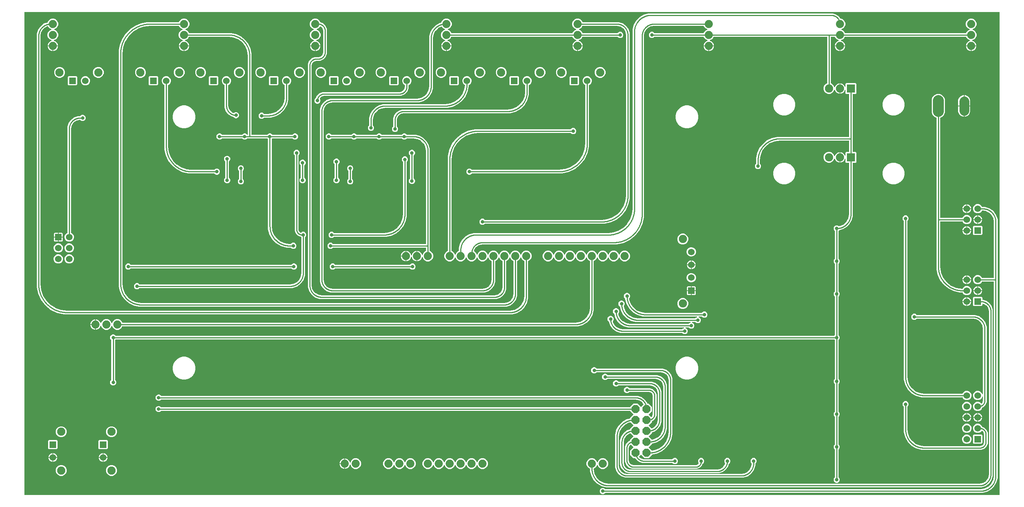
<source format=gbr>
G04 EAGLE Gerber RS-274X export*
G75*
%MOMM*%
%FSLAX34Y34*%
%LPD*%
%INBottom Copper*%
%IPPOS*%
%AMOC8*
5,1,8,0,0,1.08239X$1,22.5*%
G01*
G04 Define Apertures*
%ADD10C,1.879600*%
%ADD11P,2.03446X8X292.5*%
%ADD12R,1.530000X1.530000*%
%ADD13C,1.530000*%
%ADD14C,1.905000*%
%ADD15C,2.500000*%
%ADD16C,2.250000*%
%ADD17R,1.905000X1.905000*%
%ADD18C,0.812800*%
%ADD19C,0.254000*%
G36*
X2275375Y10220D02*
X2275078Y10160D01*
X10922Y10160D01*
X10647Y10211D01*
X10392Y10375D01*
X10220Y10625D01*
X10160Y10922D01*
X10160Y1132078D01*
X10211Y1132353D01*
X10375Y1132608D01*
X10625Y1132780D01*
X10922Y1132840D01*
X2275078Y1132840D01*
X2275353Y1132789D01*
X2275608Y1132625D01*
X2275780Y1132375D01*
X2275840Y1132078D01*
X2275840Y10922D01*
X2275789Y10647D01*
X2275625Y10392D01*
X2275375Y10220D01*
G37*
%LPC*%
G36*
X101293Y430022D02*
X1143665Y430022D01*
X1154454Y432913D01*
X1164126Y438497D01*
X1172024Y446395D01*
X1177608Y456067D01*
X1180499Y466856D01*
X1180499Y553319D01*
X1180552Y553599D01*
X1180718Y553853D01*
X1180969Y554023D01*
X1183231Y554960D01*
X1186732Y558461D01*
X1188627Y563035D01*
X1188627Y567987D01*
X1186732Y572561D01*
X1183231Y576062D01*
X1178657Y577957D01*
X1173705Y577957D01*
X1169131Y576062D01*
X1165630Y572561D01*
X1164185Y569073D01*
X1164041Y568848D01*
X1163795Y568670D01*
X1163499Y568603D01*
X1163201Y568656D01*
X1162946Y568821D01*
X1162777Y569073D01*
X1161332Y572561D01*
X1157831Y576062D01*
X1153257Y577957D01*
X1148305Y577957D01*
X1143731Y576062D01*
X1140230Y572561D01*
X1138785Y569073D01*
X1138641Y568848D01*
X1138395Y568670D01*
X1138099Y568603D01*
X1137801Y568656D01*
X1137546Y568821D01*
X1137377Y569073D01*
X1135932Y572561D01*
X1132431Y576062D01*
X1127857Y577957D01*
X1122905Y577957D01*
X1118331Y576062D01*
X1114830Y572561D01*
X1113385Y569073D01*
X1113241Y568848D01*
X1112995Y568670D01*
X1112699Y568603D01*
X1112401Y568656D01*
X1112146Y568821D01*
X1111977Y569073D01*
X1110532Y572561D01*
X1107031Y576062D01*
X1102457Y577957D01*
X1097505Y577957D01*
X1092931Y576062D01*
X1089430Y572561D01*
X1087985Y569073D01*
X1087841Y568848D01*
X1087595Y568670D01*
X1087299Y568603D01*
X1087001Y568656D01*
X1086746Y568821D01*
X1086577Y569073D01*
X1085132Y572561D01*
X1081631Y576062D01*
X1077057Y577957D01*
X1072105Y577957D01*
X1067531Y576062D01*
X1064030Y572561D01*
X1062585Y569073D01*
X1062441Y568848D01*
X1062195Y568670D01*
X1061899Y568603D01*
X1061601Y568656D01*
X1061346Y568821D01*
X1061177Y569073D01*
X1059732Y572561D01*
X1056231Y576062D01*
X1055109Y576527D01*
X1054774Y576797D01*
X1054655Y577076D01*
X1054654Y577379D01*
X1055060Y579425D01*
X1055174Y579699D01*
X1059579Y586292D01*
X1059789Y586502D01*
X1066381Y590907D01*
X1066656Y591021D01*
X1074432Y592567D01*
X1074581Y592582D01*
X1387147Y592582D01*
X1402605Y596110D01*
X1416890Y602989D01*
X1429285Y612875D01*
X1439171Y625270D01*
X1446050Y639555D01*
X1449578Y655013D01*
X1449578Y1076960D01*
X1449587Y1077079D01*
X1450706Y1084143D01*
X1450780Y1084370D01*
X1454027Y1090743D01*
X1454167Y1090936D01*
X1459224Y1095993D01*
X1459417Y1096133D01*
X1465790Y1099380D01*
X1466017Y1099454D01*
X1473081Y1100573D01*
X1473200Y1100582D01*
X1588008Y1100582D01*
X1588288Y1100529D01*
X1588542Y1100363D01*
X1588712Y1100112D01*
X1589649Y1097850D01*
X1593150Y1094349D01*
X1596638Y1092904D01*
X1596863Y1092760D01*
X1597041Y1092514D01*
X1597108Y1092218D01*
X1597055Y1091920D01*
X1596889Y1091666D01*
X1596638Y1091496D01*
X1593150Y1090051D01*
X1589649Y1086550D01*
X1588712Y1084288D01*
X1588555Y1084050D01*
X1588305Y1083878D01*
X1588008Y1083818D01*
X1474176Y1083818D01*
X1473890Y1083874D01*
X1473637Y1084041D01*
X1472149Y1085529D01*
X1469535Y1086612D01*
X1466705Y1086612D01*
X1464091Y1085529D01*
X1462091Y1083529D01*
X1461008Y1080915D01*
X1461008Y1078085D01*
X1462091Y1075471D01*
X1464091Y1073471D01*
X1466705Y1072388D01*
X1469535Y1072388D01*
X1472149Y1073471D01*
X1473637Y1074959D01*
X1473878Y1075122D01*
X1474176Y1075182D01*
X1588008Y1075182D01*
X1588288Y1075129D01*
X1588542Y1074963D01*
X1588712Y1074712D01*
X1589649Y1072450D01*
X1593150Y1068949D01*
X1597302Y1067229D01*
X1597527Y1067085D01*
X1597704Y1066839D01*
X1597772Y1066543D01*
X1597719Y1066245D01*
X1597553Y1065991D01*
X1597302Y1065821D01*
X1593438Y1064221D01*
X1590079Y1060862D01*
X1588262Y1056475D01*
X1588262Y1054862D01*
X1612138Y1054862D01*
X1612138Y1056475D01*
X1610321Y1060862D01*
X1606962Y1064221D01*
X1603098Y1065821D01*
X1602873Y1065965D01*
X1602696Y1066211D01*
X1602628Y1066507D01*
X1602681Y1066805D01*
X1602847Y1067060D01*
X1603098Y1067229D01*
X1607250Y1068949D01*
X1610751Y1072450D01*
X1611688Y1074712D01*
X1611845Y1074950D01*
X1612095Y1075122D01*
X1612392Y1075182D01*
X1874520Y1075182D01*
X1874795Y1075131D01*
X1875050Y1074967D01*
X1875222Y1074717D01*
X1875282Y1074420D01*
X1875282Y967370D01*
X1875229Y967089D01*
X1875063Y966835D01*
X1874812Y966666D01*
X1872478Y965699D01*
X1868941Y962162D01*
X1867027Y957541D01*
X1867027Y952539D01*
X1868941Y947918D01*
X1872478Y944381D01*
X1877099Y942467D01*
X1882101Y942467D01*
X1886722Y944381D01*
X1890259Y947918D01*
X1891871Y951810D01*
X1892015Y952035D01*
X1892261Y952213D01*
X1892557Y952280D01*
X1892855Y952227D01*
X1893109Y952061D01*
X1893279Y951810D01*
X1894772Y948206D01*
X1898166Y944812D01*
X1902600Y942975D01*
X1904238Y942975D01*
X1904238Y967105D01*
X1902600Y967105D01*
X1898166Y965268D01*
X1894772Y961874D01*
X1893279Y958270D01*
X1893135Y958045D01*
X1892889Y957867D01*
X1892593Y957800D01*
X1892295Y957853D01*
X1892040Y958019D01*
X1891871Y958270D01*
X1890259Y962162D01*
X1886722Y965699D01*
X1884388Y966666D01*
X1884150Y966822D01*
X1883978Y967072D01*
X1883918Y967370D01*
X1883918Y1074420D01*
X1883969Y1074695D01*
X1884133Y1074950D01*
X1884383Y1075122D01*
X1884680Y1075182D01*
X1892808Y1075182D01*
X1893088Y1075129D01*
X1893342Y1074963D01*
X1893512Y1074712D01*
X1894449Y1072450D01*
X1897950Y1068949D01*
X1902102Y1067229D01*
X1902327Y1067085D01*
X1902504Y1066839D01*
X1902572Y1066543D01*
X1902519Y1066245D01*
X1902353Y1065991D01*
X1902102Y1065821D01*
X1898238Y1064221D01*
X1894879Y1060862D01*
X1893062Y1056475D01*
X1893062Y1054862D01*
X1916938Y1054862D01*
X1916938Y1056475D01*
X1915121Y1060862D01*
X1911762Y1064221D01*
X1907898Y1065821D01*
X1907673Y1065965D01*
X1907496Y1066211D01*
X1907428Y1066507D01*
X1907481Y1066805D01*
X1907647Y1067060D01*
X1907898Y1067229D01*
X1912050Y1068949D01*
X1915551Y1072450D01*
X1916488Y1074712D01*
X1916645Y1074950D01*
X1916895Y1075122D01*
X1917192Y1075182D01*
X2197608Y1075182D01*
X2197888Y1075129D01*
X2198142Y1074963D01*
X2198312Y1074712D01*
X2199249Y1072450D01*
X2202750Y1068949D01*
X2206902Y1067229D01*
X2207127Y1067085D01*
X2207304Y1066839D01*
X2207372Y1066543D01*
X2207319Y1066245D01*
X2207153Y1065991D01*
X2206902Y1065821D01*
X2203038Y1064221D01*
X2199679Y1060862D01*
X2197862Y1056475D01*
X2197862Y1054862D01*
X2221738Y1054862D01*
X2221738Y1056475D01*
X2219921Y1060862D01*
X2216562Y1064221D01*
X2212698Y1065821D01*
X2212473Y1065965D01*
X2212296Y1066211D01*
X2212228Y1066507D01*
X2212281Y1066805D01*
X2212447Y1067060D01*
X2212698Y1067229D01*
X2216850Y1068949D01*
X2220351Y1072450D01*
X2222246Y1077024D01*
X2222246Y1081976D01*
X2220351Y1086550D01*
X2216850Y1090051D01*
X2213362Y1091496D01*
X2213137Y1091640D01*
X2212959Y1091886D01*
X2212892Y1092182D01*
X2212945Y1092480D01*
X2213111Y1092735D01*
X2213362Y1092904D01*
X2216850Y1094349D01*
X2220351Y1097850D01*
X2222246Y1102424D01*
X2222246Y1107376D01*
X2220351Y1111950D01*
X2216850Y1115451D01*
X2212276Y1117346D01*
X2207324Y1117346D01*
X2202750Y1115451D01*
X2199249Y1111950D01*
X2197354Y1107376D01*
X2197354Y1102424D01*
X2199249Y1097850D01*
X2202750Y1094349D01*
X2206238Y1092904D01*
X2206463Y1092760D01*
X2206641Y1092514D01*
X2206708Y1092218D01*
X2206655Y1091920D01*
X2206489Y1091666D01*
X2206238Y1091496D01*
X2202750Y1090051D01*
X2199249Y1086550D01*
X2198312Y1084288D01*
X2198155Y1084050D01*
X2197905Y1083878D01*
X2197608Y1083818D01*
X1917192Y1083818D01*
X1916912Y1083871D01*
X1916658Y1084037D01*
X1916488Y1084288D01*
X1915551Y1086550D01*
X1912050Y1090051D01*
X1908562Y1091496D01*
X1908337Y1091640D01*
X1908159Y1091886D01*
X1908092Y1092182D01*
X1908145Y1092480D01*
X1908311Y1092735D01*
X1908562Y1092904D01*
X1912050Y1094349D01*
X1915551Y1097850D01*
X1917446Y1102424D01*
X1917446Y1107376D01*
X1915551Y1111950D01*
X1912050Y1115451D01*
X1907476Y1117346D01*
X1906480Y1117346D01*
X1906087Y1117455D01*
X1905863Y1117660D01*
X1902319Y1122539D01*
X1896005Y1127126D01*
X1888582Y1129538D01*
X1459996Y1129538D01*
X1449207Y1126647D01*
X1439535Y1121063D01*
X1431637Y1113165D01*
X1426053Y1103493D01*
X1423162Y1092704D01*
X1423162Y675640D01*
X1423157Y675555D01*
X1421756Y663120D01*
X1421718Y662954D01*
X1417585Y651143D01*
X1417511Y650989D01*
X1410854Y640394D01*
X1410748Y640261D01*
X1401899Y631412D01*
X1401766Y631306D01*
X1391171Y624649D01*
X1391017Y624575D01*
X1379206Y620442D01*
X1379040Y620404D01*
X1366605Y619003D01*
X1366520Y618998D01*
X1054091Y618998D01*
X1043949Y616280D01*
X1034855Y611030D01*
X1027431Y603606D01*
X1022181Y594512D01*
X1019463Y584370D01*
X1019463Y577703D01*
X1019410Y577423D01*
X1019244Y577168D01*
X1018993Y576999D01*
X1016731Y576062D01*
X1013230Y572561D01*
X1011785Y569073D01*
X1011641Y568848D01*
X1011395Y568670D01*
X1011099Y568603D01*
X1010801Y568656D01*
X1010546Y568821D01*
X1010377Y569073D01*
X1008932Y572561D01*
X1005431Y576062D01*
X1003169Y576999D01*
X1002931Y577156D01*
X1002759Y577406D01*
X1002699Y577703D01*
X1002699Y789940D01*
X1002704Y790025D01*
X1004232Y803590D01*
X1004270Y803757D01*
X1008779Y816641D01*
X1008853Y816795D01*
X1016115Y828353D01*
X1016222Y828487D01*
X1025874Y838139D01*
X1026008Y838246D01*
X1037566Y845508D01*
X1037720Y845582D01*
X1050604Y850091D01*
X1050771Y850129D01*
X1064336Y851657D01*
X1064421Y851662D01*
X1279185Y851662D01*
X1279470Y851606D01*
X1279723Y851439D01*
X1281211Y849951D01*
X1283825Y848868D01*
X1286655Y848868D01*
X1289269Y849951D01*
X1291269Y851951D01*
X1292352Y854565D01*
X1292352Y857395D01*
X1291269Y860009D01*
X1289269Y862009D01*
X1286655Y863092D01*
X1283825Y863092D01*
X1281211Y862009D01*
X1279723Y860521D01*
X1279482Y860358D01*
X1279185Y860298D01*
X1056494Y860298D01*
X1041036Y856770D01*
X1026751Y849891D01*
X1014356Y840005D01*
X1004470Y827610D01*
X997591Y813325D01*
X994063Y797867D01*
X994063Y577703D01*
X994010Y577423D01*
X993844Y577168D01*
X993593Y576999D01*
X991331Y576062D01*
X987830Y572561D01*
X985935Y567987D01*
X985935Y563035D01*
X987830Y558461D01*
X991331Y554960D01*
X995905Y553065D01*
X1000857Y553065D01*
X1005431Y554960D01*
X1008932Y558461D01*
X1010377Y561949D01*
X1010521Y562174D01*
X1010767Y562352D01*
X1011063Y562419D01*
X1011361Y562366D01*
X1011615Y562200D01*
X1011785Y561949D01*
X1013230Y558461D01*
X1016731Y554960D01*
X1021305Y553065D01*
X1026257Y553065D01*
X1030831Y554960D01*
X1034332Y558461D01*
X1035777Y561949D01*
X1035921Y562174D01*
X1036167Y562352D01*
X1036463Y562419D01*
X1036761Y562366D01*
X1037015Y562200D01*
X1037185Y561949D01*
X1038630Y558461D01*
X1042131Y554960D01*
X1046705Y553065D01*
X1051657Y553065D01*
X1056231Y554960D01*
X1059732Y558461D01*
X1061177Y561949D01*
X1061321Y562174D01*
X1061567Y562352D01*
X1061863Y562419D01*
X1062161Y562366D01*
X1062415Y562200D01*
X1062585Y561949D01*
X1064030Y558461D01*
X1067531Y554960D01*
X1072105Y553065D01*
X1077057Y553065D01*
X1081631Y554960D01*
X1085132Y558461D01*
X1086577Y561949D01*
X1086721Y562174D01*
X1086967Y562352D01*
X1087263Y562419D01*
X1087561Y562366D01*
X1087815Y562200D01*
X1087985Y561949D01*
X1089430Y558461D01*
X1092931Y554960D01*
X1095193Y554023D01*
X1095431Y553866D01*
X1095603Y553616D01*
X1095663Y553319D01*
X1095663Y510540D01*
X1095648Y510391D01*
X1094102Y502615D01*
X1093988Y502341D01*
X1089583Y495748D01*
X1089373Y495538D01*
X1082780Y491133D01*
X1082506Y491019D01*
X1074730Y489473D01*
X1074581Y489458D01*
X726440Y489458D01*
X726291Y489473D01*
X718515Y491019D01*
X718241Y491133D01*
X711648Y495538D01*
X711438Y495748D01*
X707033Y502341D01*
X706919Y502615D01*
X705373Y510391D01*
X705358Y510540D01*
X705358Y901700D01*
X705373Y901849D01*
X706919Y909625D01*
X707033Y909899D01*
X711438Y916492D01*
X711648Y916702D01*
X718241Y921107D01*
X718515Y921221D01*
X726291Y922767D01*
X726440Y922782D01*
X926936Y922782D01*
X936432Y925327D01*
X944946Y930242D01*
X951898Y937194D01*
X956814Y945708D01*
X959358Y955204D01*
X959358Y1071880D01*
X959367Y1071999D01*
X960735Y1080633D01*
X960809Y1080860D01*
X964777Y1088649D01*
X964917Y1088842D01*
X971098Y1095023D01*
X971291Y1095163D01*
X978707Y1098941D01*
X979035Y1099024D01*
X979333Y1098971D01*
X979588Y1098806D01*
X979757Y1098554D01*
X980049Y1097850D01*
X983550Y1094349D01*
X987038Y1092904D01*
X987263Y1092760D01*
X987441Y1092514D01*
X987508Y1092218D01*
X987455Y1091920D01*
X987289Y1091666D01*
X987038Y1091496D01*
X983550Y1090051D01*
X980049Y1086550D01*
X978154Y1081976D01*
X978154Y1077024D01*
X980049Y1072450D01*
X983550Y1068949D01*
X987702Y1067229D01*
X987927Y1067085D01*
X988104Y1066839D01*
X988172Y1066543D01*
X988119Y1066245D01*
X987953Y1065991D01*
X987702Y1065821D01*
X983838Y1064221D01*
X980479Y1060862D01*
X978662Y1056475D01*
X978662Y1054862D01*
X1002538Y1054862D01*
X1002538Y1056475D01*
X1000721Y1060862D01*
X997362Y1064221D01*
X993498Y1065821D01*
X993273Y1065965D01*
X993096Y1066211D01*
X993028Y1066507D01*
X993081Y1066805D01*
X993247Y1067060D01*
X993498Y1067229D01*
X997650Y1068949D01*
X1001151Y1072450D01*
X1002088Y1074712D01*
X1002245Y1074950D01*
X1002495Y1075122D01*
X1002792Y1075182D01*
X1283208Y1075182D01*
X1283488Y1075129D01*
X1283742Y1074963D01*
X1283912Y1074712D01*
X1284849Y1072450D01*
X1288350Y1068949D01*
X1292502Y1067229D01*
X1292727Y1067085D01*
X1292904Y1066839D01*
X1292972Y1066543D01*
X1292919Y1066245D01*
X1292753Y1065991D01*
X1292502Y1065821D01*
X1288638Y1064221D01*
X1285279Y1060862D01*
X1283462Y1056475D01*
X1283462Y1054862D01*
X1307338Y1054862D01*
X1307338Y1056475D01*
X1305521Y1060862D01*
X1302162Y1064221D01*
X1298298Y1065821D01*
X1298073Y1065965D01*
X1297896Y1066211D01*
X1297828Y1066507D01*
X1297881Y1066805D01*
X1298047Y1067060D01*
X1298298Y1067229D01*
X1302450Y1068949D01*
X1305951Y1072450D01*
X1306888Y1074712D01*
X1307045Y1074950D01*
X1307295Y1075122D01*
X1307592Y1075182D01*
X1388405Y1075182D01*
X1388690Y1075126D01*
X1388943Y1074959D01*
X1390431Y1073471D01*
X1393045Y1072388D01*
X1395875Y1072388D01*
X1398489Y1073471D01*
X1400489Y1075471D01*
X1401572Y1078085D01*
X1401572Y1080915D01*
X1400489Y1083529D01*
X1398489Y1085529D01*
X1395875Y1086612D01*
X1393045Y1086612D01*
X1390431Y1085529D01*
X1388943Y1084041D01*
X1388702Y1083878D01*
X1388405Y1083818D01*
X1307592Y1083818D01*
X1307312Y1083871D01*
X1307058Y1084037D01*
X1306888Y1084288D01*
X1305951Y1086550D01*
X1302450Y1090051D01*
X1298962Y1091496D01*
X1298737Y1091640D01*
X1298559Y1091886D01*
X1298492Y1092182D01*
X1298545Y1092480D01*
X1298711Y1092735D01*
X1298962Y1092904D01*
X1302450Y1094349D01*
X1305951Y1097850D01*
X1306888Y1100112D01*
X1307045Y1100350D01*
X1307295Y1100522D01*
X1307592Y1100582D01*
X1386840Y1100582D01*
X1386989Y1100567D01*
X1394765Y1099021D01*
X1395039Y1098907D01*
X1401632Y1094502D01*
X1401842Y1094292D01*
X1406247Y1087699D01*
X1406361Y1087425D01*
X1407907Y1079649D01*
X1407922Y1079500D01*
X1407922Y706120D01*
X1407917Y706035D01*
X1406516Y693600D01*
X1406478Y693434D01*
X1402345Y681623D01*
X1402271Y681469D01*
X1395614Y670874D01*
X1395508Y670741D01*
X1386659Y661892D01*
X1386526Y661786D01*
X1375931Y655129D01*
X1375777Y655055D01*
X1363966Y650922D01*
X1363800Y650884D01*
X1351365Y649483D01*
X1351280Y649478D01*
X1080476Y649478D01*
X1080190Y649534D01*
X1079937Y649701D01*
X1078449Y651189D01*
X1075835Y652272D01*
X1073005Y652272D01*
X1070391Y651189D01*
X1068391Y649189D01*
X1067308Y646575D01*
X1067308Y643745D01*
X1068391Y641131D01*
X1070391Y639131D01*
X1073005Y638048D01*
X1075835Y638048D01*
X1078449Y639131D01*
X1079937Y640619D01*
X1080178Y640782D01*
X1080476Y640842D01*
X1358635Y640842D01*
X1372976Y644115D01*
X1386230Y650498D01*
X1397731Y659669D01*
X1406902Y671170D01*
X1413285Y684424D01*
X1416558Y698765D01*
X1416558Y1084207D01*
X1413649Y1093160D01*
X1408116Y1100776D01*
X1400500Y1106309D01*
X1391547Y1109218D01*
X1307592Y1109218D01*
X1307312Y1109271D01*
X1307058Y1109437D01*
X1306888Y1109688D01*
X1305951Y1111950D01*
X1302450Y1115451D01*
X1297876Y1117346D01*
X1292924Y1117346D01*
X1288350Y1115451D01*
X1284849Y1111950D01*
X1282954Y1107376D01*
X1282954Y1102424D01*
X1284849Y1097850D01*
X1288350Y1094349D01*
X1291838Y1092904D01*
X1292063Y1092760D01*
X1292241Y1092514D01*
X1292308Y1092218D01*
X1292255Y1091920D01*
X1292089Y1091666D01*
X1291838Y1091496D01*
X1288350Y1090051D01*
X1284849Y1086550D01*
X1283912Y1084288D01*
X1283755Y1084050D01*
X1283505Y1083878D01*
X1283208Y1083818D01*
X1002792Y1083818D01*
X1002512Y1083871D01*
X1002258Y1084037D01*
X1002088Y1084288D01*
X1001151Y1086550D01*
X997650Y1090051D01*
X994162Y1091496D01*
X993937Y1091640D01*
X993759Y1091886D01*
X993692Y1092182D01*
X993745Y1092480D01*
X993911Y1092735D01*
X994162Y1092904D01*
X997650Y1094349D01*
X1001151Y1097850D01*
X1003046Y1102424D01*
X1003046Y1107376D01*
X1001151Y1111950D01*
X997650Y1115451D01*
X993076Y1117346D01*
X988124Y1117346D01*
X983550Y1115451D01*
X980049Y1111950D01*
X978533Y1108291D01*
X978298Y1107982D01*
X978026Y1107847D01*
X973648Y1106674D01*
X965134Y1101758D01*
X958182Y1094806D01*
X953267Y1086292D01*
X950722Y1076796D01*
X950722Y960120D01*
X950713Y960001D01*
X949345Y951367D01*
X949271Y951140D01*
X945303Y943351D01*
X945163Y943158D01*
X938982Y936977D01*
X938789Y936837D01*
X931000Y932869D01*
X930773Y932795D01*
X922139Y931427D01*
X922020Y931418D01*
X721733Y931418D01*
X712780Y928509D01*
X705164Y922976D01*
X699631Y915360D01*
X696722Y906407D01*
X696722Y505833D01*
X699631Y496880D01*
X705164Y489264D01*
X712780Y483731D01*
X721733Y480822D01*
X1079288Y480822D01*
X1088241Y483731D01*
X1095857Y489264D01*
X1101390Y496880D01*
X1104299Y505833D01*
X1104299Y553319D01*
X1104352Y553599D01*
X1104518Y553853D01*
X1104769Y554023D01*
X1107031Y554960D01*
X1110532Y558461D01*
X1111977Y561949D01*
X1112121Y562174D01*
X1112367Y562352D01*
X1112663Y562419D01*
X1112961Y562366D01*
X1113215Y562200D01*
X1113385Y561949D01*
X1114830Y558461D01*
X1118331Y554960D01*
X1120593Y554023D01*
X1120831Y553866D01*
X1121003Y553616D01*
X1121063Y553319D01*
X1121063Y492760D01*
X1121048Y492611D01*
X1119695Y485807D01*
X1119581Y485533D01*
X1115727Y479764D01*
X1115517Y479554D01*
X1109748Y475700D01*
X1109474Y475586D01*
X1102670Y474233D01*
X1102521Y474218D01*
X701040Y474218D01*
X700921Y474227D01*
X693857Y475346D01*
X693630Y475420D01*
X687257Y478667D01*
X687064Y478807D01*
X682007Y483864D01*
X681867Y484057D01*
X678620Y490430D01*
X678546Y490657D01*
X677427Y497721D01*
X677418Y497840D01*
X677418Y1008380D01*
X677444Y1008577D01*
X678805Y1013657D01*
X679002Y1013999D01*
X682721Y1017718D01*
X683063Y1017915D01*
X688143Y1019276D01*
X688340Y1019302D01*
X697310Y1019302D01*
X704499Y1022280D01*
X710000Y1027781D01*
X712978Y1034970D01*
X712978Y1093550D01*
X710000Y1100739D01*
X704499Y1106240D01*
X697810Y1109011D01*
X697567Y1109172D01*
X697398Y1109423D01*
X696351Y1111950D01*
X692850Y1115451D01*
X688276Y1117346D01*
X683324Y1117346D01*
X678750Y1115451D01*
X675249Y1111950D01*
X673354Y1107376D01*
X673354Y1102424D01*
X675249Y1097850D01*
X678750Y1094349D01*
X682238Y1092904D01*
X682463Y1092760D01*
X682641Y1092514D01*
X682708Y1092218D01*
X682655Y1091920D01*
X682489Y1091666D01*
X682238Y1091496D01*
X678750Y1090051D01*
X675249Y1086550D01*
X673354Y1081976D01*
X673354Y1077024D01*
X675249Y1072450D01*
X678750Y1068949D01*
X682902Y1067229D01*
X683127Y1067085D01*
X683304Y1066839D01*
X683372Y1066543D01*
X683319Y1066245D01*
X683153Y1065991D01*
X682902Y1065821D01*
X679038Y1064221D01*
X675679Y1060862D01*
X673862Y1056475D01*
X673862Y1054862D01*
X697738Y1054862D01*
X697738Y1056475D01*
X695921Y1060862D01*
X692562Y1064221D01*
X688698Y1065821D01*
X688473Y1065965D01*
X688296Y1066211D01*
X688228Y1066507D01*
X688281Y1066805D01*
X688447Y1067060D01*
X688698Y1067229D01*
X692850Y1068949D01*
X696351Y1072450D01*
X698246Y1077024D01*
X698246Y1081976D01*
X696351Y1086550D01*
X692850Y1090051D01*
X689362Y1091496D01*
X689137Y1091640D01*
X688959Y1091886D01*
X688892Y1092182D01*
X688945Y1092480D01*
X689111Y1092735D01*
X689362Y1092904D01*
X692850Y1094349D01*
X696351Y1097850D01*
X696831Y1099009D01*
X696920Y1099167D01*
X697144Y1099371D01*
X697430Y1099472D01*
X697733Y1099453D01*
X698697Y1099195D01*
X699039Y1098998D01*
X702758Y1095279D01*
X702955Y1094937D01*
X704316Y1089857D01*
X704342Y1089660D01*
X704342Y1038860D01*
X704316Y1038663D01*
X702955Y1033583D01*
X702758Y1033241D01*
X699039Y1029522D01*
X698697Y1029325D01*
X693617Y1027964D01*
X693420Y1027938D01*
X684450Y1027938D01*
X677261Y1024960D01*
X671760Y1019459D01*
X668782Y1012270D01*
X668782Y492731D01*
X671940Y483013D01*
X677946Y474746D01*
X686213Y468740D01*
X695931Y465582D01*
X1106825Y465582D01*
X1115013Y468242D01*
X1121978Y473303D01*
X1127039Y480268D01*
X1129699Y488455D01*
X1129699Y553319D01*
X1129752Y553599D01*
X1129918Y553853D01*
X1130169Y554023D01*
X1132431Y554960D01*
X1135932Y558461D01*
X1137377Y561949D01*
X1137521Y562174D01*
X1137767Y562352D01*
X1138063Y562419D01*
X1138361Y562366D01*
X1138615Y562200D01*
X1138785Y561949D01*
X1140230Y558461D01*
X1143731Y554960D01*
X1145993Y554023D01*
X1146231Y553866D01*
X1146403Y553616D01*
X1146463Y553319D01*
X1146463Y477520D01*
X1146448Y477371D01*
X1144902Y469595D01*
X1144788Y469321D01*
X1140383Y462728D01*
X1140173Y462518D01*
X1133580Y458113D01*
X1133306Y457999D01*
X1125530Y456453D01*
X1125381Y456438D01*
X281940Y456438D01*
X281841Y456445D01*
X270665Y457916D01*
X270473Y457967D01*
X260058Y462281D01*
X259886Y462381D01*
X250943Y469243D01*
X250803Y469383D01*
X243941Y478326D01*
X243841Y478498D01*
X239527Y488913D01*
X239476Y489105D01*
X238005Y500281D01*
X237998Y500380D01*
X237998Y1036320D01*
X238003Y1036405D01*
X239595Y1050535D01*
X239633Y1050702D01*
X244329Y1064123D01*
X244403Y1064277D01*
X251968Y1076317D01*
X252075Y1076450D01*
X262130Y1086505D01*
X262263Y1086612D01*
X274303Y1094177D01*
X274457Y1094251D01*
X287878Y1098947D01*
X288045Y1098985D01*
X302175Y1100577D01*
X302260Y1100582D01*
X368808Y1100582D01*
X369088Y1100529D01*
X369342Y1100363D01*
X369512Y1100112D01*
X370449Y1097850D01*
X373950Y1094349D01*
X377438Y1092904D01*
X377663Y1092760D01*
X377841Y1092514D01*
X377908Y1092218D01*
X377855Y1091920D01*
X377689Y1091666D01*
X377438Y1091496D01*
X373950Y1090051D01*
X370449Y1086550D01*
X368554Y1081976D01*
X368554Y1077024D01*
X370449Y1072450D01*
X373950Y1068949D01*
X378102Y1067229D01*
X378327Y1067085D01*
X378504Y1066839D01*
X378572Y1066543D01*
X378519Y1066245D01*
X378353Y1065991D01*
X378102Y1065821D01*
X374238Y1064221D01*
X370879Y1060862D01*
X369062Y1056475D01*
X369062Y1054862D01*
X392938Y1054862D01*
X392938Y1056475D01*
X391121Y1060862D01*
X387762Y1064221D01*
X383898Y1065821D01*
X383673Y1065965D01*
X383496Y1066211D01*
X383428Y1066507D01*
X383481Y1066805D01*
X383647Y1067060D01*
X383898Y1067229D01*
X388050Y1068949D01*
X391551Y1072450D01*
X392488Y1074712D01*
X392645Y1074950D01*
X392895Y1075122D01*
X393192Y1075182D01*
X485140Y1075182D01*
X485239Y1075175D01*
X496415Y1073704D01*
X496607Y1073653D01*
X507022Y1069339D01*
X507194Y1069240D01*
X516137Y1062377D01*
X516277Y1062237D01*
X523140Y1053294D01*
X523239Y1053122D01*
X527553Y1042707D01*
X527604Y1042515D01*
X529075Y1031339D01*
X529082Y1031240D01*
X529082Y848360D01*
X529031Y848085D01*
X528867Y847830D01*
X528617Y847658D01*
X528320Y847598D01*
X528066Y847598D01*
X527780Y847654D01*
X527527Y847821D01*
X526039Y849309D01*
X523425Y850392D01*
X520595Y850392D01*
X517981Y849309D01*
X516493Y847821D01*
X516252Y847658D01*
X515955Y847598D01*
X469646Y847598D01*
X469360Y847654D01*
X469107Y847821D01*
X467619Y849309D01*
X465005Y850392D01*
X462175Y850392D01*
X459561Y849309D01*
X457561Y847309D01*
X456478Y844695D01*
X456478Y841865D01*
X457561Y839251D01*
X459561Y837251D01*
X462175Y836168D01*
X465005Y836168D01*
X467619Y837251D01*
X469107Y838739D01*
X469348Y838902D01*
X469646Y838962D01*
X515955Y838962D01*
X516240Y838906D01*
X516493Y838739D01*
X517981Y837251D01*
X520595Y836168D01*
X523425Y836168D01*
X526039Y837251D01*
X527527Y838739D01*
X527768Y838902D01*
X528066Y838962D01*
X574375Y838962D01*
X574660Y838906D01*
X574913Y838739D01*
X575889Y837763D01*
X576052Y837522D01*
X576112Y837225D01*
X576112Y628412D01*
X579522Y615686D01*
X586110Y604276D01*
X595426Y594960D01*
X606836Y588372D01*
X619562Y584962D01*
X628945Y584962D01*
X629230Y584906D01*
X629483Y584739D01*
X630971Y583251D01*
X633585Y582168D01*
X636415Y582168D01*
X639029Y583251D01*
X641029Y585251D01*
X642112Y587865D01*
X642112Y590695D01*
X641029Y593309D01*
X639029Y595309D01*
X636415Y596392D01*
X633585Y596392D01*
X630971Y595309D01*
X629483Y593821D01*
X629242Y593658D01*
X628945Y593598D01*
X626150Y593598D01*
X626051Y593605D01*
X615532Y594989D01*
X615340Y595041D01*
X605538Y599101D01*
X605366Y599200D01*
X596949Y605659D01*
X596809Y605799D01*
X590350Y614216D01*
X590251Y614388D01*
X586191Y624190D01*
X586139Y624382D01*
X584755Y634901D01*
X584748Y635000D01*
X584748Y837225D01*
X584804Y837510D01*
X584971Y837763D01*
X585947Y838739D01*
X586188Y838902D01*
X586486Y838962D01*
X632755Y838962D01*
X633040Y838906D01*
X633293Y838739D01*
X634781Y837251D01*
X637395Y836168D01*
X640225Y836168D01*
X642839Y837251D01*
X644839Y839251D01*
X645922Y841865D01*
X645922Y844695D01*
X644839Y847309D01*
X642839Y849309D01*
X640225Y850392D01*
X637395Y850392D01*
X634781Y849309D01*
X633293Y847821D01*
X633052Y847658D01*
X632755Y847598D01*
X586486Y847598D01*
X586200Y847654D01*
X585947Y847821D01*
X584459Y849309D01*
X581845Y850392D01*
X579015Y850392D01*
X576401Y849309D01*
X574913Y847821D01*
X574672Y847658D01*
X574375Y847598D01*
X538480Y847598D01*
X538205Y847649D01*
X537950Y847813D01*
X537778Y848063D01*
X537718Y848360D01*
X537718Y1037164D01*
X535082Y1048715D01*
X529941Y1059390D01*
X522554Y1068654D01*
X513290Y1076041D01*
X502615Y1081182D01*
X491064Y1083818D01*
X393192Y1083818D01*
X392912Y1083871D01*
X392658Y1084037D01*
X392488Y1084288D01*
X391551Y1086550D01*
X388050Y1090051D01*
X384562Y1091496D01*
X384337Y1091640D01*
X384159Y1091886D01*
X384092Y1092182D01*
X384145Y1092480D01*
X384311Y1092735D01*
X384562Y1092904D01*
X388050Y1094349D01*
X391551Y1097850D01*
X393446Y1102424D01*
X393446Y1107376D01*
X391551Y1111950D01*
X388050Y1115451D01*
X383476Y1117346D01*
X378524Y1117346D01*
X373950Y1115451D01*
X370449Y1111950D01*
X369512Y1109688D01*
X369355Y1109450D01*
X369105Y1109278D01*
X368808Y1109218D01*
X295080Y1109218D01*
X280997Y1106417D01*
X267730Y1100921D01*
X255790Y1092944D01*
X245636Y1082790D01*
X237659Y1070850D01*
X232163Y1057584D01*
X229362Y1043500D01*
X229362Y494456D01*
X231999Y482905D01*
X237139Y472230D01*
X244527Y462967D01*
X253790Y455579D01*
X264465Y450439D01*
X276016Y447802D01*
X1130088Y447802D01*
X1139041Y450711D01*
X1146657Y456244D01*
X1152190Y463860D01*
X1155099Y472813D01*
X1155099Y553319D01*
X1155152Y553599D01*
X1155318Y553853D01*
X1155569Y554023D01*
X1157831Y554960D01*
X1161332Y558461D01*
X1162777Y561949D01*
X1162921Y562174D01*
X1163167Y562352D01*
X1163463Y562419D01*
X1163761Y562366D01*
X1164015Y562200D01*
X1164185Y561949D01*
X1165630Y558461D01*
X1169131Y554960D01*
X1171393Y554023D01*
X1171631Y553866D01*
X1171803Y553616D01*
X1171863Y553319D01*
X1171863Y472440D01*
X1171854Y472321D01*
X1170237Y462117D01*
X1170164Y461890D01*
X1165474Y452685D01*
X1165334Y452493D01*
X1158028Y445187D01*
X1157836Y445047D01*
X1148631Y440357D01*
X1148404Y440284D01*
X1138200Y438667D01*
X1138081Y438658D01*
X109220Y438658D01*
X109135Y438663D01*
X95570Y440191D01*
X95403Y440229D01*
X82519Y444738D01*
X82365Y444812D01*
X70807Y452074D01*
X70673Y452181D01*
X61021Y461833D01*
X60914Y461967D01*
X53652Y473525D01*
X53578Y473679D01*
X49069Y486563D01*
X49031Y486730D01*
X47503Y500295D01*
X47498Y500380D01*
X47498Y1076960D01*
X47507Y1077079D01*
X48626Y1084143D01*
X48700Y1084370D01*
X51947Y1090743D01*
X52087Y1090936D01*
X57144Y1095993D01*
X57337Y1096133D01*
X63710Y1099380D01*
X63937Y1099454D01*
X64327Y1099516D01*
X64726Y1099471D01*
X64980Y1099306D01*
X65150Y1099055D01*
X65649Y1097850D01*
X69150Y1094349D01*
X72638Y1092904D01*
X72863Y1092760D01*
X73041Y1092514D01*
X73108Y1092218D01*
X73055Y1091920D01*
X72889Y1091666D01*
X72638Y1091496D01*
X69150Y1090051D01*
X65649Y1086550D01*
X63754Y1081976D01*
X63754Y1077024D01*
X65649Y1072450D01*
X69150Y1068949D01*
X73302Y1067229D01*
X73527Y1067085D01*
X73704Y1066839D01*
X73772Y1066543D01*
X73719Y1066245D01*
X73553Y1065991D01*
X73302Y1065821D01*
X69438Y1064221D01*
X66079Y1060862D01*
X64262Y1056475D01*
X64262Y1054862D01*
X88138Y1054862D01*
X88138Y1056475D01*
X86321Y1060862D01*
X82962Y1064221D01*
X79098Y1065821D01*
X78873Y1065965D01*
X78696Y1066211D01*
X78628Y1066507D01*
X78681Y1066805D01*
X78847Y1067060D01*
X79098Y1067229D01*
X83250Y1068949D01*
X86751Y1072450D01*
X88646Y1077024D01*
X88646Y1081976D01*
X86751Y1086550D01*
X83250Y1090051D01*
X79762Y1091496D01*
X79537Y1091640D01*
X79359Y1091886D01*
X79292Y1092182D01*
X79345Y1092480D01*
X79511Y1092735D01*
X79762Y1092904D01*
X83250Y1094349D01*
X86751Y1097850D01*
X88646Y1102424D01*
X88646Y1107376D01*
X86751Y1111950D01*
X83250Y1115451D01*
X78676Y1117346D01*
X73724Y1117346D01*
X69150Y1115451D01*
X65649Y1111950D01*
X64419Y1108982D01*
X64215Y1108698D01*
X63951Y1108549D01*
X56293Y1106060D01*
X48026Y1100054D01*
X42020Y1091787D01*
X38862Y1082069D01*
X38862Y492453D01*
X42390Y476995D01*
X49269Y462710D01*
X59155Y450315D01*
X71550Y440429D01*
X85835Y433550D01*
X101293Y430022D01*
G37*
G36*
X683425Y1042162D02*
X685038Y1042162D01*
X685038Y1053338D01*
X673862Y1053338D01*
X673862Y1051725D01*
X675679Y1047338D01*
X679038Y1043979D01*
X683425Y1042162D01*
G37*
G36*
X381762Y1042162D02*
X383375Y1042162D01*
X387762Y1043979D01*
X391121Y1047338D01*
X392938Y1051725D01*
X392938Y1053338D01*
X381762Y1053338D01*
X381762Y1042162D01*
G37*
G36*
X378625Y1042162D02*
X380238Y1042162D01*
X380238Y1053338D01*
X369062Y1053338D01*
X369062Y1051725D01*
X370879Y1047338D01*
X374238Y1043979D01*
X378625Y1042162D01*
G37*
G36*
X76962Y1042162D02*
X78575Y1042162D01*
X82962Y1043979D01*
X86321Y1047338D01*
X88138Y1051725D01*
X88138Y1053338D01*
X76962Y1053338D01*
X76962Y1042162D01*
G37*
G36*
X73825Y1042162D02*
X75438Y1042162D01*
X75438Y1053338D01*
X64262Y1053338D01*
X64262Y1051725D01*
X66079Y1047338D01*
X69438Y1043979D01*
X73825Y1042162D01*
G37*
G36*
X2210562Y1042162D02*
X2212175Y1042162D01*
X2216562Y1043979D01*
X2219921Y1047338D01*
X2221738Y1051725D01*
X2221738Y1053338D01*
X2210562Y1053338D01*
X2210562Y1042162D01*
G37*
G36*
X1902625Y1042162D02*
X1904238Y1042162D01*
X1904238Y1053338D01*
X1893062Y1053338D01*
X1893062Y1051725D01*
X1894879Y1047338D01*
X1898238Y1043979D01*
X1902625Y1042162D01*
G37*
G36*
X1600962Y1042162D02*
X1602575Y1042162D01*
X1606962Y1043979D01*
X1610321Y1047338D01*
X1612138Y1051725D01*
X1612138Y1053338D01*
X1600962Y1053338D01*
X1600962Y1042162D01*
G37*
G36*
X1597825Y1042162D02*
X1599438Y1042162D01*
X1599438Y1053338D01*
X1588262Y1053338D01*
X1588262Y1051725D01*
X1590079Y1047338D01*
X1593438Y1043979D01*
X1597825Y1042162D01*
G37*
G36*
X1296162Y1042162D02*
X1297775Y1042162D01*
X1302162Y1043979D01*
X1305521Y1047338D01*
X1307338Y1051725D01*
X1307338Y1053338D01*
X1296162Y1053338D01*
X1296162Y1042162D01*
G37*
G36*
X1293025Y1042162D02*
X1294638Y1042162D01*
X1294638Y1053338D01*
X1283462Y1053338D01*
X1283462Y1051725D01*
X1285279Y1047338D01*
X1288638Y1043979D01*
X1293025Y1042162D01*
G37*
G36*
X991362Y1042162D02*
X992975Y1042162D01*
X997362Y1043979D01*
X1000721Y1047338D01*
X1002538Y1051725D01*
X1002538Y1053338D01*
X991362Y1053338D01*
X991362Y1042162D01*
G37*
G36*
X2207425Y1042162D02*
X2209038Y1042162D01*
X2209038Y1053338D01*
X2197862Y1053338D01*
X2197862Y1051725D01*
X2199679Y1047338D01*
X2203038Y1043979D01*
X2207425Y1042162D01*
G37*
G36*
X1905762Y1042162D02*
X1907375Y1042162D01*
X1911762Y1043979D01*
X1915121Y1047338D01*
X1916938Y1051725D01*
X1916938Y1053338D01*
X1905762Y1053338D01*
X1905762Y1042162D01*
G37*
G36*
X988225Y1042162D02*
X989838Y1042162D01*
X989838Y1053338D01*
X978662Y1053338D01*
X978662Y1051725D01*
X980479Y1047338D01*
X983838Y1043979D01*
X988225Y1042162D01*
G37*
G36*
X686562Y1042162D02*
X688175Y1042162D01*
X692562Y1043979D01*
X695921Y1047338D01*
X697738Y1051725D01*
X697738Y1053338D01*
X686562Y1053338D01*
X686562Y1042162D01*
G37*
G36*
X417079Y979847D02*
X422081Y979847D01*
X426702Y981761D01*
X430239Y985298D01*
X432153Y989919D01*
X432153Y994921D01*
X430239Y999542D01*
X426702Y1003079D01*
X422081Y1004993D01*
X417079Y1004993D01*
X412458Y1003079D01*
X408921Y999542D01*
X407007Y994921D01*
X407007Y989919D01*
X408921Y985298D01*
X412458Y981761D01*
X417079Y979847D01*
G37*
G36*
X786479Y979847D02*
X791481Y979847D01*
X796102Y981761D01*
X799639Y985298D01*
X801553Y989919D01*
X801553Y994921D01*
X799639Y999542D01*
X796102Y1003079D01*
X791481Y1004993D01*
X786479Y1004993D01*
X781858Y1003079D01*
X778321Y999542D01*
X776407Y994921D01*
X776407Y989919D01*
X778321Y985298D01*
X781858Y981761D01*
X786479Y979847D01*
G37*
G36*
X507079Y979847D02*
X512081Y979847D01*
X516702Y981761D01*
X520239Y985298D01*
X522153Y989919D01*
X522153Y994921D01*
X520239Y999542D01*
X516702Y1003079D01*
X512081Y1004993D01*
X507079Y1004993D01*
X502458Y1003079D01*
X498921Y999542D01*
X497007Y994921D01*
X497007Y989919D01*
X498921Y985298D01*
X502458Y981761D01*
X507079Y979847D01*
G37*
G36*
X556779Y979847D02*
X561781Y979847D01*
X566402Y981761D01*
X569939Y985298D01*
X571853Y989919D01*
X571853Y994921D01*
X569939Y999542D01*
X566402Y1003079D01*
X561781Y1004993D01*
X556779Y1004993D01*
X552158Y1003079D01*
X548621Y999542D01*
X546707Y994921D01*
X546707Y989919D01*
X548621Y985298D01*
X552158Y981761D01*
X556779Y979847D01*
G37*
G36*
X1255279Y979847D02*
X1260281Y979847D01*
X1264902Y981761D01*
X1268439Y985298D01*
X1270353Y989919D01*
X1270353Y994921D01*
X1268439Y999542D01*
X1264902Y1003079D01*
X1260281Y1004993D01*
X1255279Y1004993D01*
X1250658Y1003079D01*
X1247121Y999542D01*
X1245207Y994921D01*
X1245207Y989919D01*
X1247121Y985298D01*
X1250658Y981761D01*
X1255279Y979847D01*
G37*
G36*
X277379Y979847D02*
X282381Y979847D01*
X287002Y981761D01*
X290539Y985298D01*
X292453Y989919D01*
X292453Y994921D01*
X290539Y999542D01*
X287002Y1003079D01*
X282381Y1004993D01*
X277379Y1004993D01*
X272758Y1003079D01*
X269221Y999542D01*
X267307Y994921D01*
X267307Y989919D01*
X269221Y985298D01*
X272758Y981761D01*
X277379Y979847D01*
G37*
G36*
X696479Y979847D02*
X701481Y979847D01*
X706102Y981761D01*
X709639Y985298D01*
X711553Y989919D01*
X711553Y994921D01*
X709639Y999542D01*
X706102Y1003079D01*
X701481Y1004993D01*
X696479Y1004993D01*
X691858Y1003079D01*
X688321Y999542D01*
X686407Y994921D01*
X686407Y989919D01*
X688321Y985298D01*
X691858Y981761D01*
X696479Y979847D01*
G37*
G36*
X646779Y979847D02*
X651781Y979847D01*
X656402Y981761D01*
X659939Y985298D01*
X661853Y989919D01*
X661853Y994921D01*
X659939Y999542D01*
X656402Y1003079D01*
X651781Y1004993D01*
X646779Y1004993D01*
X642158Y1003079D01*
X638621Y999542D01*
X636707Y994921D01*
X636707Y989919D01*
X638621Y985298D01*
X642158Y981761D01*
X646779Y979847D01*
G37*
G36*
X1205579Y979847D02*
X1210581Y979847D01*
X1215202Y981761D01*
X1218739Y985298D01*
X1220653Y989919D01*
X1220653Y994921D01*
X1218739Y999542D01*
X1215202Y1003079D01*
X1210581Y1004993D01*
X1205579Y1004993D01*
X1200958Y1003079D01*
X1197421Y999542D01*
X1195507Y994921D01*
X1195507Y989919D01*
X1197421Y985298D01*
X1200958Y981761D01*
X1205579Y979847D01*
G37*
G36*
X1065879Y979847D02*
X1070881Y979847D01*
X1075502Y981761D01*
X1079039Y985298D01*
X1080953Y989919D01*
X1080953Y994921D01*
X1079039Y999542D01*
X1075502Y1003079D01*
X1070881Y1004993D01*
X1065879Y1004993D01*
X1061258Y1003079D01*
X1057721Y999542D01*
X1055807Y994921D01*
X1055807Y989919D01*
X1057721Y985298D01*
X1061258Y981761D01*
X1065879Y979847D01*
G37*
G36*
X975879Y979847D02*
X980881Y979847D01*
X985502Y981761D01*
X989039Y985298D01*
X990953Y989919D01*
X990953Y994921D01*
X989039Y999542D01*
X985502Y1003079D01*
X980881Y1004993D01*
X975879Y1004993D01*
X971258Y1003079D01*
X967721Y999542D01*
X965807Y994921D01*
X965807Y989919D01*
X967721Y985298D01*
X971258Y981761D01*
X975879Y979847D01*
G37*
G36*
X1115579Y979847D02*
X1120581Y979847D01*
X1125202Y981761D01*
X1128739Y985298D01*
X1130653Y989919D01*
X1130653Y994921D01*
X1128739Y999542D01*
X1125202Y1003079D01*
X1120581Y1004993D01*
X1115579Y1004993D01*
X1110958Y1003079D01*
X1107421Y999542D01*
X1105507Y994921D01*
X1105507Y989919D01*
X1107421Y985298D01*
X1110958Y981761D01*
X1115579Y979847D01*
G37*
G36*
X1345279Y979847D02*
X1350281Y979847D01*
X1354902Y981761D01*
X1358439Y985298D01*
X1360353Y989919D01*
X1360353Y994921D01*
X1358439Y999542D01*
X1354902Y1003079D01*
X1350281Y1004993D01*
X1345279Y1004993D01*
X1340658Y1003079D01*
X1337121Y999542D01*
X1335207Y994921D01*
X1335207Y989919D01*
X1337121Y985298D01*
X1340658Y981761D01*
X1345279Y979847D01*
G37*
G36*
X89419Y979847D02*
X94421Y979847D01*
X99042Y981761D01*
X102579Y985298D01*
X104493Y989919D01*
X104493Y994921D01*
X102579Y999542D01*
X99042Y1003079D01*
X94421Y1004993D01*
X89419Y1004993D01*
X84798Y1003079D01*
X81261Y999542D01*
X79347Y994921D01*
X79347Y989919D01*
X81261Y985298D01*
X84798Y981761D01*
X89419Y979847D01*
G37*
G36*
X836179Y979847D02*
X841181Y979847D01*
X845802Y981761D01*
X849339Y985298D01*
X851253Y989919D01*
X851253Y994921D01*
X849339Y999542D01*
X845802Y1003079D01*
X841181Y1004993D01*
X836179Y1004993D01*
X831558Y1003079D01*
X828021Y999542D01*
X826107Y994921D01*
X826107Y989919D01*
X828021Y985298D01*
X831558Y981761D01*
X836179Y979847D01*
G37*
G36*
X179419Y979847D02*
X184421Y979847D01*
X189042Y981761D01*
X192579Y985298D01*
X194493Y989919D01*
X194493Y994921D01*
X192579Y999542D01*
X189042Y1003079D01*
X184421Y1004993D01*
X179419Y1004993D01*
X174798Y1003079D01*
X171261Y999542D01*
X169347Y994921D01*
X169347Y989919D01*
X171261Y985298D01*
X174798Y981761D01*
X179419Y979847D01*
G37*
G36*
X926179Y979847D02*
X931181Y979847D01*
X935802Y981761D01*
X939339Y985298D01*
X941253Y989919D01*
X941253Y994921D01*
X939339Y999542D01*
X935802Y1003079D01*
X931181Y1004993D01*
X926179Y1004993D01*
X921558Y1003079D01*
X918021Y999542D01*
X916107Y994921D01*
X916107Y989919D01*
X918021Y985298D01*
X921558Y981761D01*
X926179Y979847D01*
G37*
G36*
X367379Y979847D02*
X372381Y979847D01*
X377002Y981761D01*
X380539Y985298D01*
X382453Y989919D01*
X382453Y994921D01*
X380539Y999542D01*
X377002Y1003079D01*
X372381Y1004993D01*
X367379Y1004993D01*
X362758Y1003079D01*
X359221Y999542D01*
X357307Y994921D01*
X357307Y989919D01*
X359221Y985298D01*
X362758Y981761D01*
X367379Y979847D01*
G37*
G36*
X859767Y962122D02*
X877593Y962122D01*
X879378Y963907D01*
X879378Y981733D01*
X877593Y983518D01*
X859767Y983518D01*
X857982Y981733D01*
X857982Y963907D01*
X859767Y962122D01*
G37*
G36*
X580367Y962122D02*
X598193Y962122D01*
X599978Y963907D01*
X599978Y981733D01*
X598193Y983518D01*
X580367Y983518D01*
X578582Y981733D01*
X578582Y963907D01*
X580367Y962122D01*
G37*
G36*
X559925Y884428D02*
X562755Y884428D01*
X565369Y885511D01*
X566857Y886999D01*
X567098Y887162D01*
X567396Y887222D01*
X582353Y887222D01*
X594434Y890459D01*
X605264Y896712D01*
X614108Y905556D01*
X620361Y916386D01*
X623598Y928467D01*
X623598Y962520D01*
X623651Y962800D01*
X623817Y963055D01*
X624068Y963224D01*
X625340Y963751D01*
X628349Y966760D01*
X629978Y970692D01*
X629978Y974948D01*
X628349Y978880D01*
X625340Y981889D01*
X621408Y983518D01*
X617152Y983518D01*
X613220Y981889D01*
X610211Y978880D01*
X608582Y974948D01*
X608582Y970692D01*
X610211Y966760D01*
X613220Y963751D01*
X614492Y963224D01*
X614730Y963067D01*
X614902Y962817D01*
X614962Y962520D01*
X614962Y934720D01*
X614955Y934621D01*
X613657Y924760D01*
X613606Y924567D01*
X609800Y915378D01*
X609700Y915206D01*
X603645Y907315D01*
X603505Y907175D01*
X595614Y901120D01*
X595442Y901020D01*
X586253Y897214D01*
X586060Y897163D01*
X576199Y895865D01*
X576100Y895858D01*
X567396Y895858D01*
X567110Y895914D01*
X566857Y896081D01*
X565369Y897569D01*
X562755Y898652D01*
X559925Y898652D01*
X557311Y897569D01*
X555311Y895569D01*
X554228Y892955D01*
X554228Y890125D01*
X555311Y887511D01*
X557311Y885511D01*
X559925Y884428D01*
G37*
G36*
X113007Y962122D02*
X130833Y962122D01*
X132618Y963907D01*
X132618Y981733D01*
X130833Y983518D01*
X113007Y983518D01*
X111222Y981733D01*
X111222Y963907D01*
X113007Y962122D01*
G37*
G36*
X149792Y962122D02*
X154048Y962122D01*
X157980Y963751D01*
X160989Y966760D01*
X162618Y970692D01*
X162618Y974948D01*
X160989Y978880D01*
X157980Y981889D01*
X154048Y983518D01*
X149792Y983518D01*
X145860Y981889D01*
X142851Y978880D01*
X141222Y974948D01*
X141222Y970692D01*
X142851Y966760D01*
X145860Y963751D01*
X149792Y962122D01*
G37*
G36*
X300967Y962122D02*
X318793Y962122D01*
X320578Y963907D01*
X320578Y981733D01*
X318793Y983518D01*
X300967Y983518D01*
X299182Y981733D01*
X299182Y963907D01*
X300967Y962122D01*
G37*
G36*
X440667Y962122D02*
X458493Y962122D01*
X460278Y963907D01*
X460278Y981733D01*
X458493Y983518D01*
X440667Y983518D01*
X438882Y981733D01*
X438882Y963907D01*
X440667Y962122D01*
G37*
G36*
X500366Y885698D02*
X503196Y885698D01*
X505810Y886781D01*
X507810Y888781D01*
X508893Y891395D01*
X508893Y894225D01*
X507810Y896839D01*
X505810Y898839D01*
X503196Y899922D01*
X500366Y899922D01*
X497752Y898839D01*
X497269Y898356D01*
X496885Y898149D01*
X496582Y898147D01*
X495080Y898446D01*
X494806Y898560D01*
X489251Y902271D01*
X489041Y902481D01*
X485330Y908036D01*
X485216Y908310D01*
X483913Y914862D01*
X483898Y915011D01*
X483898Y962520D01*
X483951Y962800D01*
X484117Y963055D01*
X484368Y963224D01*
X485640Y963751D01*
X488649Y966760D01*
X490278Y970692D01*
X490278Y974948D01*
X488649Y978880D01*
X485640Y981889D01*
X481708Y983518D01*
X477452Y983518D01*
X473520Y981889D01*
X470511Y978880D01*
X468882Y974948D01*
X468882Y970692D01*
X470511Y966760D01*
X473520Y963751D01*
X474792Y963224D01*
X475030Y963067D01*
X475202Y962817D01*
X475262Y962520D01*
X475262Y910811D01*
X477858Y902822D01*
X482796Y896026D01*
X489592Y891088D01*
X495272Y889242D01*
X495571Y889061D01*
X495740Y888809D01*
X495752Y888781D01*
X497752Y886781D01*
X500366Y885698D01*
G37*
G36*
X689465Y919688D02*
X692295Y919688D01*
X694909Y920771D01*
X696909Y922771D01*
X697992Y925385D01*
X697992Y928215D01*
X696909Y930829D01*
X696701Y931037D01*
X696586Y931184D01*
X696485Y931470D01*
X696504Y931773D01*
X696625Y932227D01*
X696823Y932569D01*
X700651Y936397D01*
X700993Y936595D01*
X706223Y937996D01*
X706420Y938022D01*
X885680Y938022D01*
X893626Y941313D01*
X899707Y947394D01*
X902998Y955340D01*
X902998Y962520D01*
X903051Y962800D01*
X903217Y963055D01*
X903468Y963224D01*
X904740Y963751D01*
X907749Y966760D01*
X909378Y970692D01*
X909378Y974948D01*
X907749Y978880D01*
X904740Y981889D01*
X900808Y983518D01*
X896552Y983518D01*
X892620Y981889D01*
X889611Y978880D01*
X887982Y974948D01*
X887982Y970692D01*
X889611Y966760D01*
X892620Y963751D01*
X893892Y963224D01*
X894130Y963067D01*
X894302Y962817D01*
X894362Y962520D01*
X894362Y959640D01*
X894347Y959491D01*
X893417Y954815D01*
X893303Y954540D01*
X890654Y950576D01*
X890444Y950366D01*
X886480Y947717D01*
X886205Y947603D01*
X881529Y946673D01*
X881380Y946658D01*
X702470Y946658D01*
X695171Y943635D01*
X689585Y938049D01*
X687663Y933407D01*
X687502Y933164D01*
X687250Y932994D01*
X686851Y932829D01*
X684851Y930829D01*
X683768Y928215D01*
X683768Y925385D01*
X684851Y922771D01*
X686851Y920771D01*
X689465Y919688D01*
G37*
G36*
X455785Y754588D02*
X458615Y754588D01*
X461229Y755671D01*
X463229Y757671D01*
X464312Y760285D01*
X464312Y763115D01*
X463229Y765729D01*
X461229Y767729D01*
X458615Y768812D01*
X455785Y768812D01*
X453171Y767729D01*
X451683Y766241D01*
X451442Y766078D01*
X451145Y766018D01*
X398300Y766018D01*
X398215Y766023D01*
X386345Y767360D01*
X386179Y767398D01*
X374905Y771343D01*
X374751Y771417D01*
X364638Y777772D01*
X364504Y777878D01*
X356058Y786324D01*
X355952Y786458D01*
X349597Y796571D01*
X349523Y796725D01*
X345578Y807999D01*
X345540Y808165D01*
X344203Y820035D01*
X344198Y820120D01*
X344198Y962520D01*
X344251Y962800D01*
X344417Y963055D01*
X344668Y963224D01*
X345940Y963751D01*
X348949Y966760D01*
X350578Y970692D01*
X350578Y974948D01*
X348949Y978880D01*
X345940Y981889D01*
X342008Y983518D01*
X337752Y983518D01*
X333820Y981889D01*
X330811Y978880D01*
X329182Y974948D01*
X329182Y970692D01*
X330811Y966760D01*
X333820Y963751D01*
X335092Y963224D01*
X335330Y963067D01*
X335502Y962817D01*
X335562Y962520D01*
X335562Y813051D01*
X338708Y799268D01*
X344842Y786530D01*
X353657Y775477D01*
X364710Y766662D01*
X377448Y760528D01*
X391231Y757382D01*
X451145Y757382D01*
X451430Y757326D01*
X451683Y757159D01*
X453171Y755671D01*
X455785Y754588D01*
G37*
G36*
X756852Y962122D02*
X761108Y962122D01*
X765040Y963751D01*
X768049Y966760D01*
X769678Y970692D01*
X769678Y974948D01*
X768049Y978880D01*
X765040Y981889D01*
X761108Y983518D01*
X756852Y983518D01*
X752920Y981889D01*
X749911Y978880D01*
X748282Y974948D01*
X748282Y970692D01*
X749911Y966760D01*
X752920Y963751D01*
X756852Y962122D01*
G37*
G36*
X720067Y962122D02*
X737893Y962122D01*
X739678Y963907D01*
X739678Y981733D01*
X737893Y983518D01*
X720067Y983518D01*
X718282Y981733D01*
X718282Y963907D01*
X720067Y962122D01*
G37*
G36*
X1278867Y962122D02*
X1296693Y962122D01*
X1298478Y963907D01*
X1298478Y981733D01*
X1296693Y983518D01*
X1278867Y983518D01*
X1277082Y981733D01*
X1277082Y963907D01*
X1278867Y962122D01*
G37*
G36*
X1042525Y754588D02*
X1045355Y754588D01*
X1047969Y755671D01*
X1049457Y757159D01*
X1049698Y757322D01*
X1049996Y757382D01*
X1259667Y757382D01*
X1275125Y760910D01*
X1289410Y767789D01*
X1301805Y777675D01*
X1311691Y790070D01*
X1318570Y804355D01*
X1322098Y819813D01*
X1322098Y962520D01*
X1322151Y962800D01*
X1322317Y963055D01*
X1322568Y963224D01*
X1323840Y963751D01*
X1326849Y966760D01*
X1328478Y970692D01*
X1328478Y974948D01*
X1326849Y978880D01*
X1323840Y981889D01*
X1319908Y983518D01*
X1315652Y983518D01*
X1311720Y981889D01*
X1308711Y978880D01*
X1307082Y974948D01*
X1307082Y970692D01*
X1308711Y966760D01*
X1311720Y963751D01*
X1312992Y963224D01*
X1313230Y963067D01*
X1313402Y962817D01*
X1313462Y962520D01*
X1313462Y827740D01*
X1313457Y827655D01*
X1311929Y814090D01*
X1311891Y813923D01*
X1307382Y801039D01*
X1307308Y800885D01*
X1300046Y789327D01*
X1299939Y789193D01*
X1290287Y779541D01*
X1290153Y779434D01*
X1278595Y772172D01*
X1278441Y772098D01*
X1265557Y767589D01*
X1265390Y767551D01*
X1251825Y766023D01*
X1251740Y766018D01*
X1049996Y766018D01*
X1049710Y766074D01*
X1049457Y766241D01*
X1047969Y767729D01*
X1045355Y768812D01*
X1042525Y768812D01*
X1039911Y767729D01*
X1037911Y765729D01*
X1036828Y763115D01*
X1036828Y760285D01*
X1037911Y757671D01*
X1039911Y755671D01*
X1042525Y754588D01*
G37*
G36*
X869805Y853948D02*
X872635Y853948D01*
X875249Y855031D01*
X877249Y857031D01*
X878332Y859645D01*
X878332Y862475D01*
X877249Y865089D01*
X875761Y866577D01*
X875598Y866818D01*
X875538Y867116D01*
X875538Y881380D01*
X875553Y881529D01*
X876713Y887361D01*
X876826Y887635D01*
X880130Y892580D01*
X880340Y892790D01*
X885285Y896094D01*
X885559Y896207D01*
X891391Y897367D01*
X891540Y897382D01*
X1138948Y897382D01*
X1151674Y900792D01*
X1163084Y907380D01*
X1172400Y916696D01*
X1178988Y928106D01*
X1182398Y940832D01*
X1182398Y962520D01*
X1182451Y962800D01*
X1182617Y963055D01*
X1182868Y963224D01*
X1184140Y963751D01*
X1187149Y966760D01*
X1188778Y970692D01*
X1188778Y974948D01*
X1187149Y978880D01*
X1184140Y981889D01*
X1180208Y983518D01*
X1175952Y983518D01*
X1172020Y981889D01*
X1169011Y978880D01*
X1167382Y974948D01*
X1167382Y970692D01*
X1169011Y966760D01*
X1172020Y963751D01*
X1173292Y963224D01*
X1173530Y963067D01*
X1173702Y962817D01*
X1173762Y962520D01*
X1173762Y947420D01*
X1173755Y947321D01*
X1172371Y936802D01*
X1172319Y936610D01*
X1168259Y926808D01*
X1168160Y926636D01*
X1161701Y918219D01*
X1161561Y918079D01*
X1153144Y911620D01*
X1152972Y911521D01*
X1143170Y907461D01*
X1142978Y907409D01*
X1132459Y906025D01*
X1132360Y906018D01*
X887638Y906018D01*
X880215Y903606D01*
X873901Y899019D01*
X869314Y892705D01*
X866902Y885282D01*
X866902Y867116D01*
X866846Y866830D01*
X866679Y866577D01*
X865191Y865089D01*
X864108Y862475D01*
X864108Y859645D01*
X865191Y857031D01*
X867191Y855031D01*
X869805Y853948D01*
G37*
G36*
X1139167Y962122D02*
X1156993Y962122D01*
X1158778Y963907D01*
X1158778Y981733D01*
X1156993Y983518D01*
X1139167Y983518D01*
X1137382Y981733D01*
X1137382Y963907D01*
X1139167Y962122D01*
G37*
G36*
X813925Y856488D02*
X816755Y856488D01*
X819369Y857571D01*
X821369Y859571D01*
X822452Y862185D01*
X822452Y865015D01*
X821369Y867629D01*
X819881Y869117D01*
X819718Y869358D01*
X819658Y869656D01*
X819658Y881380D01*
X819667Y881499D01*
X821035Y890133D01*
X821109Y890360D01*
X825077Y898149D01*
X825217Y898342D01*
X831398Y904523D01*
X831591Y904663D01*
X839380Y908631D01*
X839607Y908705D01*
X848241Y910073D01*
X848360Y910082D01*
X993790Y910082D01*
X1005900Y912846D01*
X1017090Y918235D01*
X1026801Y925979D01*
X1034545Y935690D01*
X1039934Y946880D01*
X1042698Y958990D01*
X1042698Y962520D01*
X1042751Y962800D01*
X1042917Y963055D01*
X1043168Y963224D01*
X1044440Y963751D01*
X1047449Y966760D01*
X1049078Y970692D01*
X1049078Y974948D01*
X1047449Y978880D01*
X1044440Y981889D01*
X1040508Y983518D01*
X1036252Y983518D01*
X1032320Y981889D01*
X1029311Y978880D01*
X1027682Y974948D01*
X1027682Y970692D01*
X1029311Y966760D01*
X1032320Y963751D01*
X1033257Y963363D01*
X1033562Y963132D01*
X1033700Y962862D01*
X1033721Y962559D01*
X1032498Y953267D01*
X1032446Y953075D01*
X1027879Y942048D01*
X1027779Y941876D01*
X1020513Y932407D01*
X1020373Y932267D01*
X1010904Y925001D01*
X1010732Y924901D01*
X999705Y920334D01*
X999513Y920282D01*
X987679Y918725D01*
X987580Y918718D01*
X843444Y918718D01*
X833948Y916174D01*
X825434Y911258D01*
X818482Y904306D01*
X813567Y895792D01*
X811022Y886296D01*
X811022Y869656D01*
X810966Y869370D01*
X810799Y869117D01*
X809311Y867629D01*
X808228Y865015D01*
X808228Y862185D01*
X809311Y859571D01*
X811311Y857571D01*
X813925Y856488D01*
G37*
G36*
X999467Y962122D02*
X1017293Y962122D01*
X1019078Y963907D01*
X1019078Y981733D01*
X1017293Y983518D01*
X999467Y983518D01*
X997682Y981733D01*
X997682Y963907D01*
X999467Y962122D01*
G37*
G36*
X1895965Y38358D02*
X1898795Y38358D01*
X1901409Y39441D01*
X1903409Y41441D01*
X1904492Y44055D01*
X1904492Y46885D01*
X1903409Y49499D01*
X1901921Y50987D01*
X1901758Y51228D01*
X1901698Y51526D01*
X1901698Y115615D01*
X1901754Y115900D01*
X1901921Y116153D01*
X1903409Y117641D01*
X1904492Y120255D01*
X1904492Y123085D01*
X1903409Y125699D01*
X1901921Y127187D01*
X1901758Y127428D01*
X1901698Y127726D01*
X1901698Y191815D01*
X1901754Y192100D01*
X1901921Y192353D01*
X1903409Y193841D01*
X1904492Y196455D01*
X1904492Y199285D01*
X1903409Y201899D01*
X1901921Y203387D01*
X1901758Y203628D01*
X1901698Y203926D01*
X1901698Y268015D01*
X1901754Y268300D01*
X1901921Y268553D01*
X1903409Y270041D01*
X1904492Y272655D01*
X1904492Y275485D01*
X1903409Y278099D01*
X1901921Y279587D01*
X1901758Y279828D01*
X1901698Y280126D01*
X1901698Y369865D01*
X1901754Y370150D01*
X1901921Y370403D01*
X1903409Y371891D01*
X1904492Y374505D01*
X1904492Y377335D01*
X1903409Y379949D01*
X1901921Y381437D01*
X1901758Y381678D01*
X1901698Y381976D01*
X1901698Y471215D01*
X1901754Y471500D01*
X1901921Y471753D01*
X1903409Y473241D01*
X1904492Y475855D01*
X1904492Y478685D01*
X1903409Y481299D01*
X1901921Y482787D01*
X1901758Y483028D01*
X1901698Y483326D01*
X1901698Y547415D01*
X1901754Y547700D01*
X1901921Y547953D01*
X1903409Y549441D01*
X1904492Y552055D01*
X1904492Y554885D01*
X1903409Y557499D01*
X1901921Y558987D01*
X1901758Y559228D01*
X1901698Y559526D01*
X1901698Y623615D01*
X1901754Y623900D01*
X1901921Y624153D01*
X1903277Y625509D01*
X1903619Y625707D01*
X1911792Y627897D01*
X1920306Y632812D01*
X1927258Y639764D01*
X1932174Y648278D01*
X1934718Y657774D01*
X1934718Y781685D01*
X1934769Y781960D01*
X1934933Y782215D01*
X1935183Y782387D01*
X1935480Y782447D01*
X1941188Y782447D01*
X1942973Y784232D01*
X1942973Y805808D01*
X1941188Y807593D01*
X1935480Y807593D01*
X1935205Y807644D01*
X1934950Y807808D01*
X1934778Y808058D01*
X1934718Y808355D01*
X1934718Y941705D01*
X1934769Y941980D01*
X1934933Y942235D01*
X1935183Y942407D01*
X1935480Y942467D01*
X1941188Y942467D01*
X1942973Y944252D01*
X1942973Y965828D01*
X1941188Y967613D01*
X1919612Y967613D01*
X1917827Y965828D01*
X1917827Y959431D01*
X1917782Y959173D01*
X1917625Y958914D01*
X1917379Y958737D01*
X1917083Y958669D01*
X1916785Y958723D01*
X1916531Y958888D01*
X1916361Y959140D01*
X1915228Y961874D01*
X1911834Y965268D01*
X1907400Y967105D01*
X1905762Y967105D01*
X1905762Y942975D01*
X1907400Y942975D01*
X1911834Y944812D01*
X1915228Y948206D01*
X1916361Y950941D01*
X1916501Y951161D01*
X1916746Y951341D01*
X1917041Y951411D01*
X1917340Y951360D01*
X1917595Y951196D01*
X1917767Y950946D01*
X1917827Y950649D01*
X1917827Y944252D01*
X1919612Y942467D01*
X1925320Y942467D01*
X1925595Y942416D01*
X1925850Y942252D01*
X1926022Y942002D01*
X1926082Y941705D01*
X1926082Y843280D01*
X1926031Y843005D01*
X1925867Y842750D01*
X1925617Y842578D01*
X1925320Y842518D01*
X1759090Y842518D01*
X1746980Y839754D01*
X1735790Y834365D01*
X1726079Y826621D01*
X1718335Y816910D01*
X1712946Y805720D01*
X1710182Y793610D01*
X1710182Y780756D01*
X1710126Y780470D01*
X1709959Y780217D01*
X1708471Y778729D01*
X1707388Y776115D01*
X1707388Y773285D01*
X1708471Y770671D01*
X1710471Y768671D01*
X1713085Y767588D01*
X1715915Y767588D01*
X1718529Y768671D01*
X1720529Y770671D01*
X1721612Y773285D01*
X1721612Y776115D01*
X1720529Y778729D01*
X1719041Y780217D01*
X1718878Y780458D01*
X1718818Y780756D01*
X1718818Y787400D01*
X1718825Y787499D01*
X1720382Y799333D01*
X1720434Y799525D01*
X1725001Y810552D01*
X1725101Y810724D01*
X1732367Y820193D01*
X1732507Y820333D01*
X1741976Y827599D01*
X1742148Y827699D01*
X1753175Y832266D01*
X1753367Y832318D01*
X1765201Y833875D01*
X1765300Y833882D01*
X1925320Y833882D01*
X1925595Y833831D01*
X1925850Y833667D01*
X1926022Y833417D01*
X1926082Y833120D01*
X1926082Y808355D01*
X1926031Y808080D01*
X1925867Y807825D01*
X1925617Y807653D01*
X1925320Y807593D01*
X1919612Y807593D01*
X1917827Y805808D01*
X1917827Y799411D01*
X1917782Y799153D01*
X1917625Y798894D01*
X1917379Y798717D01*
X1917083Y798649D01*
X1916785Y798703D01*
X1916531Y798868D01*
X1916361Y799120D01*
X1915228Y801854D01*
X1911834Y805248D01*
X1907400Y807085D01*
X1905762Y807085D01*
X1905762Y782955D01*
X1907400Y782955D01*
X1911834Y784792D01*
X1915228Y788186D01*
X1916361Y790921D01*
X1916501Y791141D01*
X1916746Y791321D01*
X1917041Y791391D01*
X1917340Y791340D01*
X1917595Y791176D01*
X1917767Y790926D01*
X1917827Y790629D01*
X1917827Y784232D01*
X1919612Y782447D01*
X1925320Y782447D01*
X1925595Y782396D01*
X1925850Y782232D01*
X1926022Y781982D01*
X1926082Y781685D01*
X1926082Y662690D01*
X1926073Y662571D01*
X1924705Y653937D01*
X1924631Y653710D01*
X1920663Y645921D01*
X1920523Y645728D01*
X1914342Y639547D01*
X1914149Y639407D01*
X1906360Y635439D01*
X1906133Y635365D01*
X1902727Y634825D01*
X1902322Y634872D01*
X1902069Y635039D01*
X1901409Y635699D01*
X1898795Y636782D01*
X1895965Y636782D01*
X1893351Y635699D01*
X1891351Y633699D01*
X1890268Y631085D01*
X1890268Y628255D01*
X1891351Y625641D01*
X1892839Y624153D01*
X1893002Y623912D01*
X1893062Y623615D01*
X1893062Y559526D01*
X1893006Y559240D01*
X1892839Y558987D01*
X1891351Y557499D01*
X1890268Y554885D01*
X1890268Y552055D01*
X1891351Y549441D01*
X1892839Y547953D01*
X1893002Y547712D01*
X1893062Y547415D01*
X1893062Y483326D01*
X1893006Y483040D01*
X1892839Y482787D01*
X1891351Y481299D01*
X1890268Y478685D01*
X1890268Y475855D01*
X1891351Y473241D01*
X1892839Y471753D01*
X1893002Y471512D01*
X1893062Y471215D01*
X1893062Y381976D01*
X1893006Y381690D01*
X1892839Y381437D01*
X1891863Y380461D01*
X1891622Y380298D01*
X1891325Y380238D01*
X222466Y380238D01*
X222180Y380294D01*
X221927Y380461D01*
X220439Y381949D01*
X217825Y383032D01*
X214995Y383032D01*
X212381Y381949D01*
X210381Y379949D01*
X209298Y377335D01*
X209298Y374505D01*
X210381Y371891D01*
X211869Y370403D01*
X212032Y370162D01*
X212092Y369865D01*
X212092Y277836D01*
X212036Y277550D01*
X211869Y277297D01*
X210381Y275809D01*
X209298Y273195D01*
X209298Y270365D01*
X210381Y267751D01*
X212381Y265751D01*
X214995Y264668D01*
X217825Y264668D01*
X220439Y265751D01*
X222439Y267751D01*
X223522Y270365D01*
X223522Y273195D01*
X222439Y275809D01*
X220951Y277297D01*
X220788Y277538D01*
X220728Y277836D01*
X220728Y369865D01*
X220784Y370150D01*
X220951Y370403D01*
X221927Y371379D01*
X222168Y371542D01*
X222466Y371602D01*
X1891325Y371602D01*
X1891610Y371546D01*
X1891863Y371379D01*
X1892839Y370403D01*
X1893002Y370162D01*
X1893062Y369865D01*
X1893062Y280126D01*
X1893006Y279840D01*
X1892839Y279587D01*
X1891351Y278099D01*
X1890268Y275485D01*
X1890268Y272655D01*
X1891351Y270041D01*
X1892839Y268553D01*
X1893002Y268312D01*
X1893062Y268015D01*
X1893062Y203926D01*
X1893006Y203640D01*
X1892839Y203387D01*
X1891351Y201899D01*
X1890268Y199285D01*
X1890268Y196455D01*
X1891351Y193841D01*
X1892839Y192353D01*
X1893002Y192112D01*
X1893062Y191815D01*
X1893062Y127726D01*
X1893006Y127440D01*
X1892839Y127187D01*
X1891351Y125699D01*
X1890268Y123085D01*
X1890268Y120255D01*
X1891351Y117641D01*
X1892839Y116153D01*
X1893002Y115912D01*
X1893062Y115615D01*
X1893062Y51526D01*
X1893006Y51240D01*
X1892839Y50987D01*
X1891351Y49499D01*
X1890268Y46885D01*
X1890268Y44055D01*
X1891351Y41441D01*
X1893351Y39441D01*
X1895965Y38358D01*
G37*
G36*
X1772148Y892273D02*
X1778772Y892273D01*
X1785171Y893988D01*
X1790909Y897300D01*
X1795593Y901984D01*
X1798905Y907722D01*
X1800620Y914121D01*
X1800620Y920745D01*
X1798905Y927144D01*
X1795593Y932882D01*
X1790909Y937566D01*
X1785171Y940878D01*
X1778772Y942593D01*
X1772148Y942593D01*
X1765749Y940878D01*
X1760011Y937566D01*
X1755327Y932882D01*
X1752015Y927144D01*
X1750300Y920745D01*
X1750300Y914121D01*
X1752015Y907722D01*
X1755327Y901984D01*
X1760011Y897300D01*
X1765749Y893988D01*
X1772148Y892273D01*
G37*
G36*
X2026148Y892273D02*
X2032772Y892273D01*
X2039171Y893988D01*
X2044909Y897300D01*
X2049593Y901984D01*
X2052905Y907722D01*
X2054620Y914121D01*
X2054620Y920745D01*
X2052905Y927144D01*
X2049593Y932882D01*
X2044909Y937566D01*
X2039171Y940878D01*
X2032772Y942593D01*
X2026148Y942593D01*
X2019749Y940878D01*
X2014011Y937566D01*
X2009327Y932882D01*
X2006015Y927144D01*
X2004300Y920745D01*
X2004300Y914121D01*
X2006015Y907722D01*
X2009327Y901984D01*
X2014011Y897300D01*
X2019749Y893988D01*
X2026148Y892273D01*
G37*
G36*
X2197512Y474442D02*
X2201768Y474442D01*
X2205700Y476071D01*
X2208709Y479080D01*
X2210338Y483012D01*
X2210338Y487268D01*
X2208709Y491200D01*
X2205700Y494209D01*
X2201768Y495838D01*
X2197512Y495838D01*
X2193580Y494209D01*
X2190571Y491200D01*
X2190051Y489946D01*
X2189821Y489640D01*
X2189550Y489503D01*
X2189248Y489482D01*
X2176233Y491196D01*
X2176040Y491247D01*
X2163788Y496322D01*
X2163616Y496421D01*
X2153095Y504494D01*
X2152954Y504635D01*
X2144881Y515156D01*
X2144782Y515328D01*
X2139707Y527580D01*
X2139656Y527773D01*
X2137925Y540921D01*
X2137918Y541020D01*
X2137918Y645160D01*
X2137969Y645435D01*
X2138133Y645690D01*
X2138383Y645862D01*
X2138680Y645922D01*
X2189340Y645922D01*
X2189620Y645869D01*
X2189875Y645703D01*
X2190044Y645452D01*
X2190571Y644180D01*
X2193580Y641171D01*
X2197512Y639542D01*
X2201768Y639542D01*
X2205700Y641171D01*
X2208709Y644180D01*
X2210338Y648112D01*
X2210338Y652368D01*
X2208709Y656300D01*
X2205700Y659309D01*
X2201768Y660938D01*
X2197512Y660938D01*
X2193580Y659309D01*
X2190571Y656300D01*
X2190044Y655028D01*
X2189887Y654790D01*
X2189637Y654618D01*
X2189340Y654558D01*
X2138680Y654558D01*
X2138405Y654609D01*
X2138150Y654773D01*
X2137978Y655023D01*
X2137918Y655320D01*
X2137918Y886350D01*
X2137971Y886631D01*
X2138137Y886885D01*
X2138388Y887054D01*
X2142407Y888719D01*
X2146781Y893093D01*
X2149148Y898807D01*
X2149148Y929993D01*
X2146781Y935707D01*
X2142407Y940081D01*
X2136693Y942448D01*
X2130507Y942448D01*
X2124793Y940081D01*
X2120419Y935707D01*
X2118052Y929993D01*
X2118052Y898807D01*
X2120419Y893093D01*
X2124793Y888719D01*
X2128812Y887054D01*
X2129050Y886898D01*
X2129222Y886648D01*
X2129282Y886350D01*
X2129282Y534237D01*
X2132301Y521012D01*
X2138186Y508790D01*
X2146644Y498184D01*
X2157250Y489726D01*
X2169472Y483841D01*
X2182697Y480822D01*
X2189340Y480822D01*
X2189620Y480769D01*
X2189875Y480603D01*
X2190044Y480352D01*
X2190571Y479080D01*
X2193580Y476071D01*
X2197512Y474442D01*
G37*
G36*
X2194362Y915162D02*
X2207390Y915162D01*
X2207390Y928393D01*
X2205291Y933461D01*
X2201411Y937341D01*
X2196343Y939440D01*
X2194362Y939440D01*
X2194362Y915162D01*
G37*
G36*
X2179810Y915162D02*
X2192838Y915162D01*
X2192838Y939440D01*
X2190857Y939440D01*
X2185789Y937341D01*
X2181909Y933461D01*
X2179810Y928393D01*
X2179810Y915162D01*
G37*
G36*
X1545906Y862457D02*
X1552894Y862457D01*
X1559645Y864266D01*
X1565698Y867760D01*
X1570640Y872702D01*
X1574134Y878755D01*
X1575943Y885506D01*
X1575943Y892494D01*
X1574134Y899245D01*
X1570640Y905298D01*
X1565698Y910240D01*
X1559645Y913734D01*
X1552894Y915543D01*
X1545906Y915543D01*
X1539155Y913734D01*
X1533102Y910240D01*
X1528160Y905298D01*
X1524666Y899245D01*
X1522857Y892494D01*
X1522857Y885506D01*
X1524666Y878755D01*
X1528160Y872702D01*
X1533102Y867760D01*
X1539155Y864266D01*
X1545906Y862457D01*
G37*
G36*
X377506Y862457D02*
X384494Y862457D01*
X391245Y864266D01*
X397298Y867760D01*
X402240Y872702D01*
X405734Y878755D01*
X407543Y885506D01*
X407543Y892494D01*
X405734Y899245D01*
X402240Y905298D01*
X397298Y910240D01*
X391245Y913734D01*
X384494Y915543D01*
X377506Y915543D01*
X370755Y913734D01*
X364702Y910240D01*
X359760Y905298D01*
X356266Y899245D01*
X354457Y892494D01*
X354457Y885506D01*
X356266Y878755D01*
X359760Y872702D01*
X364702Y867760D01*
X370755Y864266D01*
X377506Y862457D01*
G37*
G36*
X2194362Y889360D02*
X2196343Y889360D01*
X2201411Y891459D01*
X2205291Y895339D01*
X2207390Y900407D01*
X2207390Y913638D01*
X2194362Y913638D01*
X2194362Y889360D01*
G37*
G36*
X2190857Y889360D02*
X2192838Y889360D01*
X2192838Y913638D01*
X2179810Y913638D01*
X2179810Y900407D01*
X2181909Y895339D01*
X2185789Y891459D01*
X2190857Y889360D01*
G37*
G36*
X112172Y598902D02*
X116428Y598902D01*
X120360Y600531D01*
X123369Y603540D01*
X124998Y607472D01*
X124998Y611728D01*
X123369Y615660D01*
X120360Y618669D01*
X119088Y619196D01*
X118850Y619353D01*
X118678Y619603D01*
X118618Y619900D01*
X118618Y861060D01*
X118633Y861209D01*
X120179Y868985D01*
X120293Y869259D01*
X124698Y875852D01*
X124908Y876062D01*
X131501Y880467D01*
X131775Y880581D01*
X139288Y882075D01*
X139723Y882034D01*
X139976Y881866D01*
X141411Y880431D01*
X144025Y879348D01*
X146855Y879348D01*
X149469Y880431D01*
X151469Y882431D01*
X152552Y885045D01*
X152552Y887875D01*
X151469Y890489D01*
X149469Y892489D01*
X146855Y893572D01*
X144025Y893572D01*
X141411Y892489D01*
X139923Y891001D01*
X139682Y890838D01*
X139385Y890778D01*
X134993Y890778D01*
X126040Y887869D01*
X118424Y882336D01*
X112891Y874720D01*
X109982Y865767D01*
X109982Y619900D01*
X109929Y619620D01*
X109763Y619366D01*
X109512Y619196D01*
X108240Y618669D01*
X105231Y615660D01*
X103602Y611728D01*
X103602Y607472D01*
X105231Y603540D01*
X108240Y600531D01*
X112172Y598902D01*
G37*
G36*
X945105Y553065D02*
X950057Y553065D01*
X954631Y554960D01*
X958132Y558461D01*
X960027Y563035D01*
X960027Y567987D01*
X958132Y572561D01*
X954631Y576062D01*
X952369Y576999D01*
X952131Y577156D01*
X951959Y577406D01*
X951899Y577703D01*
X951899Y815176D01*
X949354Y824672D01*
X944439Y833186D01*
X937487Y840138D01*
X928973Y845054D01*
X919477Y847598D01*
X898906Y847598D01*
X898620Y847654D01*
X898367Y847821D01*
X896879Y849309D01*
X894265Y850392D01*
X891435Y850392D01*
X888821Y849309D01*
X887333Y847821D01*
X887092Y847658D01*
X886795Y847598D01*
X840486Y847598D01*
X840200Y847654D01*
X839947Y847821D01*
X838459Y849309D01*
X835845Y850392D01*
X833015Y850392D01*
X830401Y849309D01*
X828913Y847821D01*
X828672Y847658D01*
X828375Y847598D01*
X782066Y847598D01*
X781780Y847654D01*
X781527Y847821D01*
X780039Y849309D01*
X777425Y850392D01*
X774595Y850392D01*
X771981Y849309D01*
X770493Y847821D01*
X770252Y847658D01*
X769955Y847598D01*
X723646Y847598D01*
X723360Y847654D01*
X723107Y847821D01*
X721619Y849309D01*
X719005Y850392D01*
X716175Y850392D01*
X713561Y849309D01*
X711561Y847309D01*
X710478Y844695D01*
X710478Y841865D01*
X711561Y839251D01*
X713561Y837251D01*
X716175Y836168D01*
X719005Y836168D01*
X721619Y837251D01*
X723107Y838739D01*
X723348Y838902D01*
X723646Y838962D01*
X769955Y838962D01*
X770240Y838906D01*
X770493Y838739D01*
X771981Y837251D01*
X774595Y836168D01*
X777425Y836168D01*
X780039Y837251D01*
X781527Y838739D01*
X781768Y838902D01*
X782066Y838962D01*
X828375Y838962D01*
X828660Y838906D01*
X828913Y838739D01*
X830401Y837251D01*
X833015Y836168D01*
X835845Y836168D01*
X838459Y837251D01*
X839947Y838739D01*
X840188Y838902D01*
X840486Y838962D01*
X886795Y838962D01*
X887080Y838906D01*
X887333Y838739D01*
X888821Y837251D01*
X891435Y836168D01*
X894265Y836168D01*
X896879Y837251D01*
X898367Y838739D01*
X898608Y838902D01*
X898906Y838962D01*
X914561Y838962D01*
X914680Y838953D01*
X923314Y837585D01*
X923541Y837511D01*
X931330Y833543D01*
X931522Y833403D01*
X937704Y827222D01*
X937844Y827029D01*
X941812Y819240D01*
X941886Y819013D01*
X943254Y810379D01*
X943263Y810260D01*
X943263Y594360D01*
X943212Y594085D01*
X943048Y593830D01*
X942798Y593658D01*
X942501Y593598D01*
X727416Y593598D01*
X727130Y593654D01*
X726877Y593821D01*
X725389Y595309D01*
X722775Y596392D01*
X719945Y596392D01*
X717331Y595309D01*
X715331Y593309D01*
X714248Y590695D01*
X714248Y587865D01*
X715331Y585251D01*
X717331Y583251D01*
X719945Y582168D01*
X722775Y582168D01*
X725389Y583251D01*
X726877Y584739D01*
X727118Y584902D01*
X727416Y584962D01*
X942501Y584962D01*
X942776Y584911D01*
X943031Y584747D01*
X943203Y584497D01*
X943263Y584200D01*
X943263Y577703D01*
X943210Y577423D01*
X943044Y577168D01*
X942793Y576999D01*
X940531Y576062D01*
X937030Y572561D01*
X935310Y568409D01*
X935166Y568184D01*
X934920Y568006D01*
X934624Y567939D01*
X934326Y567992D01*
X934072Y568158D01*
X933902Y568409D01*
X932301Y572273D01*
X928943Y575631D01*
X924556Y577449D01*
X922943Y577449D01*
X922943Y553573D01*
X924556Y553573D01*
X928943Y555390D01*
X932301Y558748D01*
X933902Y562612D01*
X934046Y562838D01*
X934292Y563015D01*
X934588Y563083D01*
X934886Y563029D01*
X935141Y562864D01*
X935310Y562613D01*
X937030Y558461D01*
X940531Y554960D01*
X945105Y553065D01*
G37*
G36*
X270365Y488188D02*
X273195Y488188D01*
X275809Y489271D01*
X277297Y490759D01*
X277538Y490922D01*
X277836Y490982D01*
X632891Y490982D01*
X643375Y494388D01*
X652293Y500867D01*
X658772Y509785D01*
X662178Y520269D01*
X662178Y608625D01*
X662234Y608910D01*
X662401Y609163D01*
X663889Y610651D01*
X664972Y613265D01*
X664972Y616095D01*
X663889Y618709D01*
X661889Y620709D01*
X659275Y621792D01*
X656445Y621792D01*
X653831Y620709D01*
X653086Y619964D01*
X652939Y619849D01*
X652653Y619748D01*
X652350Y619767D01*
X651313Y620045D01*
X650971Y620242D01*
X648182Y623031D01*
X647985Y623373D01*
X646964Y627183D01*
X646938Y627380D01*
X646938Y799125D01*
X646994Y799410D01*
X647161Y799663D01*
X648649Y801151D01*
X649732Y803765D01*
X649732Y806595D01*
X648649Y809209D01*
X646649Y811209D01*
X644035Y812292D01*
X641205Y812292D01*
X638591Y811209D01*
X636591Y809209D01*
X635508Y806595D01*
X635508Y803765D01*
X636591Y801151D01*
X638079Y799663D01*
X638242Y799422D01*
X638302Y799125D01*
X638302Y623995D01*
X640893Y617740D01*
X645680Y612953D01*
X652051Y610314D01*
X652090Y610306D01*
X652343Y610139D01*
X653319Y609163D01*
X653482Y608922D01*
X653542Y608625D01*
X653542Y525780D01*
X653533Y525661D01*
X652289Y517812D01*
X652216Y517585D01*
X648608Y510504D01*
X648468Y510311D01*
X642849Y504692D01*
X642656Y504552D01*
X635575Y500944D01*
X635348Y500871D01*
X627499Y499627D01*
X627380Y499618D01*
X277836Y499618D01*
X277550Y499674D01*
X277297Y499841D01*
X275809Y501329D01*
X273195Y502412D01*
X270365Y502412D01*
X267751Y501329D01*
X265751Y499329D01*
X264668Y496715D01*
X264668Y493885D01*
X265751Y491271D01*
X267751Y489271D01*
X270365Y488188D01*
G37*
G36*
X909135Y732848D02*
X911965Y732848D01*
X914579Y733931D01*
X916579Y735931D01*
X917662Y738545D01*
X917662Y741375D01*
X916579Y743989D01*
X915091Y745477D01*
X914928Y745718D01*
X914868Y746016D01*
X914868Y799125D01*
X914924Y799410D01*
X915091Y799663D01*
X916579Y801151D01*
X917662Y803765D01*
X917662Y806595D01*
X916579Y809209D01*
X914579Y811209D01*
X911965Y812292D01*
X909135Y812292D01*
X906521Y811209D01*
X904521Y809209D01*
X903438Y806595D01*
X903438Y803765D01*
X904521Y801151D01*
X906009Y799663D01*
X906172Y799422D01*
X906232Y799125D01*
X906232Y746016D01*
X906176Y745730D01*
X906009Y745477D01*
X904521Y743989D01*
X903438Y741375D01*
X903438Y738545D01*
X904521Y735931D01*
X906521Y733931D01*
X909135Y732848D01*
G37*
G36*
X1877099Y782447D02*
X1882101Y782447D01*
X1886722Y784361D01*
X1890259Y787898D01*
X1891871Y791790D01*
X1892015Y792015D01*
X1892261Y792193D01*
X1892557Y792260D01*
X1892855Y792207D01*
X1893109Y792041D01*
X1893279Y791790D01*
X1894772Y788186D01*
X1898166Y784792D01*
X1902600Y782955D01*
X1904238Y782955D01*
X1904238Y807085D01*
X1902600Y807085D01*
X1898166Y805248D01*
X1894772Y801854D01*
X1893279Y798250D01*
X1893135Y798025D01*
X1892889Y797847D01*
X1892593Y797780D01*
X1892295Y797833D01*
X1892040Y797999D01*
X1891871Y798250D01*
X1890259Y802142D01*
X1886722Y805679D01*
X1882101Y807593D01*
X1877099Y807593D01*
X1872478Y805679D01*
X1868941Y802142D01*
X1867027Y797521D01*
X1867027Y792519D01*
X1868941Y787898D01*
X1872478Y784361D01*
X1877099Y782447D01*
G37*
G36*
X479875Y734568D02*
X482705Y734568D01*
X485319Y735651D01*
X487319Y737651D01*
X488402Y740265D01*
X488402Y743095D01*
X487319Y745709D01*
X485831Y747197D01*
X485668Y747438D01*
X485608Y747736D01*
X485608Y785449D01*
X485664Y785735D01*
X485831Y785988D01*
X487319Y787476D01*
X488402Y790090D01*
X488402Y792920D01*
X487319Y795534D01*
X485319Y797534D01*
X482705Y798617D01*
X479875Y798617D01*
X477261Y797534D01*
X475261Y795534D01*
X474178Y792920D01*
X474178Y790090D01*
X475261Y787476D01*
X476749Y785988D01*
X476912Y785747D01*
X476972Y785449D01*
X476972Y747736D01*
X476916Y747450D01*
X476749Y747197D01*
X475261Y745709D01*
X474178Y743095D01*
X474178Y740265D01*
X475261Y737651D01*
X477261Y735651D01*
X479875Y734568D01*
G37*
G36*
X722485Y607568D02*
X725315Y607568D01*
X727929Y608651D01*
X729417Y610139D01*
X729658Y610302D01*
X729956Y610362D01*
X851744Y610362D01*
X863295Y612999D01*
X873970Y618139D01*
X883234Y625527D01*
X890621Y634790D01*
X895762Y645465D01*
X898398Y657016D01*
X898398Y783885D01*
X898454Y784170D01*
X898621Y784423D01*
X900109Y785911D01*
X901192Y788525D01*
X901192Y791355D01*
X900109Y793969D01*
X898109Y795969D01*
X895495Y797052D01*
X892665Y797052D01*
X890051Y795969D01*
X888051Y793969D01*
X886968Y791355D01*
X886968Y788525D01*
X888051Y785911D01*
X889539Y784423D01*
X889702Y784182D01*
X889762Y783885D01*
X889762Y662940D01*
X889755Y662841D01*
X888284Y651665D01*
X888233Y651473D01*
X883919Y641058D01*
X883820Y640886D01*
X876957Y631943D01*
X876817Y631803D01*
X867874Y624941D01*
X867702Y624841D01*
X857287Y620527D01*
X857095Y620476D01*
X845919Y619005D01*
X845820Y618998D01*
X729956Y618998D01*
X729670Y619054D01*
X729417Y619221D01*
X727929Y620709D01*
X725315Y621792D01*
X722485Y621792D01*
X719871Y620709D01*
X717871Y618709D01*
X716788Y616095D01*
X716788Y613265D01*
X717871Y610651D01*
X719871Y608651D01*
X722485Y607568D01*
G37*
G36*
X733875Y734568D02*
X736705Y734568D01*
X739319Y735651D01*
X741319Y737651D01*
X742402Y740265D01*
X742402Y743095D01*
X741319Y745709D01*
X739831Y747197D01*
X739668Y747438D01*
X739608Y747736D01*
X739608Y778805D01*
X739664Y779090D01*
X739831Y779343D01*
X741319Y780831D01*
X742402Y783445D01*
X742402Y786275D01*
X741319Y788889D01*
X739319Y790889D01*
X736705Y791972D01*
X733875Y791972D01*
X731261Y790889D01*
X729261Y788889D01*
X728178Y786275D01*
X728178Y783445D01*
X729261Y780831D01*
X730749Y779343D01*
X730912Y779102D01*
X730972Y778805D01*
X730972Y747736D01*
X730916Y747450D01*
X730749Y747197D01*
X729261Y745709D01*
X728178Y743095D01*
X728178Y740265D01*
X729261Y737651D01*
X731261Y735651D01*
X733875Y734568D01*
G37*
G36*
X655135Y734568D02*
X657965Y734568D01*
X660579Y735651D01*
X662579Y737651D01*
X663662Y740265D01*
X663662Y743095D01*
X662579Y745709D01*
X661091Y747197D01*
X660928Y747438D01*
X660868Y747736D01*
X660868Y776265D01*
X660924Y776550D01*
X661091Y776803D01*
X662579Y778291D01*
X663662Y780905D01*
X663662Y783735D01*
X662579Y786349D01*
X660579Y788349D01*
X657965Y789432D01*
X655135Y789432D01*
X652521Y788349D01*
X650521Y786349D01*
X649438Y783735D01*
X649438Y780905D01*
X650521Y778291D01*
X652009Y776803D01*
X652172Y776562D01*
X652232Y776265D01*
X652232Y747736D01*
X652176Y747450D01*
X652009Y747197D01*
X650521Y745709D01*
X649438Y743095D01*
X649438Y740265D01*
X650521Y737651D01*
X652521Y735651D01*
X655135Y734568D01*
G37*
G36*
X2026148Y732253D02*
X2032772Y732253D01*
X2039171Y733968D01*
X2044909Y737280D01*
X2049593Y741964D01*
X2052905Y747702D01*
X2054620Y754101D01*
X2054620Y760725D01*
X2052905Y767124D01*
X2049593Y772862D01*
X2044909Y777546D01*
X2039171Y780858D01*
X2032772Y782573D01*
X2026148Y782573D01*
X2019749Y780858D01*
X2014011Y777546D01*
X2009327Y772862D01*
X2006015Y767124D01*
X2004300Y760725D01*
X2004300Y754101D01*
X2006015Y747702D01*
X2009327Y741964D01*
X2014011Y737280D01*
X2019749Y733968D01*
X2026148Y732253D01*
G37*
G36*
X1772148Y732253D02*
X1778772Y732253D01*
X1785171Y733968D01*
X1790909Y737280D01*
X1795593Y741964D01*
X1798905Y747702D01*
X1800620Y754101D01*
X1800620Y760725D01*
X1798905Y767124D01*
X1795593Y772862D01*
X1790909Y777546D01*
X1785171Y780858D01*
X1778772Y782573D01*
X1772148Y782573D01*
X1765749Y780858D01*
X1760011Y777546D01*
X1755327Y772862D01*
X1752015Y767124D01*
X1750300Y760725D01*
X1750300Y754101D01*
X1752015Y747702D01*
X1755327Y741964D01*
X1760011Y737280D01*
X1765749Y733968D01*
X1772148Y732253D01*
G37*
G36*
X765665Y732028D02*
X768495Y732028D01*
X771109Y733111D01*
X773109Y735111D01*
X774192Y737725D01*
X774192Y740555D01*
X773109Y743169D01*
X771621Y744657D01*
X771458Y744898D01*
X771398Y745196D01*
X771398Y763011D01*
X771454Y763296D01*
X771621Y763549D01*
X773109Y765037D01*
X774192Y767651D01*
X774192Y770481D01*
X773109Y773095D01*
X771109Y775095D01*
X768495Y776178D01*
X765665Y776178D01*
X763051Y775095D01*
X761051Y773095D01*
X759968Y770481D01*
X759968Y767651D01*
X761051Y765037D01*
X762539Y763549D01*
X762702Y763308D01*
X762762Y763011D01*
X762762Y745196D01*
X762706Y744910D01*
X762539Y744657D01*
X761051Y743169D01*
X759968Y740555D01*
X759968Y737725D01*
X761051Y735111D01*
X763051Y733111D01*
X765665Y732028D01*
G37*
G36*
X511665Y732028D02*
X514495Y732028D01*
X517109Y733111D01*
X519109Y735111D01*
X520192Y737725D01*
X520192Y740555D01*
X519109Y743169D01*
X517621Y744657D01*
X517458Y744898D01*
X517398Y745196D01*
X517398Y763011D01*
X517454Y763296D01*
X517621Y763549D01*
X519109Y765037D01*
X520192Y767651D01*
X520192Y770481D01*
X519109Y773095D01*
X517109Y775095D01*
X514495Y776178D01*
X511665Y776178D01*
X509051Y775095D01*
X507051Y773095D01*
X505968Y770481D01*
X505968Y767651D01*
X507051Y765037D01*
X508539Y763549D01*
X508702Y763308D01*
X508762Y763011D01*
X508762Y745196D01*
X508706Y744910D01*
X508539Y744657D01*
X507051Y743169D01*
X505968Y740555D01*
X505968Y737725D01*
X507051Y735111D01*
X509051Y733111D01*
X511665Y732028D01*
G37*
G36*
X1352405Y11938D02*
X1355235Y11938D01*
X1357849Y13021D01*
X1359337Y14509D01*
X1359578Y14672D01*
X1359876Y14732D01*
X2236640Y14732D01*
X2246782Y17450D01*
X2255876Y22700D01*
X2263300Y30124D01*
X2268550Y39218D01*
X2271268Y49360D01*
X2271268Y650671D01*
X2267862Y661155D01*
X2261383Y670073D01*
X2252465Y676552D01*
X2241981Y679958D01*
X2235340Y679958D01*
X2235060Y680011D01*
X2234806Y680177D01*
X2234636Y680428D01*
X2234109Y681700D01*
X2231100Y684709D01*
X2227168Y686338D01*
X2222912Y686338D01*
X2218980Y684709D01*
X2215971Y681700D01*
X2214342Y677768D01*
X2214342Y673512D01*
X2215971Y669580D01*
X2218980Y666571D01*
X2222912Y664942D01*
X2227168Y664942D01*
X2231100Y666571D01*
X2234109Y669580D01*
X2234636Y670852D01*
X2234793Y671090D01*
X2235043Y671262D01*
X2235340Y671322D01*
X2236470Y671322D01*
X2236589Y671313D01*
X2244438Y670069D01*
X2244665Y669996D01*
X2251746Y666388D01*
X2251939Y666248D01*
X2257558Y660629D01*
X2257698Y660436D01*
X2261306Y653355D01*
X2261379Y653128D01*
X2262623Y645279D01*
X2262632Y645160D01*
X2262632Y515620D01*
X2262581Y515345D01*
X2262417Y515090D01*
X2262167Y514918D01*
X2261870Y514858D01*
X2235340Y514858D01*
X2235060Y514911D01*
X2234806Y515077D01*
X2234636Y515328D01*
X2234109Y516600D01*
X2231100Y519609D01*
X2227168Y521238D01*
X2222912Y521238D01*
X2218980Y519609D01*
X2215971Y516600D01*
X2214342Y512668D01*
X2214342Y508412D01*
X2215971Y504480D01*
X2218980Y501471D01*
X2222912Y499842D01*
X2227168Y499842D01*
X2231100Y501471D01*
X2234109Y504480D01*
X2234636Y505752D01*
X2234793Y505990D01*
X2235043Y506162D01*
X2235340Y506222D01*
X2261870Y506222D01*
X2262145Y506171D01*
X2262400Y506007D01*
X2262572Y505757D01*
X2262632Y505460D01*
X2262632Y54610D01*
X2262623Y54491D01*
X2261131Y45072D01*
X2261057Y44845D01*
X2256728Y36348D01*
X2256588Y36156D01*
X2249845Y29412D01*
X2249652Y29272D01*
X2241155Y24943D01*
X2240928Y24869D01*
X2231509Y23377D01*
X2231390Y23368D01*
X1359876Y23368D01*
X1359590Y23424D01*
X1359337Y23591D01*
X1357849Y25079D01*
X1355235Y26162D01*
X1352405Y26162D01*
X1349791Y25079D01*
X1347791Y23079D01*
X1346708Y20465D01*
X1346708Y17635D01*
X1347791Y15021D01*
X1349791Y13021D01*
X1352405Y11938D01*
G37*
G36*
X2200402Y676402D02*
X2209830Y676402D01*
X2209830Y677667D01*
X2208279Y681412D01*
X2205412Y684279D01*
X2201667Y685830D01*
X2200402Y685830D01*
X2200402Y676402D01*
G37*
G36*
X2189450Y676402D02*
X2198878Y676402D01*
X2198878Y685830D01*
X2197613Y685830D01*
X2193868Y684279D01*
X2191001Y681412D01*
X2189450Y677667D01*
X2189450Y676402D01*
G37*
G36*
X2197613Y665450D02*
X2198878Y665450D01*
X2198878Y674878D01*
X2189450Y674878D01*
X2189450Y673613D01*
X2191001Y669868D01*
X2193868Y667001D01*
X2197613Y665450D01*
G37*
G36*
X2200402Y665450D02*
X2201667Y665450D01*
X2205412Y667001D01*
X2208279Y669868D01*
X2209830Y673613D01*
X2209830Y674878D01*
X2200402Y674878D01*
X2200402Y665450D01*
G37*
G36*
X2214850Y651002D02*
X2224278Y651002D01*
X2224278Y660430D01*
X2223013Y660430D01*
X2219268Y658879D01*
X2216401Y656012D01*
X2214850Y652267D01*
X2214850Y651002D01*
G37*
G36*
X2225802Y651002D02*
X2235230Y651002D01*
X2235230Y652267D01*
X2233679Y656012D01*
X2230812Y658879D01*
X2227067Y660430D01*
X2225802Y660430D01*
X2225802Y651002D01*
G37*
G36*
X2197512Y230602D02*
X2201768Y230602D01*
X2205700Y232231D01*
X2208709Y235240D01*
X2210338Y239172D01*
X2210338Y243428D01*
X2208709Y247360D01*
X2205700Y250369D01*
X2201768Y251998D01*
X2197512Y251998D01*
X2193580Y250369D01*
X2190571Y247360D01*
X2190044Y246088D01*
X2189887Y245850D01*
X2189637Y245678D01*
X2189340Y245618D01*
X2100580Y245618D01*
X2100481Y245625D01*
X2090620Y246923D01*
X2090427Y246974D01*
X2081238Y250780D01*
X2081066Y250880D01*
X2073175Y256935D01*
X2073035Y257075D01*
X2066980Y264966D01*
X2066880Y265138D01*
X2063074Y274327D01*
X2063023Y274520D01*
X2061725Y284381D01*
X2061718Y284480D01*
X2061718Y646725D01*
X2061774Y647010D01*
X2061941Y647263D01*
X2063429Y648751D01*
X2064512Y651365D01*
X2064512Y654195D01*
X2063429Y656809D01*
X2061429Y658809D01*
X2058815Y659892D01*
X2055985Y659892D01*
X2053371Y658809D01*
X2051371Y656809D01*
X2050288Y654195D01*
X2050288Y651365D01*
X2051371Y648751D01*
X2052859Y647263D01*
X2053022Y647022D01*
X2053082Y646725D01*
X2053082Y278227D01*
X2056319Y266146D01*
X2062572Y255316D01*
X2071416Y246472D01*
X2082246Y240219D01*
X2094327Y236982D01*
X2189340Y236982D01*
X2189620Y236929D01*
X2189875Y236763D01*
X2190044Y236512D01*
X2190571Y235240D01*
X2193580Y232231D01*
X2197512Y230602D01*
G37*
G36*
X2225802Y640050D02*
X2227067Y640050D01*
X2230812Y641601D01*
X2233679Y644468D01*
X2235230Y648213D01*
X2235230Y649478D01*
X2225802Y649478D01*
X2225802Y640050D01*
G37*
G36*
X2223013Y640050D02*
X2224278Y640050D01*
X2224278Y649478D01*
X2214850Y649478D01*
X2214850Y648213D01*
X2216401Y644468D01*
X2219268Y641601D01*
X2223013Y640050D01*
G37*
G36*
X2216127Y614142D02*
X2233953Y614142D01*
X2235738Y615927D01*
X2235738Y633753D01*
X2233953Y635538D01*
X2216127Y635538D01*
X2214342Y633753D01*
X2214342Y615927D01*
X2216127Y614142D01*
G37*
G36*
X2189450Y625602D02*
X2198878Y625602D01*
X2198878Y635030D01*
X2197613Y635030D01*
X2193868Y633479D01*
X2191001Y630612D01*
X2189450Y626867D01*
X2189450Y625602D01*
G37*
G36*
X2200402Y625602D02*
X2209830Y625602D01*
X2209830Y626867D01*
X2208279Y630612D01*
X2205412Y633479D01*
X2201667Y635030D01*
X2200402Y635030D01*
X2200402Y625602D01*
G37*
G36*
X2200402Y614650D02*
X2201667Y614650D01*
X2205412Y616201D01*
X2208279Y619068D01*
X2209830Y622813D01*
X2209830Y624078D01*
X2200402Y624078D01*
X2200402Y614650D01*
G37*
G36*
X2197613Y614650D02*
X2198878Y614650D01*
X2198878Y624078D01*
X2189450Y624078D01*
X2189450Y622813D01*
X2191001Y619068D01*
X2193868Y616201D01*
X2197613Y614650D01*
G37*
G36*
X89662Y610362D02*
X99090Y610362D01*
X99090Y618302D01*
X97602Y619790D01*
X89662Y619790D01*
X89662Y610362D01*
G37*
G36*
X78710Y610362D02*
X88138Y610362D01*
X88138Y619790D01*
X80198Y619790D01*
X78710Y618302D01*
X78710Y610362D01*
G37*
G36*
X1537429Y592567D02*
X1542431Y592567D01*
X1547052Y594481D01*
X1550589Y598018D01*
X1552503Y602639D01*
X1552503Y607641D01*
X1550589Y612262D01*
X1547052Y615799D01*
X1542431Y617713D01*
X1537429Y617713D01*
X1532808Y615799D01*
X1529271Y612262D01*
X1527357Y607641D01*
X1527357Y602639D01*
X1529271Y598018D01*
X1532808Y594481D01*
X1537429Y592567D01*
G37*
G36*
X89662Y599410D02*
X97602Y599410D01*
X99090Y600898D01*
X99090Y608838D01*
X89662Y608838D01*
X89662Y599410D01*
G37*
G36*
X80198Y599410D02*
X88138Y599410D01*
X88138Y608838D01*
X78710Y608838D01*
X78710Y600898D01*
X80198Y599410D01*
G37*
G36*
X86772Y573502D02*
X91028Y573502D01*
X94960Y575131D01*
X97969Y578140D01*
X99598Y582072D01*
X99598Y586328D01*
X97969Y590260D01*
X94960Y593269D01*
X91028Y594898D01*
X86772Y594898D01*
X82840Y593269D01*
X79831Y590260D01*
X78202Y586328D01*
X78202Y582072D01*
X79831Y578140D01*
X82840Y575131D01*
X86772Y573502D01*
G37*
G36*
X112172Y573502D02*
X116428Y573502D01*
X120360Y575131D01*
X123369Y578140D01*
X124998Y582072D01*
X124998Y586328D01*
X123369Y590260D01*
X120360Y593269D01*
X116428Y594898D01*
X112172Y594898D01*
X108240Y593269D01*
X105231Y590260D01*
X103602Y586328D01*
X103602Y582072D01*
X105231Y578140D01*
X108240Y575131D01*
X112172Y573502D01*
G37*
G36*
X1557402Y564442D02*
X1561658Y564442D01*
X1565590Y566071D01*
X1568599Y569080D01*
X1570228Y573012D01*
X1570228Y577268D01*
X1568599Y581200D01*
X1565590Y584209D01*
X1561658Y585838D01*
X1557402Y585838D01*
X1553470Y584209D01*
X1550461Y581200D01*
X1548832Y577268D01*
X1548832Y573012D01*
X1550461Y569080D01*
X1553470Y566071D01*
X1557402Y564442D01*
G37*
G36*
X198184Y393954D02*
X203136Y393954D01*
X207710Y395849D01*
X211211Y399350D01*
X212656Y402838D01*
X212800Y403063D01*
X213046Y403241D01*
X213342Y403308D01*
X213640Y403255D01*
X213895Y403089D01*
X214064Y402838D01*
X215509Y399350D01*
X219010Y395849D01*
X223584Y393954D01*
X228536Y393954D01*
X233110Y395849D01*
X236611Y399350D01*
X237548Y401612D01*
X237705Y401850D01*
X237955Y402022D01*
X238252Y402082D01*
X1296065Y402082D01*
X1306854Y404973D01*
X1316526Y410557D01*
X1324424Y418455D01*
X1330008Y428127D01*
X1332899Y438916D01*
X1332899Y553319D01*
X1332952Y553599D01*
X1333118Y553853D01*
X1333369Y554023D01*
X1335631Y554960D01*
X1339132Y558461D01*
X1340577Y561949D01*
X1340721Y562174D01*
X1340967Y562352D01*
X1341263Y562419D01*
X1341561Y562366D01*
X1341815Y562200D01*
X1341985Y561949D01*
X1343430Y558461D01*
X1346931Y554960D01*
X1351505Y553065D01*
X1356457Y553065D01*
X1361031Y554960D01*
X1364532Y558461D01*
X1365977Y561949D01*
X1366121Y562174D01*
X1366367Y562352D01*
X1366663Y562419D01*
X1366961Y562366D01*
X1367215Y562200D01*
X1367385Y561949D01*
X1368830Y558461D01*
X1372331Y554960D01*
X1376905Y553065D01*
X1381857Y553065D01*
X1386431Y554960D01*
X1389932Y558461D01*
X1391377Y561949D01*
X1391521Y562174D01*
X1391767Y562352D01*
X1392063Y562419D01*
X1392361Y562366D01*
X1392615Y562200D01*
X1392785Y561949D01*
X1394230Y558461D01*
X1397731Y554960D01*
X1402305Y553065D01*
X1407257Y553065D01*
X1411831Y554960D01*
X1415332Y558461D01*
X1417227Y563035D01*
X1417227Y567987D01*
X1415332Y572561D01*
X1411831Y576062D01*
X1407257Y577957D01*
X1402305Y577957D01*
X1397731Y576062D01*
X1394230Y572561D01*
X1392785Y569073D01*
X1392641Y568848D01*
X1392395Y568670D01*
X1392099Y568603D01*
X1391801Y568656D01*
X1391546Y568821D01*
X1391377Y569073D01*
X1389932Y572561D01*
X1386431Y576062D01*
X1381857Y577957D01*
X1376905Y577957D01*
X1372331Y576062D01*
X1368830Y572561D01*
X1367385Y569073D01*
X1367241Y568848D01*
X1366995Y568670D01*
X1366699Y568603D01*
X1366401Y568656D01*
X1366146Y568821D01*
X1365977Y569073D01*
X1364532Y572561D01*
X1361031Y576062D01*
X1356457Y577957D01*
X1351505Y577957D01*
X1346931Y576062D01*
X1343430Y572561D01*
X1341985Y569073D01*
X1341841Y568848D01*
X1341595Y568670D01*
X1341299Y568603D01*
X1341001Y568656D01*
X1340746Y568821D01*
X1340577Y569073D01*
X1339132Y572561D01*
X1335631Y576062D01*
X1331057Y577957D01*
X1326105Y577957D01*
X1321531Y576062D01*
X1318030Y572561D01*
X1316585Y569073D01*
X1316441Y568848D01*
X1316195Y568670D01*
X1315899Y568603D01*
X1315601Y568656D01*
X1315346Y568821D01*
X1315177Y569073D01*
X1313732Y572561D01*
X1310231Y576062D01*
X1305657Y577957D01*
X1300705Y577957D01*
X1296131Y576062D01*
X1292630Y572561D01*
X1291185Y569073D01*
X1291041Y568848D01*
X1290795Y568670D01*
X1290499Y568603D01*
X1290201Y568656D01*
X1289946Y568821D01*
X1289777Y569073D01*
X1288332Y572561D01*
X1284831Y576062D01*
X1280257Y577957D01*
X1275305Y577957D01*
X1270731Y576062D01*
X1267230Y572561D01*
X1265785Y569073D01*
X1265641Y568848D01*
X1265395Y568670D01*
X1265099Y568603D01*
X1264801Y568656D01*
X1264546Y568821D01*
X1264377Y569073D01*
X1262932Y572561D01*
X1259431Y576062D01*
X1254857Y577957D01*
X1249905Y577957D01*
X1245331Y576062D01*
X1241830Y572561D01*
X1240385Y569073D01*
X1240241Y568848D01*
X1239995Y568670D01*
X1239699Y568603D01*
X1239401Y568656D01*
X1239146Y568821D01*
X1238977Y569073D01*
X1237532Y572561D01*
X1234031Y576062D01*
X1229457Y577957D01*
X1224505Y577957D01*
X1219931Y576062D01*
X1216430Y572561D01*
X1214535Y567987D01*
X1214535Y563035D01*
X1216430Y558461D01*
X1219931Y554960D01*
X1224505Y553065D01*
X1229457Y553065D01*
X1234031Y554960D01*
X1237532Y558461D01*
X1238977Y561949D01*
X1239121Y562174D01*
X1239367Y562352D01*
X1239663Y562419D01*
X1239961Y562366D01*
X1240215Y562200D01*
X1240385Y561949D01*
X1241830Y558461D01*
X1245331Y554960D01*
X1249905Y553065D01*
X1254857Y553065D01*
X1259431Y554960D01*
X1262932Y558461D01*
X1264377Y561949D01*
X1264521Y562174D01*
X1264767Y562352D01*
X1265063Y562419D01*
X1265361Y562366D01*
X1265615Y562200D01*
X1265785Y561949D01*
X1267230Y558461D01*
X1270731Y554960D01*
X1275305Y553065D01*
X1280257Y553065D01*
X1284831Y554960D01*
X1288332Y558461D01*
X1289777Y561949D01*
X1289921Y562174D01*
X1290167Y562352D01*
X1290463Y562419D01*
X1290761Y562366D01*
X1291015Y562200D01*
X1291185Y561949D01*
X1292630Y558461D01*
X1296131Y554960D01*
X1300705Y553065D01*
X1305657Y553065D01*
X1310231Y554960D01*
X1313732Y558461D01*
X1315177Y561949D01*
X1315321Y562174D01*
X1315567Y562352D01*
X1315863Y562419D01*
X1316161Y562366D01*
X1316415Y562200D01*
X1316585Y561949D01*
X1318030Y558461D01*
X1321531Y554960D01*
X1323793Y554023D01*
X1324031Y553866D01*
X1324203Y553616D01*
X1324263Y553319D01*
X1324263Y444500D01*
X1324254Y444381D01*
X1322637Y434177D01*
X1322564Y433950D01*
X1317874Y424745D01*
X1317734Y424553D01*
X1310428Y417247D01*
X1310236Y417107D01*
X1301031Y412417D01*
X1300804Y412344D01*
X1290600Y410727D01*
X1290481Y410718D01*
X238252Y410718D01*
X237972Y410771D01*
X237718Y410937D01*
X237548Y411188D01*
X236611Y413450D01*
X233110Y416951D01*
X228536Y418846D01*
X223584Y418846D01*
X219010Y416951D01*
X215509Y413450D01*
X214064Y409962D01*
X213920Y409737D01*
X213674Y409559D01*
X213378Y409492D01*
X213080Y409545D01*
X212826Y409711D01*
X212656Y409962D01*
X211211Y413450D01*
X207710Y416951D01*
X203136Y418846D01*
X198184Y418846D01*
X193610Y416951D01*
X190109Y413450D01*
X188389Y409298D01*
X188245Y409073D01*
X187999Y408896D01*
X187703Y408828D01*
X187405Y408881D01*
X187151Y409047D01*
X186981Y409298D01*
X185381Y413162D01*
X182022Y416521D01*
X177635Y418338D01*
X176022Y418338D01*
X176022Y394462D01*
X177635Y394462D01*
X182022Y396279D01*
X185381Y399638D01*
X186981Y403502D01*
X187125Y403727D01*
X187371Y403904D01*
X187667Y403972D01*
X187965Y403919D01*
X188220Y403753D01*
X188389Y403502D01*
X190109Y399350D01*
X193610Y395849D01*
X198184Y393954D01*
G37*
G36*
X884843Y566273D02*
X896019Y566273D01*
X896019Y577449D01*
X894406Y577449D01*
X890019Y575631D01*
X886660Y572273D01*
X884843Y567885D01*
X884843Y566273D01*
G37*
G36*
X897543Y553573D02*
X899156Y553573D01*
X903543Y555390D01*
X906901Y558748D01*
X908777Y563276D01*
X908921Y563502D01*
X909167Y563679D01*
X909463Y563746D01*
X909761Y563693D01*
X910015Y563528D01*
X910185Y563276D01*
X912060Y558748D01*
X915419Y555390D01*
X919806Y553573D01*
X921419Y553573D01*
X921419Y577449D01*
X919806Y577449D01*
X915419Y575631D01*
X912060Y572273D01*
X910185Y567745D01*
X910041Y567520D01*
X909795Y567343D01*
X909499Y567275D01*
X909201Y567328D01*
X908946Y567494D01*
X908777Y567745D01*
X906901Y572273D01*
X903543Y575631D01*
X899156Y577449D01*
X897543Y577449D01*
X897543Y553573D01*
G37*
G36*
X112172Y548102D02*
X116428Y548102D01*
X120360Y549731D01*
X123369Y552740D01*
X124998Y556672D01*
X124998Y560928D01*
X123369Y564860D01*
X120360Y567869D01*
X116428Y569498D01*
X112172Y569498D01*
X108240Y567869D01*
X105231Y564860D01*
X103602Y560928D01*
X103602Y556672D01*
X105231Y552740D01*
X108240Y549731D01*
X112172Y548102D01*
G37*
G36*
X86772Y548102D02*
X91028Y548102D01*
X94960Y549731D01*
X97969Y552740D01*
X99598Y556672D01*
X99598Y560928D01*
X97969Y564860D01*
X94960Y567869D01*
X91028Y569498D01*
X86772Y569498D01*
X82840Y567869D01*
X79831Y564860D01*
X78202Y560928D01*
X78202Y556672D01*
X79831Y552740D01*
X82840Y549731D01*
X86772Y548102D01*
G37*
G36*
X894406Y553573D02*
X896019Y553573D01*
X896019Y564749D01*
X884843Y564749D01*
X884843Y563136D01*
X886660Y558748D01*
X890019Y555390D01*
X894406Y553573D01*
G37*
G36*
X1549340Y545902D02*
X1558768Y545902D01*
X1558768Y555330D01*
X1557503Y555330D01*
X1553758Y553779D01*
X1550891Y550912D01*
X1549340Y547167D01*
X1549340Y545902D01*
G37*
G36*
X1560292Y545902D02*
X1569720Y545902D01*
X1569720Y547167D01*
X1568169Y550912D01*
X1565302Y553779D01*
X1561557Y555330D01*
X1560292Y555330D01*
X1560292Y545902D01*
G37*
G36*
X725025Y533908D02*
X727855Y533908D01*
X730469Y534991D01*
X731957Y536479D01*
X732198Y536642D01*
X732496Y536702D01*
X905805Y536702D01*
X906090Y536646D01*
X906343Y536479D01*
X907831Y534991D01*
X910445Y533908D01*
X913275Y533908D01*
X915889Y534991D01*
X917889Y536991D01*
X918972Y539605D01*
X918972Y542435D01*
X917889Y545049D01*
X915889Y547049D01*
X913275Y548132D01*
X910445Y548132D01*
X907831Y547049D01*
X906343Y545561D01*
X906102Y545398D01*
X905805Y545338D01*
X732496Y545338D01*
X732210Y545394D01*
X731957Y545561D01*
X730469Y547049D01*
X727855Y548132D01*
X725025Y548132D01*
X722411Y547049D01*
X720411Y545049D01*
X719328Y542435D01*
X719328Y539605D01*
X720411Y536991D01*
X722411Y534991D01*
X725025Y533908D01*
G37*
G36*
X250045Y533908D02*
X252875Y533908D01*
X255489Y534991D01*
X256977Y536479D01*
X257218Y536642D01*
X257516Y536702D01*
X630215Y536702D01*
X630500Y536646D01*
X630753Y536479D01*
X632241Y534991D01*
X634855Y533908D01*
X637685Y533908D01*
X640299Y534991D01*
X642299Y536991D01*
X643382Y539605D01*
X643382Y542435D01*
X642299Y545049D01*
X640299Y547049D01*
X637685Y548132D01*
X634855Y548132D01*
X632241Y547049D01*
X630753Y545561D01*
X630512Y545398D01*
X630215Y545338D01*
X257516Y545338D01*
X257230Y545394D01*
X256977Y545561D01*
X255489Y547049D01*
X252875Y548132D01*
X250045Y548132D01*
X247431Y547049D01*
X245431Y545049D01*
X244348Y542435D01*
X244348Y539605D01*
X245431Y536991D01*
X247431Y534991D01*
X250045Y533908D01*
G37*
G36*
X1560292Y534950D02*
X1561557Y534950D01*
X1565302Y536501D01*
X1568169Y539368D01*
X1569720Y543113D01*
X1569720Y544378D01*
X1560292Y544378D01*
X1560292Y534950D01*
G37*
G36*
X1557503Y534950D02*
X1558768Y534950D01*
X1558768Y544378D01*
X1549340Y544378D01*
X1549340Y543113D01*
X1550891Y539368D01*
X1553758Y536501D01*
X1557503Y534950D01*
G37*
G36*
X1557402Y504442D02*
X1561658Y504442D01*
X1565590Y506071D01*
X1568599Y509080D01*
X1570228Y513012D01*
X1570228Y517268D01*
X1568599Y521200D01*
X1565590Y524209D01*
X1561658Y525838D01*
X1557402Y525838D01*
X1553470Y524209D01*
X1550461Y521200D01*
X1548832Y517268D01*
X1548832Y513012D01*
X1550461Y509080D01*
X1553470Y506071D01*
X1557402Y504442D01*
G37*
G36*
X2189450Y511302D02*
X2198878Y511302D01*
X2198878Y520730D01*
X2197613Y520730D01*
X2193868Y519179D01*
X2191001Y516312D01*
X2189450Y512567D01*
X2189450Y511302D01*
G37*
G36*
X2200402Y511302D02*
X2209830Y511302D01*
X2209830Y512567D01*
X2208279Y516312D01*
X2205412Y519179D01*
X2201667Y520730D01*
X2200402Y520730D01*
X2200402Y511302D01*
G37*
G36*
X2197613Y500350D02*
X2198878Y500350D01*
X2198878Y509778D01*
X2189450Y509778D01*
X2189450Y508513D01*
X2191001Y504768D01*
X2193868Y501901D01*
X2197613Y500350D01*
G37*
G36*
X2200402Y500350D02*
X2201667Y500350D01*
X2205412Y501901D01*
X2208279Y504768D01*
X2209830Y508513D01*
X2209830Y509778D01*
X2200402Y509778D01*
X2200402Y500350D01*
G37*
G36*
X1549340Y485902D02*
X1558768Y485902D01*
X1558768Y495330D01*
X1550828Y495330D01*
X1549340Y493842D01*
X1549340Y485902D01*
G37*
G36*
X2214850Y485902D02*
X2224278Y485902D01*
X2224278Y495330D01*
X2223013Y495330D01*
X2219268Y493779D01*
X2216401Y490912D01*
X2214850Y487167D01*
X2214850Y485902D01*
G37*
G36*
X1560292Y485902D02*
X1569720Y485902D01*
X1569720Y493842D01*
X1568232Y495330D01*
X1560292Y495330D01*
X1560292Y485902D01*
G37*
G36*
X2225802Y485902D02*
X2235230Y485902D01*
X2235230Y487167D01*
X2233679Y490912D01*
X2230812Y493779D01*
X2227067Y495330D01*
X2225802Y495330D01*
X2225802Y485902D01*
G37*
G36*
X1550828Y474950D02*
X1558768Y474950D01*
X1558768Y484378D01*
X1549340Y484378D01*
X1549340Y476438D01*
X1550828Y474950D01*
G37*
G36*
X1560292Y474950D02*
X1568232Y474950D01*
X1569720Y476438D01*
X1569720Y484378D01*
X1560292Y484378D01*
X1560292Y474950D01*
G37*
G36*
X2223013Y474950D02*
X2224278Y474950D01*
X2224278Y484378D01*
X2214850Y484378D01*
X2214850Y483113D01*
X2216401Y479368D01*
X2219268Y476501D01*
X2223013Y474950D01*
G37*
G36*
X2225802Y474950D02*
X2227067Y474950D01*
X2230812Y476501D01*
X2233679Y479368D01*
X2235230Y483113D01*
X2235230Y484378D01*
X2225802Y484378D01*
X2225802Y474950D01*
G37*
G36*
X1542905Y384048D02*
X1545735Y384048D01*
X1548349Y385131D01*
X1550349Y387131D01*
X1551432Y389745D01*
X1551432Y392575D01*
X1550349Y395189D01*
X1548349Y397189D01*
X1546208Y398076D01*
X1545987Y398216D01*
X1545808Y398461D01*
X1545738Y398756D01*
X1545789Y399055D01*
X1545952Y399310D01*
X1546202Y399482D01*
X1546499Y399542D01*
X1553505Y399542D01*
X1553790Y399486D01*
X1554043Y399319D01*
X1555531Y397831D01*
X1558145Y396748D01*
X1560975Y396748D01*
X1563589Y397831D01*
X1565589Y399831D01*
X1566672Y402445D01*
X1566672Y405275D01*
X1565589Y407889D01*
X1563589Y409889D01*
X1561448Y410776D01*
X1561227Y410916D01*
X1561048Y411161D01*
X1560978Y411456D01*
X1561029Y411755D01*
X1561192Y412010D01*
X1561442Y412182D01*
X1561739Y412242D01*
X1568745Y412242D01*
X1569030Y412186D01*
X1569283Y412019D01*
X1570771Y410531D01*
X1573385Y409448D01*
X1576215Y409448D01*
X1578829Y410531D01*
X1580829Y412531D01*
X1581912Y415145D01*
X1581912Y417975D01*
X1580829Y420589D01*
X1578829Y422589D01*
X1576688Y423476D01*
X1576467Y423616D01*
X1576288Y423861D01*
X1576218Y424156D01*
X1576269Y424455D01*
X1576432Y424710D01*
X1576682Y424882D01*
X1576979Y424942D01*
X1583985Y424942D01*
X1584270Y424886D01*
X1584523Y424719D01*
X1586011Y423231D01*
X1588625Y422148D01*
X1591455Y422148D01*
X1594069Y423231D01*
X1596069Y425231D01*
X1597152Y427845D01*
X1597152Y430675D01*
X1596069Y433289D01*
X1594069Y435289D01*
X1591455Y436372D01*
X1588625Y436372D01*
X1586011Y435289D01*
X1584523Y433801D01*
X1584282Y433638D01*
X1583985Y433578D01*
X1453395Y433578D01*
X1453296Y433585D01*
X1443435Y434883D01*
X1443242Y434934D01*
X1434053Y438740D01*
X1433881Y438840D01*
X1425990Y444895D01*
X1425850Y445035D01*
X1419795Y452926D01*
X1419695Y453098D01*
X1415889Y462287D01*
X1415838Y462480D01*
X1415244Y466990D01*
X1415293Y467375D01*
X1415461Y467628D01*
X1416244Y468411D01*
X1417327Y471025D01*
X1417327Y473855D01*
X1416244Y476469D01*
X1414244Y478469D01*
X1411630Y479552D01*
X1408800Y479552D01*
X1406186Y478469D01*
X1404186Y476469D01*
X1403103Y473855D01*
X1403103Y471025D01*
X1404186Y468411D01*
X1405674Y466923D01*
X1405837Y466682D01*
X1405897Y466385D01*
X1405897Y466187D01*
X1409134Y454106D01*
X1415387Y443276D01*
X1424231Y434432D01*
X1435061Y428179D01*
X1447142Y424942D01*
X1572621Y424942D01*
X1572878Y424897D01*
X1573137Y424740D01*
X1573315Y424494D01*
X1573382Y424198D01*
X1573329Y423900D01*
X1573164Y423646D01*
X1572912Y423476D01*
X1570771Y422589D01*
X1569283Y421101D01*
X1569042Y420938D01*
X1568745Y420878D01*
X1435615Y420878D01*
X1435496Y420887D01*
X1425292Y422504D01*
X1425065Y422577D01*
X1415860Y427267D01*
X1415668Y427407D01*
X1408362Y434713D01*
X1408222Y434905D01*
X1403532Y444110D01*
X1403459Y444337D01*
X1402670Y449313D01*
X1402717Y449718D01*
X1402884Y449971D01*
X1403544Y450631D01*
X1404627Y453245D01*
X1404627Y456075D01*
X1403544Y458689D01*
X1401544Y460689D01*
X1398930Y461772D01*
X1396100Y461772D01*
X1393486Y460689D01*
X1391486Y458689D01*
X1390403Y456075D01*
X1390403Y453245D01*
X1391486Y450631D01*
X1393110Y449008D01*
X1393307Y448666D01*
X1396088Y438287D01*
X1401672Y428615D01*
X1409570Y420717D01*
X1419242Y415133D01*
X1430031Y412242D01*
X1557381Y412242D01*
X1557638Y412197D01*
X1557897Y412040D01*
X1558075Y411794D01*
X1558142Y411498D01*
X1558089Y411200D01*
X1557924Y410946D01*
X1557672Y410776D01*
X1555531Y409889D01*
X1554043Y408401D01*
X1553802Y408238D01*
X1553505Y408178D01*
X1417835Y408178D01*
X1417716Y408187D01*
X1409082Y409555D01*
X1408855Y409629D01*
X1401066Y413597D01*
X1400873Y413737D01*
X1394692Y419918D01*
X1394552Y420111D01*
X1390584Y427900D01*
X1390510Y428127D01*
X1389970Y431533D01*
X1390017Y431938D01*
X1390184Y432191D01*
X1390844Y432851D01*
X1391927Y435465D01*
X1391927Y438295D01*
X1390844Y440909D01*
X1388844Y442909D01*
X1386230Y443992D01*
X1383400Y443992D01*
X1380786Y442909D01*
X1378786Y440909D01*
X1377703Y438295D01*
X1377703Y435465D01*
X1378786Y432851D01*
X1380654Y430983D01*
X1380852Y430641D01*
X1383042Y422468D01*
X1387957Y413954D01*
X1394909Y407002D01*
X1403423Y402087D01*
X1412919Y399542D01*
X1542141Y399542D01*
X1542398Y399497D01*
X1542657Y399340D01*
X1542835Y399094D01*
X1542902Y398798D01*
X1542849Y398500D01*
X1542684Y398246D01*
X1542432Y398076D01*
X1540291Y397189D01*
X1538803Y395701D01*
X1538562Y395538D01*
X1538265Y395478D01*
X1400055Y395478D01*
X1399936Y395487D01*
X1392872Y396606D01*
X1392645Y396680D01*
X1386272Y399927D01*
X1386079Y400067D01*
X1381022Y405124D01*
X1380882Y405317D01*
X1377635Y411690D01*
X1377561Y411917D01*
X1377270Y413753D01*
X1377317Y414158D01*
X1377484Y414411D01*
X1378144Y415071D01*
X1379227Y417685D01*
X1379227Y420515D01*
X1378144Y423129D01*
X1376144Y425129D01*
X1373530Y426212D01*
X1370700Y426212D01*
X1368086Y425129D01*
X1366086Y423129D01*
X1365003Y420515D01*
X1365003Y417685D01*
X1366086Y415071D01*
X1367971Y413186D01*
X1368157Y412883D01*
X1370955Y404273D01*
X1376961Y396006D01*
X1385228Y390000D01*
X1394946Y386842D01*
X1538265Y386842D01*
X1538550Y386786D01*
X1538803Y386619D01*
X1540291Y385131D01*
X1542905Y384048D01*
G37*
G36*
X1362199Y27432D02*
X2233758Y27432D01*
X2243094Y30465D01*
X2251035Y36235D01*
X2256805Y44176D01*
X2259838Y53512D01*
X2259838Y441185D01*
X2257178Y449372D01*
X2252117Y456337D01*
X2245152Y461398D01*
X2236965Y464058D01*
X2236500Y464058D01*
X2236225Y464109D01*
X2235970Y464273D01*
X2235798Y464523D01*
X2235738Y464820D01*
X2235738Y468653D01*
X2233953Y470438D01*
X2216127Y470438D01*
X2214342Y468653D01*
X2214342Y450827D01*
X2216127Y449042D01*
X2233953Y449042D01*
X2235738Y450827D01*
X2235738Y453896D01*
X2235856Y454304D01*
X2236067Y454523D01*
X2236345Y454642D01*
X2236649Y454644D01*
X2239613Y454054D01*
X2239887Y453940D01*
X2245656Y450086D01*
X2245866Y449876D01*
X2249720Y444107D01*
X2249834Y443833D01*
X2251187Y437029D01*
X2251202Y436880D01*
X2251202Y58420D01*
X2251187Y58271D01*
X2249544Y50009D01*
X2249430Y49735D01*
X2244750Y42730D01*
X2244540Y42520D01*
X2237535Y37840D01*
X2237261Y37726D01*
X2228999Y36083D01*
X2228850Y36068D01*
X1367951Y36068D01*
X1367832Y36077D01*
X1357236Y37756D01*
X1357009Y37829D01*
X1347450Y42700D01*
X1347257Y42840D01*
X1339671Y50426D01*
X1339531Y50619D01*
X1334660Y60178D01*
X1334587Y60405D01*
X1332968Y70624D01*
X1333012Y71024D01*
X1333177Y71278D01*
X1333429Y71448D01*
X1335631Y72360D01*
X1339132Y75861D01*
X1340577Y79349D01*
X1340721Y79574D01*
X1340967Y79752D01*
X1341263Y79819D01*
X1341561Y79766D01*
X1341815Y79600D01*
X1341985Y79349D01*
X1343430Y75861D01*
X1346931Y72360D01*
X1351505Y70465D01*
X1356457Y70465D01*
X1361031Y72360D01*
X1364532Y75861D01*
X1366427Y80435D01*
X1366427Y85387D01*
X1364532Y89961D01*
X1361031Y93462D01*
X1356457Y95357D01*
X1351505Y95357D01*
X1346931Y93462D01*
X1343430Y89961D01*
X1341985Y86473D01*
X1341841Y86248D01*
X1341595Y86070D01*
X1341299Y86003D01*
X1341001Y86056D01*
X1340746Y86221D01*
X1340577Y86473D01*
X1339132Y89961D01*
X1335631Y93462D01*
X1331057Y95357D01*
X1326105Y95357D01*
X1321531Y93462D01*
X1318030Y89961D01*
X1316135Y85387D01*
X1316135Y80435D01*
X1318030Y75861D01*
X1321531Y72360D01*
X1323793Y71423D01*
X1324031Y71266D01*
X1324203Y71016D01*
X1324263Y70719D01*
X1324263Y65368D01*
X1327240Y54257D01*
X1332992Y44295D01*
X1341126Y36161D01*
X1351088Y30409D01*
X1362199Y27432D01*
G37*
G36*
X2189450Y460502D02*
X2198878Y460502D01*
X2198878Y469930D01*
X2197613Y469930D01*
X2193868Y468379D01*
X2191001Y465512D01*
X2189450Y461767D01*
X2189450Y460502D01*
G37*
G36*
X2200402Y460502D02*
X2209830Y460502D01*
X2209830Y461767D01*
X2208279Y465512D01*
X2205412Y468379D01*
X2201667Y469930D01*
X2200402Y469930D01*
X2200402Y460502D01*
G37*
G36*
X1537429Y442567D02*
X1542431Y442567D01*
X1547052Y444481D01*
X1550589Y448018D01*
X1552503Y452639D01*
X1552503Y457641D01*
X1550589Y462262D01*
X1547052Y465799D01*
X1542431Y467713D01*
X1537429Y467713D01*
X1532808Y465799D01*
X1529271Y462262D01*
X1527357Y457641D01*
X1527357Y452639D01*
X1529271Y448018D01*
X1532808Y444481D01*
X1537429Y442567D01*
G37*
G36*
X2197613Y449550D02*
X2198878Y449550D01*
X2198878Y458978D01*
X2189450Y458978D01*
X2189450Y457713D01*
X2191001Y453968D01*
X2193868Y451101D01*
X2197613Y449550D01*
G37*
G36*
X2200402Y449550D02*
X2201667Y449550D01*
X2205412Y451101D01*
X2208279Y453968D01*
X2209830Y457713D01*
X2209830Y458978D01*
X2200402Y458978D01*
X2200402Y449550D01*
G37*
G36*
X2222912Y205202D02*
X2227168Y205202D01*
X2231100Y206831D01*
X2234109Y209840D01*
X2235458Y213097D01*
X2235619Y213340D01*
X2235871Y213509D01*
X2237939Y214366D01*
X2243084Y219511D01*
X2245868Y226232D01*
X2245868Y401349D01*
X2242710Y411067D01*
X2236704Y419334D01*
X2228437Y425340D01*
X2218719Y428498D01*
X2083776Y428498D01*
X2083490Y428554D01*
X2083237Y428721D01*
X2081749Y430209D01*
X2079135Y431292D01*
X2076305Y431292D01*
X2073691Y430209D01*
X2071691Y428209D01*
X2070608Y425595D01*
X2070608Y422765D01*
X2071691Y420151D01*
X2073691Y418151D01*
X2076305Y417068D01*
X2079135Y417068D01*
X2081749Y418151D01*
X2083237Y419639D01*
X2083478Y419802D01*
X2083776Y419862D01*
X2213610Y419862D01*
X2213729Y419853D01*
X2220793Y418734D01*
X2221020Y418660D01*
X2227393Y415413D01*
X2227586Y415273D01*
X2232643Y410216D01*
X2232783Y410023D01*
X2236030Y403650D01*
X2236104Y403423D01*
X2237223Y396359D01*
X2237232Y396240D01*
X2237232Y243652D01*
X2237187Y243394D01*
X2237030Y243135D01*
X2236784Y242958D01*
X2236488Y242890D01*
X2236190Y242943D01*
X2235936Y243109D01*
X2235766Y243360D01*
X2234109Y247360D01*
X2231100Y250369D01*
X2227168Y251998D01*
X2222912Y251998D01*
X2218980Y250369D01*
X2215971Y247360D01*
X2214342Y243428D01*
X2214342Y239172D01*
X2215971Y235240D01*
X2218980Y232231D01*
X2222912Y230602D01*
X2227168Y230602D01*
X2231100Y232231D01*
X2234109Y235240D01*
X2235766Y239240D01*
X2235906Y239460D01*
X2236151Y239640D01*
X2236446Y239710D01*
X2236745Y239659D01*
X2237000Y239495D01*
X2237172Y239245D01*
X2237232Y238948D01*
X2237232Y229870D01*
X2237206Y229673D01*
X2236015Y225228D01*
X2235818Y224886D01*
X2234039Y223108D01*
X2233809Y222950D01*
X2233513Y222885D01*
X2233214Y222940D01*
X2232962Y223108D01*
X2231100Y224969D01*
X2227168Y226598D01*
X2222912Y226598D01*
X2218980Y224969D01*
X2215971Y221960D01*
X2214342Y218028D01*
X2214342Y213772D01*
X2215971Y209840D01*
X2218980Y206831D01*
X2222912Y205202D01*
G37*
G36*
X163322Y407162D02*
X174498Y407162D01*
X174498Y418338D01*
X172885Y418338D01*
X168498Y416521D01*
X165139Y413162D01*
X163322Y408775D01*
X163322Y407162D01*
G37*
G36*
X172885Y394462D02*
X174498Y394462D01*
X174498Y405638D01*
X163322Y405638D01*
X163322Y404025D01*
X165139Y399638D01*
X168498Y396279D01*
X172885Y394462D01*
G37*
G36*
X1545906Y278257D02*
X1552894Y278257D01*
X1559645Y280066D01*
X1565698Y283560D01*
X1570640Y288502D01*
X1574134Y294555D01*
X1575943Y301306D01*
X1575943Y308294D01*
X1574134Y315045D01*
X1570640Y321098D01*
X1565698Y326040D01*
X1559645Y329534D01*
X1552894Y331343D01*
X1545906Y331343D01*
X1539155Y329534D01*
X1533102Y326040D01*
X1528160Y321098D01*
X1524666Y315045D01*
X1522857Y308294D01*
X1522857Y301306D01*
X1524666Y294555D01*
X1528160Y288502D01*
X1533102Y283560D01*
X1539155Y280066D01*
X1545906Y278257D01*
G37*
G36*
X377506Y278257D02*
X384494Y278257D01*
X391245Y280066D01*
X397298Y283560D01*
X402240Y288502D01*
X405734Y294555D01*
X407543Y301306D01*
X407543Y308294D01*
X405734Y315045D01*
X402240Y321098D01*
X397298Y326040D01*
X391245Y329534D01*
X384494Y331343D01*
X377506Y331343D01*
X370755Y329534D01*
X364702Y326040D01*
X359760Y321098D01*
X356266Y315045D01*
X354457Y308294D01*
X354457Y301306D01*
X356266Y294555D01*
X359760Y288502D01*
X364702Y283560D01*
X370755Y280066D01*
X377506Y278257D01*
G37*
G36*
X1406464Y50292D02*
X1680440Y50292D01*
X1690541Y53574D01*
X1699133Y59817D01*
X1705376Y68409D01*
X1708658Y78510D01*
X1708658Y82845D01*
X1708714Y83130D01*
X1708881Y83383D01*
X1710369Y84871D01*
X1711452Y87485D01*
X1711452Y90315D01*
X1710369Y92929D01*
X1708369Y94929D01*
X1705755Y96012D01*
X1702925Y96012D01*
X1700311Y94929D01*
X1698311Y92929D01*
X1697228Y90315D01*
X1697228Y87485D01*
X1698311Y84871D01*
X1699665Y83517D01*
X1699866Y83162D01*
X1699879Y82859D01*
X1698832Y76244D01*
X1698758Y76017D01*
X1695331Y69291D01*
X1695190Y69098D01*
X1689852Y63760D01*
X1689659Y63619D01*
X1682933Y60192D01*
X1682706Y60118D01*
X1675249Y58937D01*
X1675130Y58928D01*
X1410970Y58928D01*
X1410821Y58943D01*
X1403531Y60393D01*
X1403257Y60507D01*
X1397076Y64636D01*
X1396866Y64846D01*
X1392737Y71027D01*
X1392623Y71301D01*
X1391173Y78591D01*
X1391158Y78740D01*
X1391158Y145141D01*
X1391167Y145260D01*
X1392846Y155856D01*
X1392919Y156083D01*
X1397790Y165642D01*
X1397930Y165835D01*
X1405516Y173421D01*
X1405709Y173561D01*
X1415268Y178431D01*
X1415495Y178505D01*
X1417779Y178867D01*
X1418184Y178821D01*
X1418437Y178653D01*
X1424741Y172350D01*
X1424899Y172119D01*
X1424964Y171823D01*
X1424908Y171525D01*
X1424741Y171272D01*
X1417735Y164266D01*
X1417735Y163236D01*
X1417657Y162901D01*
X1417472Y162661D01*
X1417208Y162511D01*
X1410696Y160395D01*
X1402755Y154626D01*
X1396985Y146684D01*
X1393952Y137349D01*
X1393952Y81188D01*
X1396364Y73765D01*
X1400951Y67451D01*
X1407265Y62864D01*
X1414688Y60452D01*
X1623756Y60452D01*
X1632326Y63237D01*
X1639617Y68533D01*
X1644913Y75824D01*
X1647062Y82438D01*
X1647244Y82737D01*
X1647339Y82801D01*
X1649409Y84871D01*
X1650492Y87485D01*
X1650492Y90315D01*
X1649409Y92929D01*
X1647409Y94929D01*
X1644795Y96012D01*
X1641965Y96012D01*
X1639351Y94929D01*
X1637351Y92929D01*
X1636268Y90315D01*
X1636268Y87485D01*
X1637351Y84871D01*
X1637834Y84388D01*
X1638042Y84004D01*
X1638043Y83701D01*
X1637597Y81461D01*
X1637484Y81187D01*
X1633354Y75006D01*
X1633144Y74796D01*
X1626963Y70667D01*
X1626689Y70553D01*
X1619399Y69103D01*
X1619250Y69088D01*
X1418590Y69088D01*
X1418441Y69103D01*
X1412609Y70263D01*
X1412335Y70376D01*
X1407390Y73680D01*
X1407180Y73890D01*
X1403876Y78835D01*
X1403763Y79109D01*
X1402603Y84941D01*
X1402588Y85090D01*
X1402588Y132441D01*
X1402603Y132589D01*
X1404246Y140852D01*
X1404360Y141126D01*
X1409040Y148131D01*
X1409250Y148341D01*
X1416255Y153021D01*
X1416529Y153135D01*
X1417820Y153392D01*
X1418255Y153350D01*
X1418508Y153183D01*
X1424741Y146950D01*
X1424899Y146719D01*
X1424964Y146423D01*
X1424908Y146125D01*
X1424741Y145872D01*
X1417735Y138866D01*
X1417735Y137112D01*
X1417682Y136831D01*
X1417516Y136577D01*
X1417265Y136408D01*
X1413931Y135027D01*
X1408384Y129480D01*
X1405382Y122232D01*
X1405382Y87297D01*
X1408553Y79642D01*
X1414412Y73783D01*
X1422067Y70612D01*
X1573105Y70612D01*
X1579360Y73203D01*
X1584147Y77990D01*
X1585990Y82439D01*
X1586151Y82682D01*
X1586402Y82852D01*
X1586449Y82871D01*
X1588449Y84871D01*
X1589532Y87485D01*
X1589532Y90315D01*
X1588449Y92929D01*
X1586449Y94929D01*
X1583835Y96012D01*
X1581005Y96012D01*
X1578391Y94929D01*
X1576391Y92929D01*
X1575308Y90315D01*
X1575308Y87485D01*
X1576391Y84871D01*
X1576868Y84395D01*
X1576983Y84247D01*
X1577083Y83961D01*
X1577065Y83658D01*
X1577055Y83623D01*
X1576858Y83281D01*
X1574069Y80492D01*
X1573727Y80295D01*
X1569917Y79274D01*
X1569720Y79248D01*
X1426210Y79248D01*
X1426013Y79274D01*
X1420298Y80805D01*
X1419956Y81003D01*
X1415773Y85186D01*
X1415575Y85528D01*
X1414044Y91243D01*
X1414018Y91440D01*
X1414018Y118310D01*
X1414044Y118507D01*
X1415427Y123668D01*
X1415624Y124009D01*
X1418414Y126799D01*
X1418644Y126957D01*
X1418940Y127022D01*
X1419239Y126967D01*
X1419491Y126799D01*
X1424741Y121550D01*
X1424899Y121319D01*
X1424964Y121023D01*
X1424908Y120725D01*
X1424741Y120472D01*
X1417735Y113466D01*
X1417735Y103156D01*
X1425026Y95865D01*
X1428916Y95865D01*
X1429309Y95756D01*
X1429532Y95551D01*
X1432604Y91323D01*
X1438685Y86905D01*
X1445834Y84582D01*
X1515405Y84582D01*
X1515690Y84526D01*
X1515943Y84359D01*
X1517431Y82871D01*
X1520045Y81788D01*
X1522875Y81788D01*
X1525489Y82871D01*
X1527489Y84871D01*
X1528572Y87485D01*
X1528572Y90315D01*
X1527489Y92929D01*
X1525489Y94929D01*
X1522875Y96012D01*
X1520045Y96012D01*
X1517431Y94929D01*
X1515943Y93441D01*
X1515702Y93278D01*
X1515405Y93218D01*
X1449592Y93218D01*
X1449443Y93233D01*
X1443959Y94324D01*
X1443684Y94437D01*
X1439035Y97544D01*
X1438825Y97754D01*
X1438532Y98193D01*
X1438403Y98604D01*
X1438459Y98902D01*
X1438626Y99155D01*
X1442342Y102871D01*
X1442573Y103029D01*
X1442869Y103094D01*
X1443167Y103038D01*
X1443420Y102871D01*
X1450426Y95865D01*
X1460736Y95865D01*
X1468027Y103156D01*
X1468027Y103231D01*
X1468078Y103506D01*
X1468242Y103761D01*
X1468492Y103932D01*
X1468789Y103993D01*
X1468964Y103993D01*
X1480515Y106629D01*
X1491190Y111770D01*
X1500454Y119157D01*
X1507841Y128421D01*
X1512982Y139095D01*
X1515618Y150647D01*
X1515618Y281165D01*
X1512958Y289352D01*
X1507897Y296317D01*
X1500932Y301378D01*
X1492745Y304038D01*
X1340071Y304038D01*
X1339785Y304094D01*
X1339532Y304261D01*
X1338044Y305749D01*
X1335430Y306832D01*
X1332600Y306832D01*
X1329986Y305749D01*
X1327986Y303749D01*
X1326903Y301135D01*
X1326903Y298305D01*
X1327986Y295691D01*
X1329986Y293691D01*
X1332600Y292608D01*
X1335430Y292608D01*
X1338044Y293691D01*
X1339532Y295179D01*
X1339773Y295342D01*
X1340071Y295402D01*
X1488440Y295402D01*
X1488589Y295387D01*
X1495393Y294034D01*
X1495667Y293920D01*
X1501436Y290066D01*
X1501646Y289856D01*
X1505500Y284087D01*
X1505614Y283813D01*
X1506967Y277009D01*
X1506982Y276860D01*
X1506982Y156571D01*
X1506975Y156471D01*
X1505504Y145296D01*
X1505453Y145103D01*
X1501139Y134689D01*
X1501040Y134517D01*
X1494177Y125574D01*
X1494037Y125433D01*
X1485094Y118571D01*
X1484922Y118472D01*
X1474507Y114158D01*
X1474315Y114107D01*
X1468565Y113350D01*
X1468180Y113399D01*
X1467927Y113566D01*
X1461021Y120472D01*
X1460863Y120702D01*
X1460798Y120999D01*
X1460854Y121297D01*
X1461021Y121550D01*
X1468027Y128556D01*
X1468027Y128738D01*
X1468123Y129108D01*
X1468320Y129338D01*
X1468592Y129474D01*
X1478432Y132110D01*
X1487526Y137360D01*
X1494950Y144785D01*
X1500200Y153878D01*
X1502918Y164021D01*
X1502918Y265925D01*
X1500258Y274112D01*
X1495197Y281077D01*
X1488232Y286138D01*
X1480045Y288798D01*
X1365471Y288798D01*
X1365185Y288854D01*
X1364932Y289021D01*
X1363444Y290509D01*
X1360830Y291592D01*
X1358000Y291592D01*
X1355386Y290509D01*
X1353386Y288509D01*
X1352303Y285895D01*
X1352303Y283065D01*
X1353386Y280451D01*
X1355386Y278451D01*
X1358000Y277368D01*
X1360830Y277368D01*
X1363444Y278451D01*
X1364932Y279939D01*
X1365173Y280102D01*
X1365471Y280162D01*
X1475740Y280162D01*
X1475889Y280147D01*
X1482693Y278794D01*
X1482967Y278680D01*
X1488736Y274826D01*
X1488946Y274616D01*
X1492800Y268847D01*
X1492914Y268573D01*
X1494267Y261769D01*
X1494282Y261620D01*
X1494282Y169271D01*
X1494273Y169152D01*
X1492781Y159733D01*
X1492707Y159506D01*
X1488378Y151009D01*
X1488238Y150816D01*
X1481495Y144073D01*
X1481302Y143933D01*
X1472805Y139604D01*
X1472578Y139530D01*
X1468460Y138878D01*
X1468054Y138924D01*
X1467802Y139092D01*
X1461021Y145872D01*
X1460863Y146102D01*
X1460798Y146399D01*
X1460854Y146697D01*
X1461021Y146950D01*
X1468027Y153956D01*
X1468027Y155155D01*
X1468105Y155491D01*
X1468289Y155731D01*
X1468553Y155880D01*
X1474160Y157702D01*
X1481776Y163235D01*
X1487309Y170851D01*
X1490218Y179804D01*
X1490218Y250685D01*
X1487558Y258872D01*
X1482497Y265837D01*
X1475532Y270898D01*
X1467345Y273558D01*
X1390871Y273558D01*
X1390585Y273614D01*
X1390332Y273781D01*
X1388844Y275269D01*
X1386230Y276352D01*
X1383400Y276352D01*
X1380786Y275269D01*
X1378786Y273269D01*
X1377703Y270655D01*
X1377703Y267825D01*
X1378786Y265211D01*
X1380786Y263211D01*
X1383400Y262128D01*
X1386230Y262128D01*
X1388844Y263211D01*
X1390332Y264699D01*
X1390573Y264862D01*
X1390871Y264922D01*
X1463040Y264922D01*
X1463189Y264907D01*
X1469993Y263554D01*
X1470267Y263440D01*
X1476036Y259586D01*
X1476246Y259376D01*
X1480100Y253607D01*
X1480214Y253333D01*
X1481567Y246529D01*
X1481582Y246380D01*
X1481582Y184511D01*
X1481567Y184362D01*
X1480021Y176586D01*
X1479907Y176311D01*
X1475502Y169719D01*
X1475292Y169509D01*
X1468699Y165104D01*
X1468425Y164990D01*
X1467888Y164884D01*
X1467454Y164925D01*
X1467201Y165092D01*
X1461021Y171272D01*
X1460863Y171502D01*
X1460798Y171799D01*
X1460854Y172097D01*
X1461021Y172350D01*
X1468027Y179356D01*
X1468027Y181241D01*
X1468080Y181522D01*
X1468246Y181776D01*
X1468497Y181945D01*
X1470929Y182953D01*
X1476028Y188052D01*
X1478788Y194714D01*
X1478788Y243668D01*
X1476004Y250389D01*
X1470859Y255534D01*
X1464138Y258318D01*
X1416271Y258318D01*
X1415985Y258374D01*
X1415732Y258541D01*
X1414244Y260029D01*
X1411630Y261112D01*
X1408800Y261112D01*
X1406186Y260029D01*
X1404186Y258029D01*
X1403103Y255415D01*
X1403103Y252585D01*
X1404186Y249971D01*
X1406186Y247971D01*
X1408800Y246888D01*
X1411630Y246888D01*
X1414244Y247971D01*
X1415732Y249459D01*
X1415973Y249622D01*
X1416271Y249682D01*
X1460500Y249682D01*
X1460697Y249656D01*
X1465142Y248465D01*
X1465484Y248268D01*
X1468738Y245014D01*
X1468935Y244672D01*
X1470126Y240227D01*
X1470152Y240030D01*
X1470152Y198320D01*
X1470126Y198123D01*
X1468957Y193758D01*
X1468759Y193417D01*
X1467057Y191714D01*
X1466826Y191556D01*
X1466530Y191491D01*
X1466232Y191546D01*
X1465979Y191714D01*
X1461021Y196672D01*
X1460863Y196902D01*
X1460798Y197199D01*
X1460854Y197497D01*
X1461021Y197750D01*
X1468027Y204756D01*
X1468027Y215066D01*
X1460736Y222357D01*
X1458233Y222357D01*
X1457898Y222434D01*
X1457658Y222619D01*
X1457509Y222883D01*
X1456990Y224480D01*
X1451457Y232096D01*
X1443841Y237629D01*
X1434888Y240538D01*
X328266Y240538D01*
X327980Y240594D01*
X327727Y240761D01*
X326239Y242249D01*
X323625Y243332D01*
X320795Y243332D01*
X318181Y242249D01*
X316181Y240249D01*
X315098Y237635D01*
X315098Y234805D01*
X316181Y232191D01*
X318181Y230191D01*
X320795Y229108D01*
X323625Y229108D01*
X326239Y230191D01*
X327727Y231679D01*
X327968Y231842D01*
X328266Y231902D01*
X1430181Y231902D01*
X1430330Y231887D01*
X1438106Y230341D01*
X1438380Y230227D01*
X1444973Y225822D01*
X1445183Y225612D01*
X1448239Y221038D01*
X1448368Y220627D01*
X1448312Y220328D01*
X1448144Y220076D01*
X1443420Y215351D01*
X1443189Y215193D01*
X1442893Y215128D01*
X1442595Y215183D01*
X1442342Y215351D01*
X1435336Y222357D01*
X1425026Y222357D01*
X1417735Y215066D01*
X1417735Y214991D01*
X1417684Y214716D01*
X1417520Y214461D01*
X1417270Y214289D01*
X1416973Y214229D01*
X328266Y214229D01*
X327980Y214285D01*
X327727Y214452D01*
X326239Y215940D01*
X323625Y217023D01*
X320795Y217023D01*
X318181Y215940D01*
X316181Y213939D01*
X315098Y211326D01*
X315098Y208496D01*
X316181Y205882D01*
X318181Y203882D01*
X320795Y202799D01*
X323625Y202799D01*
X326239Y203882D01*
X327727Y205370D01*
X327968Y205532D01*
X328266Y205593D01*
X1416973Y205593D01*
X1417248Y205542D01*
X1417503Y205378D01*
X1417675Y205128D01*
X1417735Y204831D01*
X1417735Y204756D01*
X1424741Y197750D01*
X1424899Y197519D01*
X1424964Y197223D01*
X1424908Y196925D01*
X1424741Y196672D01*
X1417735Y189666D01*
X1417735Y188684D01*
X1417639Y188313D01*
X1417442Y188083D01*
X1417170Y187948D01*
X1409347Y185852D01*
X1399385Y180100D01*
X1391251Y171966D01*
X1385499Y162004D01*
X1382522Y150892D01*
X1382522Y74234D01*
X1385307Y65664D01*
X1390603Y58373D01*
X1397894Y53077D01*
X1406464Y50292D01*
G37*
G36*
X2094327Y115062D02*
X2233758Y115062D01*
X2240479Y117846D01*
X2245624Y122991D01*
X2248408Y129712D01*
X2248408Y154768D01*
X2245624Y161489D01*
X2240479Y166634D01*
X2235345Y168761D01*
X2235102Y168922D01*
X2234932Y169173D01*
X2234109Y171160D01*
X2231100Y174169D01*
X2227168Y175798D01*
X2222912Y175798D01*
X2218980Y174169D01*
X2215971Y171160D01*
X2214342Y167228D01*
X2214342Y162972D01*
X2215971Y159040D01*
X2218980Y156031D01*
X2222912Y154402D01*
X2227168Y154402D01*
X2231100Y156031D01*
X2234187Y159117D01*
X2234208Y159151D01*
X2234456Y159327D01*
X2234752Y159392D01*
X2235050Y159336D01*
X2235303Y159169D01*
X2238358Y156114D01*
X2238555Y155772D01*
X2239746Y151327D01*
X2239772Y151130D01*
X2239772Y133350D01*
X2239746Y133153D01*
X2238555Y128708D01*
X2238358Y128366D01*
X2235104Y125112D01*
X2234762Y124915D01*
X2230317Y123724D01*
X2230120Y123698D01*
X2100580Y123698D01*
X2100481Y123705D01*
X2090620Y125003D01*
X2090427Y125054D01*
X2081238Y128860D01*
X2081066Y128960D01*
X2073175Y135015D01*
X2073035Y135155D01*
X2066980Y143046D01*
X2066880Y143218D01*
X2063074Y152407D01*
X2063023Y152600D01*
X2061725Y162461D01*
X2061718Y162560D01*
X2061718Y214925D01*
X2061774Y215210D01*
X2061941Y215463D01*
X2063429Y216951D01*
X2064512Y219565D01*
X2064512Y222395D01*
X2063429Y225009D01*
X2061429Y227009D01*
X2058815Y228092D01*
X2055985Y228092D01*
X2053371Y227009D01*
X2051371Y225009D01*
X2050288Y222395D01*
X2050288Y219565D01*
X2051371Y216951D01*
X2052859Y215463D01*
X2053022Y215222D01*
X2053082Y214925D01*
X2053082Y156307D01*
X2056319Y144226D01*
X2062572Y133396D01*
X2071416Y124552D01*
X2082246Y118299D01*
X2094327Y115062D01*
G37*
G36*
X2197512Y205202D02*
X2201768Y205202D01*
X2205700Y206831D01*
X2208709Y209840D01*
X2210338Y213772D01*
X2210338Y218028D01*
X2208709Y221960D01*
X2205700Y224969D01*
X2201768Y226598D01*
X2197512Y226598D01*
X2193580Y224969D01*
X2190571Y221960D01*
X2188942Y218028D01*
X2188942Y213772D01*
X2190571Y209840D01*
X2193580Y206831D01*
X2197512Y205202D01*
G37*
G36*
X2189450Y191262D02*
X2198878Y191262D01*
X2198878Y200690D01*
X2197613Y200690D01*
X2193868Y199139D01*
X2191001Y196272D01*
X2189450Y192527D01*
X2189450Y191262D01*
G37*
G36*
X2200402Y191262D02*
X2209830Y191262D01*
X2209830Y192527D01*
X2208279Y196272D01*
X2205412Y199139D01*
X2201667Y200690D01*
X2200402Y200690D01*
X2200402Y191262D01*
G37*
G36*
X2225802Y191262D02*
X2235230Y191262D01*
X2235230Y192527D01*
X2233679Y196272D01*
X2230812Y199139D01*
X2227067Y200690D01*
X2225802Y200690D01*
X2225802Y191262D01*
G37*
G36*
X2214850Y191262D02*
X2224278Y191262D01*
X2224278Y200690D01*
X2223013Y200690D01*
X2219268Y199139D01*
X2216401Y196272D01*
X2214850Y192527D01*
X2214850Y191262D01*
G37*
G36*
X2197613Y180310D02*
X2198878Y180310D01*
X2198878Y189738D01*
X2189450Y189738D01*
X2189450Y188473D01*
X2191001Y184728D01*
X2193868Y181861D01*
X2197613Y180310D01*
G37*
G36*
X2225802Y180310D02*
X2227067Y180310D01*
X2230812Y181861D01*
X2233679Y184728D01*
X2235230Y188473D01*
X2235230Y189738D01*
X2225802Y189738D01*
X2225802Y180310D01*
G37*
G36*
X2223013Y180310D02*
X2224278Y180310D01*
X2224278Y189738D01*
X2214850Y189738D01*
X2214850Y188473D01*
X2216401Y184728D01*
X2219268Y181861D01*
X2223013Y180310D01*
G37*
G36*
X2200402Y180310D02*
X2201667Y180310D01*
X2205412Y181861D01*
X2208279Y184728D01*
X2209830Y188473D01*
X2209830Y189738D01*
X2200402Y189738D01*
X2200402Y180310D01*
G37*
G36*
X2197512Y154402D02*
X2201768Y154402D01*
X2205700Y156031D01*
X2208709Y159040D01*
X2210338Y162972D01*
X2210338Y167228D01*
X2208709Y171160D01*
X2205700Y174169D01*
X2201768Y175798D01*
X2197512Y175798D01*
X2193580Y174169D01*
X2190571Y171160D01*
X2188942Y167228D01*
X2188942Y162972D01*
X2190571Y159040D01*
X2193580Y156031D01*
X2197512Y154402D01*
G37*
G36*
X210139Y144427D02*
X215141Y144427D01*
X219762Y146341D01*
X223299Y149878D01*
X225213Y154499D01*
X225213Y159501D01*
X223299Y164122D01*
X219762Y167659D01*
X215141Y169573D01*
X210139Y169573D01*
X205518Y167659D01*
X201981Y164122D01*
X200067Y159501D01*
X200067Y154499D01*
X201981Y149878D01*
X205518Y146341D01*
X210139Y144427D01*
G37*
G36*
X93299Y144427D02*
X98301Y144427D01*
X102922Y146341D01*
X106459Y149878D01*
X108373Y154499D01*
X108373Y159501D01*
X106459Y164122D01*
X102922Y167659D01*
X98301Y169573D01*
X93299Y169573D01*
X88678Y167659D01*
X85141Y164122D01*
X83227Y159501D01*
X83227Y154499D01*
X85141Y149878D01*
X88678Y146341D01*
X93299Y144427D01*
G37*
G36*
X2197512Y129002D02*
X2201768Y129002D01*
X2205700Y130631D01*
X2208709Y133640D01*
X2210338Y137572D01*
X2210338Y141828D01*
X2208709Y145760D01*
X2205700Y148769D01*
X2201768Y150398D01*
X2197512Y150398D01*
X2193580Y148769D01*
X2190571Y145760D01*
X2188942Y141828D01*
X2188942Y137572D01*
X2190571Y133640D01*
X2193580Y130631D01*
X2197512Y129002D01*
G37*
G36*
X2216127Y129002D02*
X2233953Y129002D01*
X2235738Y130787D01*
X2235738Y148613D01*
X2233953Y150398D01*
X2216127Y150398D01*
X2214342Y148613D01*
X2214342Y130787D01*
X2216127Y129002D01*
G37*
G36*
X184127Y116302D02*
X201953Y116302D01*
X203738Y118087D01*
X203738Y135913D01*
X201953Y137698D01*
X184127Y137698D01*
X182342Y135913D01*
X182342Y118087D01*
X184127Y116302D01*
G37*
G36*
X67287Y116302D02*
X85113Y116302D01*
X86898Y118087D01*
X86898Y135913D01*
X85113Y137698D01*
X67287Y137698D01*
X65502Y135913D01*
X65502Y118087D01*
X67287Y116302D01*
G37*
G36*
X66010Y97762D02*
X75438Y97762D01*
X75438Y107190D01*
X74173Y107190D01*
X70428Y105639D01*
X67561Y102772D01*
X66010Y99027D01*
X66010Y97762D01*
G37*
G36*
X76962Y97762D02*
X86390Y97762D01*
X86390Y99027D01*
X84839Y102772D01*
X81972Y105639D01*
X78227Y107190D01*
X76962Y107190D01*
X76962Y97762D01*
G37*
G36*
X182850Y97762D02*
X192278Y97762D01*
X192278Y107190D01*
X191013Y107190D01*
X187268Y105639D01*
X184401Y102772D01*
X182850Y99027D01*
X182850Y97762D01*
G37*
G36*
X193802Y97762D02*
X203230Y97762D01*
X203230Y99027D01*
X201679Y102772D01*
X198812Y105639D01*
X195067Y107190D01*
X193802Y107190D01*
X193802Y97762D01*
G37*
G36*
X74173Y86810D02*
X75438Y86810D01*
X75438Y96238D01*
X66010Y96238D01*
X66010Y94973D01*
X67561Y91228D01*
X70428Y88361D01*
X74173Y86810D01*
G37*
G36*
X76962Y86810D02*
X78227Y86810D01*
X81972Y88361D01*
X84839Y91228D01*
X86390Y94973D01*
X86390Y96238D01*
X76962Y96238D01*
X76962Y86810D01*
G37*
G36*
X191013Y86810D02*
X192278Y86810D01*
X192278Y96238D01*
X182850Y96238D01*
X182850Y94973D01*
X184401Y91228D01*
X187268Y88361D01*
X191013Y86810D01*
G37*
G36*
X193802Y86810D02*
X195067Y86810D01*
X198812Y88361D01*
X201679Y91228D01*
X203230Y94973D01*
X203230Y96238D01*
X193802Y96238D01*
X193802Y86810D01*
G37*
G36*
X945105Y70465D02*
X950057Y70465D01*
X954631Y72360D01*
X958132Y75861D01*
X959577Y79349D01*
X959721Y79574D01*
X959967Y79752D01*
X960263Y79819D01*
X960561Y79766D01*
X960815Y79600D01*
X960985Y79349D01*
X962430Y75861D01*
X965931Y72360D01*
X970505Y70465D01*
X975457Y70465D01*
X980031Y72360D01*
X983532Y75861D01*
X984977Y79349D01*
X985121Y79574D01*
X985367Y79752D01*
X985663Y79819D01*
X985961Y79766D01*
X986215Y79600D01*
X986385Y79349D01*
X987830Y75861D01*
X991331Y72360D01*
X995905Y70465D01*
X1000857Y70465D01*
X1005431Y72360D01*
X1008932Y75861D01*
X1010377Y79349D01*
X1010521Y79574D01*
X1010767Y79752D01*
X1011063Y79819D01*
X1011361Y79766D01*
X1011615Y79600D01*
X1011785Y79349D01*
X1013230Y75861D01*
X1016731Y72360D01*
X1021305Y70465D01*
X1026257Y70465D01*
X1030831Y72360D01*
X1034332Y75861D01*
X1035777Y79349D01*
X1035921Y79574D01*
X1036167Y79752D01*
X1036463Y79819D01*
X1036761Y79766D01*
X1037015Y79600D01*
X1037185Y79349D01*
X1038630Y75861D01*
X1042131Y72360D01*
X1046705Y70465D01*
X1051657Y70465D01*
X1056231Y72360D01*
X1059732Y75861D01*
X1061177Y79349D01*
X1061321Y79574D01*
X1061567Y79752D01*
X1061863Y79819D01*
X1062161Y79766D01*
X1062415Y79600D01*
X1062585Y79349D01*
X1064030Y75861D01*
X1067531Y72360D01*
X1072105Y70465D01*
X1077057Y70465D01*
X1081631Y72360D01*
X1085132Y75861D01*
X1087027Y80435D01*
X1087027Y85387D01*
X1085132Y89961D01*
X1081631Y93462D01*
X1077057Y95357D01*
X1072105Y95357D01*
X1067531Y93462D01*
X1064030Y89961D01*
X1062585Y86473D01*
X1062441Y86248D01*
X1062195Y86070D01*
X1061899Y86003D01*
X1061601Y86056D01*
X1061346Y86221D01*
X1061177Y86473D01*
X1059732Y89961D01*
X1056231Y93462D01*
X1051657Y95357D01*
X1046705Y95357D01*
X1042131Y93462D01*
X1038630Y89961D01*
X1037185Y86473D01*
X1037041Y86248D01*
X1036795Y86070D01*
X1036499Y86003D01*
X1036201Y86056D01*
X1035946Y86221D01*
X1035777Y86473D01*
X1034332Y89961D01*
X1030831Y93462D01*
X1026257Y95357D01*
X1021305Y95357D01*
X1016731Y93462D01*
X1013230Y89961D01*
X1011785Y86473D01*
X1011641Y86248D01*
X1011395Y86070D01*
X1011099Y86003D01*
X1010801Y86056D01*
X1010546Y86221D01*
X1010377Y86473D01*
X1008932Y89961D01*
X1005431Y93462D01*
X1000857Y95357D01*
X995905Y95357D01*
X991331Y93462D01*
X987830Y89961D01*
X986385Y86473D01*
X986241Y86248D01*
X985995Y86070D01*
X985699Y86003D01*
X985401Y86056D01*
X985146Y86221D01*
X984977Y86473D01*
X983532Y89961D01*
X980031Y93462D01*
X975457Y95357D01*
X970505Y95357D01*
X965931Y93462D01*
X962430Y89961D01*
X960985Y86473D01*
X960841Y86248D01*
X960595Y86070D01*
X960299Y86003D01*
X960001Y86056D01*
X959746Y86221D01*
X959577Y86473D01*
X958132Y89961D01*
X954631Y93462D01*
X950057Y95357D01*
X945105Y95357D01*
X940531Y93462D01*
X937030Y89961D01*
X935135Y85387D01*
X935135Y80435D01*
X937030Y75861D01*
X940531Y72360D01*
X945105Y70465D01*
G37*
G36*
X853665Y70465D02*
X858617Y70465D01*
X863191Y72360D01*
X866692Y75861D01*
X868137Y79349D01*
X868281Y79574D01*
X868527Y79752D01*
X868823Y79819D01*
X869121Y79766D01*
X869375Y79600D01*
X869545Y79349D01*
X870990Y75861D01*
X874491Y72360D01*
X879065Y70465D01*
X884017Y70465D01*
X888591Y72360D01*
X892092Y75861D01*
X893537Y79349D01*
X893681Y79574D01*
X893927Y79752D01*
X894223Y79819D01*
X894521Y79766D01*
X894775Y79600D01*
X894945Y79349D01*
X896390Y75861D01*
X899891Y72360D01*
X904465Y70465D01*
X909417Y70465D01*
X913991Y72360D01*
X917492Y75861D01*
X919387Y80435D01*
X919387Y85387D01*
X917492Y89961D01*
X913991Y93462D01*
X909417Y95357D01*
X904465Y95357D01*
X899891Y93462D01*
X896390Y89961D01*
X894945Y86473D01*
X894801Y86248D01*
X894555Y86070D01*
X894259Y86003D01*
X893961Y86056D01*
X893706Y86221D01*
X893537Y86473D01*
X892092Y89961D01*
X888591Y93462D01*
X884017Y95357D01*
X879065Y95357D01*
X874491Y93462D01*
X870990Y89961D01*
X869545Y86473D01*
X869401Y86248D01*
X869155Y86070D01*
X868859Y86003D01*
X868561Y86056D01*
X868306Y86221D01*
X868137Y86473D01*
X866692Y89961D01*
X863191Y93462D01*
X858617Y95357D01*
X853665Y95357D01*
X849091Y93462D01*
X845590Y89961D01*
X843695Y85387D01*
X843695Y80435D01*
X845590Y75861D01*
X849091Y72360D01*
X853665Y70465D01*
G37*
G36*
X777465Y70465D02*
X782417Y70465D01*
X786991Y72360D01*
X790492Y75861D01*
X792387Y80435D01*
X792387Y85387D01*
X790492Y89961D01*
X786991Y93462D01*
X782417Y95357D01*
X777465Y95357D01*
X772891Y93462D01*
X769390Y89961D01*
X767670Y85809D01*
X767526Y85584D01*
X767280Y85406D01*
X766984Y85339D01*
X766686Y85392D01*
X766432Y85558D01*
X766262Y85809D01*
X764661Y89673D01*
X761303Y93031D01*
X756916Y94849D01*
X755303Y94849D01*
X755303Y70973D01*
X756916Y70973D01*
X761303Y72790D01*
X764661Y76148D01*
X766262Y80012D01*
X766406Y80238D01*
X766652Y80415D01*
X766948Y80483D01*
X767246Y80429D01*
X767501Y80264D01*
X767670Y80013D01*
X769390Y75861D01*
X772891Y72360D01*
X777465Y70465D01*
G37*
G36*
X742603Y83673D02*
X753779Y83673D01*
X753779Y94849D01*
X752166Y94849D01*
X747779Y93031D01*
X744420Y89673D01*
X742603Y85285D01*
X742603Y83673D01*
G37*
G36*
X752166Y70973D02*
X753779Y70973D01*
X753779Y82149D01*
X742603Y82149D01*
X742603Y80536D01*
X744420Y76148D01*
X747779Y72790D01*
X752166Y70973D01*
G37*
G36*
X93299Y54427D02*
X98301Y54427D01*
X102922Y56341D01*
X106459Y59878D01*
X108373Y64499D01*
X108373Y69501D01*
X106459Y74122D01*
X102922Y77659D01*
X98301Y79573D01*
X93299Y79573D01*
X88678Y77659D01*
X85141Y74122D01*
X83227Y69501D01*
X83227Y64499D01*
X85141Y59878D01*
X88678Y56341D01*
X93299Y54427D01*
G37*
G36*
X210139Y54427D02*
X215141Y54427D01*
X219762Y56341D01*
X223299Y59878D01*
X225213Y64499D01*
X225213Y69501D01*
X223299Y74122D01*
X219762Y77659D01*
X215141Y79573D01*
X210139Y79573D01*
X205518Y77659D01*
X201981Y74122D01*
X200067Y69501D01*
X200067Y64499D01*
X201981Y59878D01*
X205518Y56341D01*
X210139Y54427D01*
G37*
%LPD*%
D10*
X1252381Y565511D03*
X1277781Y565511D03*
X1303181Y565511D03*
X1226981Y565511D03*
X1328581Y82911D03*
X1353981Y82911D03*
X1023781Y565511D03*
X1049181Y565511D03*
X1074581Y565511D03*
X1099981Y565511D03*
X1125381Y565511D03*
X1150781Y565511D03*
X1176181Y565511D03*
X998381Y565511D03*
X972981Y82911D03*
X998381Y82911D03*
X1023781Y82911D03*
X1049181Y82911D03*
X1074581Y82911D03*
X947581Y82911D03*
X754541Y82911D03*
X881541Y82911D03*
X906941Y82911D03*
D11*
X1455581Y184511D03*
X1430181Y184511D03*
X1455581Y159111D03*
X1430181Y159111D03*
X1455581Y133711D03*
X1430181Y133711D03*
X1455581Y108311D03*
X1430181Y108311D03*
D10*
X922181Y565511D03*
X947581Y565511D03*
X896781Y565511D03*
X1328581Y565511D03*
X1353981Y565511D03*
X1379381Y565511D03*
X1404781Y565511D03*
D11*
X1430181Y209911D03*
X1455581Y209911D03*
D10*
X856141Y82911D03*
X779941Y82911D03*
D12*
X1148080Y972820D03*
D13*
X1178080Y972820D03*
D14*
X1118080Y992420D03*
X1208080Y992420D03*
D12*
X1008380Y972820D03*
D13*
X1038380Y972820D03*
D14*
X978380Y992420D03*
X1068380Y992420D03*
D12*
X868680Y972820D03*
D13*
X898680Y972820D03*
D14*
X838680Y992420D03*
X928680Y992420D03*
D12*
X2225040Y139700D03*
D13*
X2199640Y139700D03*
X2225040Y165100D03*
X2199640Y165100D03*
X2225040Y190500D03*
X2199640Y190500D03*
X2225040Y215900D03*
X2199640Y215900D03*
X2225040Y241300D03*
X2199640Y241300D03*
D12*
X1559530Y485140D03*
D13*
X1559530Y515140D03*
X1559530Y545140D03*
X1559530Y575140D03*
D14*
X1539930Y455140D03*
X1539930Y605140D03*
D15*
X2133600Y901900D02*
X2133600Y926900D01*
D16*
X2193600Y925650D02*
X2193600Y903150D01*
D10*
X2209800Y1104900D03*
X2209800Y1079500D03*
X2209800Y1054100D03*
X1905000Y1104900D03*
X1905000Y1079500D03*
X1905000Y1054100D03*
X1600200Y1104900D03*
X1600200Y1079500D03*
X1600200Y1054100D03*
X1295400Y1104900D03*
X1295400Y1079500D03*
X1295400Y1054100D03*
X990600Y1104900D03*
X990600Y1079500D03*
X990600Y1054100D03*
X685800Y1104900D03*
X685800Y1079500D03*
X685800Y1054100D03*
X381000Y1104900D03*
X381000Y1079500D03*
X381000Y1054100D03*
X76200Y1104900D03*
X76200Y1079500D03*
X76200Y1054100D03*
D12*
X728980Y972820D03*
D13*
X758980Y972820D03*
D14*
X698980Y992420D03*
X788980Y992420D03*
D12*
X589280Y972820D03*
D13*
X619280Y972820D03*
D14*
X559280Y992420D03*
X649280Y992420D03*
D12*
X449580Y972820D03*
D13*
X479580Y972820D03*
D14*
X419580Y992420D03*
X509580Y992420D03*
D12*
X309880Y972820D03*
D13*
X339880Y972820D03*
D14*
X279880Y992420D03*
X369880Y992420D03*
D10*
X226060Y406400D03*
X200660Y406400D03*
X175260Y406400D03*
D17*
X1930400Y795020D03*
D14*
X1905000Y795020D03*
X1879600Y795020D03*
D17*
X1930400Y955040D03*
D14*
X1905000Y955040D03*
X1879600Y955040D03*
D12*
X121920Y972820D03*
D13*
X151920Y972820D03*
D14*
X91920Y992420D03*
X181920Y992420D03*
D12*
X2225040Y624840D03*
D13*
X2199640Y624840D03*
X2225040Y650240D03*
X2199640Y650240D03*
X2225040Y675640D03*
X2199640Y675640D03*
D12*
X2225040Y459740D03*
D13*
X2199640Y459740D03*
X2225040Y485140D03*
X2199640Y485140D03*
X2225040Y510540D03*
X2199640Y510540D03*
D12*
X193040Y127000D03*
D13*
X193040Y97000D03*
D14*
X212640Y157000D03*
X212640Y67000D03*
D12*
X76200Y127000D03*
D13*
X76200Y97000D03*
D14*
X95800Y157000D03*
X95800Y67000D03*
D12*
X88900Y609600D03*
D13*
X114300Y609600D03*
X88900Y584200D03*
X114300Y584200D03*
X88900Y558800D03*
X114300Y558800D03*
D12*
X1287780Y972820D03*
D13*
X1317780Y972820D03*
D14*
X1257780Y992420D03*
X1347780Y992420D03*
D18*
X2057400Y220980D03*
D19*
X2057400Y162560D01*
X2057413Y161517D01*
X2057450Y160474D01*
X2057513Y159432D01*
X2057602Y158393D01*
X2057715Y157355D01*
X2057853Y156321D01*
X2058016Y155290D01*
X2058204Y154264D01*
X2058417Y153242D01*
X2058655Y152226D01*
X2058917Y151216D01*
X2059203Y150213D01*
X2059513Y149217D01*
X2059848Y148228D01*
X2060206Y147248D01*
X2060588Y146277D01*
X2060993Y145315D01*
X2061421Y144364D01*
X2061872Y143423D01*
X2062346Y142493D01*
X2062842Y141575D01*
X2063360Y140669D01*
X2063900Y139776D01*
X2064461Y138897D01*
X2065044Y138031D01*
X2065647Y137179D01*
X2066270Y136343D01*
X2066914Y135521D01*
X2067577Y134716D01*
X2068259Y133926D01*
X2068961Y133154D01*
X2069680Y132398D01*
X2070418Y131660D01*
X2071174Y130941D01*
X2071946Y130239D01*
X2072736Y129557D01*
X2073541Y128894D01*
X2074363Y128250D01*
X2075199Y127627D01*
X2076051Y127024D01*
X2076917Y126441D01*
X2077796Y125880D01*
X2078689Y125340D01*
X2079595Y124822D01*
X2080513Y124326D01*
X2081443Y123852D01*
X2082384Y123401D01*
X2083335Y122973D01*
X2084297Y122568D01*
X2085268Y122186D01*
X2086248Y121828D01*
X2087237Y121493D01*
X2088233Y121183D01*
X2089236Y120897D01*
X2090246Y120635D01*
X2091262Y120397D01*
X2092284Y120184D01*
X2093310Y119996D01*
X2094341Y119833D01*
X2095375Y119695D01*
X2096413Y119582D01*
X2097452Y119493D01*
X2098494Y119430D01*
X2099537Y119393D01*
X2100580Y119380D01*
X2230120Y119380D01*
X2230458Y119384D01*
X2230795Y119396D01*
X2231132Y119417D01*
X2231468Y119445D01*
X2231804Y119482D01*
X2232139Y119527D01*
X2232472Y119579D01*
X2232804Y119640D01*
X2233135Y119709D01*
X2233463Y119786D01*
X2233790Y119871D01*
X2234115Y119963D01*
X2234437Y120064D01*
X2234757Y120172D01*
X2235074Y120288D01*
X2235388Y120411D01*
X2235699Y120542D01*
X2236007Y120681D01*
X2236311Y120827D01*
X2236612Y120980D01*
X2236909Y121141D01*
X2237202Y121308D01*
X2237491Y121483D01*
X2237776Y121665D01*
X2238056Y121853D01*
X2238331Y122048D01*
X2238602Y122250D01*
X2238868Y122458D01*
X2239128Y122673D01*
X2239384Y122893D01*
X2239634Y123120D01*
X2239878Y123353D01*
X2240117Y123592D01*
X2240350Y123836D01*
X2240577Y124086D01*
X2240797Y124342D01*
X2241012Y124602D01*
X2241220Y124868D01*
X2241422Y125139D01*
X2241617Y125414D01*
X2241805Y125694D01*
X2241987Y125979D01*
X2242162Y126268D01*
X2242329Y126561D01*
X2242490Y126858D01*
X2242643Y127159D01*
X2242789Y127463D01*
X2242928Y127771D01*
X2243059Y128082D01*
X2243182Y128396D01*
X2243298Y128713D01*
X2243406Y129033D01*
X2243507Y129355D01*
X2243599Y129680D01*
X2243684Y130007D01*
X2243761Y130335D01*
X2243830Y130666D01*
X2243891Y130998D01*
X2243943Y131331D01*
X2243988Y131666D01*
X2244025Y132002D01*
X2244053Y132338D01*
X2244074Y132675D01*
X2244086Y133012D01*
X2244090Y133350D01*
X2244090Y151130D01*
X2230120Y165100D02*
X2225040Y165100D01*
X2230120Y165100D02*
X2230458Y165096D01*
X2230795Y165084D01*
X2231132Y165063D01*
X2231468Y165035D01*
X2231804Y164998D01*
X2232139Y164953D01*
X2232472Y164901D01*
X2232804Y164840D01*
X2233135Y164771D01*
X2233463Y164694D01*
X2233790Y164609D01*
X2234115Y164517D01*
X2234437Y164416D01*
X2234757Y164308D01*
X2235074Y164192D01*
X2235388Y164069D01*
X2235699Y163938D01*
X2236007Y163799D01*
X2236311Y163653D01*
X2236612Y163500D01*
X2236909Y163339D01*
X2237202Y163172D01*
X2237491Y162997D01*
X2237776Y162815D01*
X2238056Y162627D01*
X2238331Y162432D01*
X2238602Y162230D01*
X2238868Y162022D01*
X2239128Y161807D01*
X2239384Y161587D01*
X2239634Y161360D01*
X2239878Y161127D01*
X2240117Y160888D01*
X2240350Y160644D01*
X2240577Y160394D01*
X2240797Y160138D01*
X2241012Y159878D01*
X2241220Y159612D01*
X2241422Y159341D01*
X2241617Y159066D01*
X2241805Y158786D01*
X2241987Y158501D01*
X2242162Y158212D01*
X2242329Y157919D01*
X2242490Y157622D01*
X2242643Y157321D01*
X2242789Y157017D01*
X2242928Y156709D01*
X2243059Y156398D01*
X2243182Y156084D01*
X2243298Y155767D01*
X2243406Y155447D01*
X2243507Y155125D01*
X2243599Y154800D01*
X2243684Y154473D01*
X2243761Y154145D01*
X2243830Y153814D01*
X2243891Y153482D01*
X2243943Y153149D01*
X2243988Y152814D01*
X2244025Y152478D01*
X2244053Y152142D01*
X2244074Y151805D01*
X2244086Y151468D01*
X2244090Y151130D01*
D18*
X2077720Y424180D03*
D19*
X2241550Y396240D02*
X2241550Y229870D01*
X2227580Y215900D02*
X2225040Y215900D01*
X2227580Y215900D02*
X2227918Y215904D01*
X2228255Y215916D01*
X2228592Y215937D01*
X2228928Y215965D01*
X2229264Y216002D01*
X2229599Y216047D01*
X2229932Y216099D01*
X2230264Y216160D01*
X2230595Y216229D01*
X2230923Y216306D01*
X2231250Y216391D01*
X2231575Y216483D01*
X2231897Y216584D01*
X2232217Y216692D01*
X2232534Y216808D01*
X2232848Y216931D01*
X2233159Y217062D01*
X2233467Y217201D01*
X2233771Y217347D01*
X2234072Y217500D01*
X2234369Y217661D01*
X2234662Y217828D01*
X2234951Y218003D01*
X2235236Y218185D01*
X2235516Y218373D01*
X2235791Y218568D01*
X2236062Y218770D01*
X2236328Y218978D01*
X2236588Y219193D01*
X2236844Y219413D01*
X2237094Y219640D01*
X2237338Y219873D01*
X2237577Y220112D01*
X2237810Y220356D01*
X2238037Y220606D01*
X2238257Y220862D01*
X2238472Y221122D01*
X2238680Y221388D01*
X2238882Y221659D01*
X2239077Y221934D01*
X2239265Y222214D01*
X2239447Y222499D01*
X2239622Y222788D01*
X2239789Y223081D01*
X2239950Y223378D01*
X2240103Y223679D01*
X2240249Y223983D01*
X2240388Y224291D01*
X2240519Y224602D01*
X2240642Y224916D01*
X2240758Y225233D01*
X2240866Y225553D01*
X2240967Y225875D01*
X2241059Y226200D01*
X2241144Y226527D01*
X2241221Y226855D01*
X2241290Y227186D01*
X2241351Y227518D01*
X2241403Y227851D01*
X2241448Y228186D01*
X2241485Y228522D01*
X2241513Y228858D01*
X2241534Y229195D01*
X2241546Y229532D01*
X2241550Y229870D01*
X2241550Y396240D02*
X2241542Y396915D01*
X2241517Y397590D01*
X2241477Y398264D01*
X2241420Y398937D01*
X2241346Y399608D01*
X2241257Y400277D01*
X2241151Y400944D01*
X2241029Y401608D01*
X2240892Y402269D01*
X2240738Y402926D01*
X2240569Y403580D01*
X2240383Y404229D01*
X2240183Y404874D01*
X2239966Y405514D01*
X2239734Y406148D01*
X2239487Y406776D01*
X2239225Y407398D01*
X2238948Y408014D01*
X2238656Y408623D01*
X2238350Y409224D01*
X2238029Y409818D01*
X2237693Y410404D01*
X2237344Y410982D01*
X2236981Y411551D01*
X2236604Y412112D01*
X2236214Y412663D01*
X2235811Y413204D01*
X2235394Y413736D01*
X2234965Y414257D01*
X2234523Y414768D01*
X2234070Y415268D01*
X2233604Y415756D01*
X2233126Y416234D01*
X2232638Y416700D01*
X2232138Y417153D01*
X2231627Y417595D01*
X2231106Y418024D01*
X2230574Y418441D01*
X2230033Y418844D01*
X2229482Y419234D01*
X2228921Y419611D01*
X2228352Y419974D01*
X2227774Y420323D01*
X2227188Y420659D01*
X2226594Y420980D01*
X2225993Y421286D01*
X2225384Y421578D01*
X2224768Y421855D01*
X2224146Y422117D01*
X2223518Y422364D01*
X2222884Y422596D01*
X2222244Y422813D01*
X2221599Y423013D01*
X2220950Y423199D01*
X2220296Y423368D01*
X2219639Y423522D01*
X2218978Y423659D01*
X2218314Y423781D01*
X2217647Y423887D01*
X2216978Y423976D01*
X2216307Y424050D01*
X2215634Y424107D01*
X2214960Y424147D01*
X2214285Y424172D01*
X2213610Y424180D01*
X2077720Y424180D01*
D18*
X2057400Y652780D03*
D19*
X2057400Y284480D01*
X2100580Y241300D02*
X2199640Y241300D01*
X2100580Y241300D02*
X2099537Y241313D01*
X2098494Y241350D01*
X2097452Y241413D01*
X2096413Y241502D01*
X2095375Y241615D01*
X2094341Y241753D01*
X2093310Y241916D01*
X2092284Y242104D01*
X2091262Y242317D01*
X2090246Y242555D01*
X2089236Y242817D01*
X2088233Y243103D01*
X2087237Y243413D01*
X2086248Y243748D01*
X2085268Y244106D01*
X2084297Y244488D01*
X2083335Y244893D01*
X2082384Y245321D01*
X2081443Y245772D01*
X2080513Y246246D01*
X2079595Y246742D01*
X2078689Y247260D01*
X2077796Y247800D01*
X2076917Y248361D01*
X2076051Y248944D01*
X2075199Y249547D01*
X2074363Y250170D01*
X2073541Y250814D01*
X2072736Y251477D01*
X2071946Y252159D01*
X2071174Y252861D01*
X2070418Y253580D01*
X2069680Y254318D01*
X2068961Y255074D01*
X2068259Y255846D01*
X2067577Y256636D01*
X2066914Y257441D01*
X2066270Y258263D01*
X2065647Y259099D01*
X2065044Y259951D01*
X2064461Y260817D01*
X2063900Y261696D01*
X2063360Y262589D01*
X2062842Y263495D01*
X2062346Y264413D01*
X2061872Y265343D01*
X2061421Y266284D01*
X2060993Y267235D01*
X2060588Y268197D01*
X2060206Y269168D01*
X2059848Y270148D01*
X2059513Y271137D01*
X2059203Y272133D01*
X2058917Y273136D01*
X2058655Y274146D01*
X2058417Y275162D01*
X2058204Y276184D01*
X2058016Y277210D01*
X2057853Y278241D01*
X2057715Y279275D01*
X2057602Y280313D01*
X2057513Y281352D01*
X2057450Y282394D01*
X2057413Y283437D01*
X2057400Y284480D01*
D18*
X1590040Y429260D03*
X1410215Y472440D03*
D19*
X1453395Y429260D02*
X1590040Y429260D01*
X1453395Y429260D02*
X1452352Y429273D01*
X1451309Y429310D01*
X1450267Y429373D01*
X1449228Y429462D01*
X1448190Y429575D01*
X1447156Y429713D01*
X1446125Y429876D01*
X1445099Y430064D01*
X1444077Y430277D01*
X1443061Y430515D01*
X1442051Y430777D01*
X1441048Y431063D01*
X1440052Y431373D01*
X1439063Y431708D01*
X1438083Y432066D01*
X1437112Y432448D01*
X1436150Y432853D01*
X1435199Y433281D01*
X1434258Y433732D01*
X1433328Y434206D01*
X1432410Y434702D01*
X1431504Y435220D01*
X1430611Y435760D01*
X1429732Y436321D01*
X1428866Y436904D01*
X1428014Y437507D01*
X1427178Y438130D01*
X1426356Y438774D01*
X1425551Y439437D01*
X1424761Y440119D01*
X1423989Y440821D01*
X1423233Y441540D01*
X1422495Y442278D01*
X1421776Y443034D01*
X1421074Y443806D01*
X1420392Y444596D01*
X1419729Y445401D01*
X1419085Y446223D01*
X1418462Y447059D01*
X1417859Y447911D01*
X1417276Y448777D01*
X1416715Y449656D01*
X1416175Y450549D01*
X1415657Y451455D01*
X1415161Y452373D01*
X1414687Y453303D01*
X1414236Y454244D01*
X1413808Y455195D01*
X1413403Y456157D01*
X1413021Y457128D01*
X1412663Y458108D01*
X1412328Y459097D01*
X1412018Y460093D01*
X1411732Y461096D01*
X1411470Y462106D01*
X1411232Y463122D01*
X1411019Y464144D01*
X1410831Y465170D01*
X1410668Y466201D01*
X1410530Y467235D01*
X1410417Y468273D01*
X1410328Y469312D01*
X1410265Y470354D01*
X1410228Y471397D01*
X1410215Y472440D01*
D18*
X1544320Y391160D03*
X1372115Y419100D03*
D19*
X1372123Y418425D01*
X1372148Y417750D01*
X1372188Y417076D01*
X1372245Y416403D01*
X1372319Y415732D01*
X1372408Y415063D01*
X1372514Y414396D01*
X1372636Y413732D01*
X1372773Y413071D01*
X1372927Y412414D01*
X1373096Y411760D01*
X1373282Y411111D01*
X1373482Y410466D01*
X1373699Y409826D01*
X1373931Y409192D01*
X1374178Y408564D01*
X1374440Y407942D01*
X1374717Y407326D01*
X1375009Y406717D01*
X1375315Y406116D01*
X1375636Y405522D01*
X1375972Y404936D01*
X1376321Y404358D01*
X1376684Y403789D01*
X1377061Y403228D01*
X1377451Y402677D01*
X1377854Y402136D01*
X1378271Y401604D01*
X1378700Y401083D01*
X1379142Y400572D01*
X1379595Y400072D01*
X1380061Y399584D01*
X1380539Y399106D01*
X1381027Y398640D01*
X1381527Y398187D01*
X1382038Y397745D01*
X1382559Y397316D01*
X1383091Y396899D01*
X1383632Y396496D01*
X1384183Y396106D01*
X1384744Y395729D01*
X1385313Y395366D01*
X1385891Y395017D01*
X1386477Y394681D01*
X1387071Y394360D01*
X1387672Y394054D01*
X1388281Y393762D01*
X1388897Y393485D01*
X1389519Y393223D01*
X1390147Y392976D01*
X1390781Y392744D01*
X1391421Y392527D01*
X1392066Y392327D01*
X1392715Y392141D01*
X1393369Y391972D01*
X1394026Y391818D01*
X1394687Y391681D01*
X1395351Y391559D01*
X1396018Y391453D01*
X1396687Y391364D01*
X1397358Y391290D01*
X1398031Y391233D01*
X1398705Y391193D01*
X1399380Y391168D01*
X1400055Y391160D01*
X1544320Y391160D01*
D18*
X1559560Y403860D03*
X1384815Y436880D03*
D19*
X1417835Y403860D02*
X1559560Y403860D01*
X1417835Y403860D02*
X1417037Y403870D01*
X1416240Y403899D01*
X1415443Y403947D01*
X1414648Y404014D01*
X1413855Y404101D01*
X1413064Y404206D01*
X1412276Y404331D01*
X1411491Y404475D01*
X1410710Y404638D01*
X1409933Y404820D01*
X1409160Y405020D01*
X1408393Y405239D01*
X1407631Y405476D01*
X1406875Y405732D01*
X1406126Y406006D01*
X1405383Y406298D01*
X1404648Y406608D01*
X1403920Y406935D01*
X1403201Y407280D01*
X1402490Y407642D01*
X1401788Y408022D01*
X1401095Y408418D01*
X1400412Y408831D01*
X1399740Y409260D01*
X1399078Y409705D01*
X1398426Y410166D01*
X1397786Y410643D01*
X1397158Y411135D01*
X1396542Y411642D01*
X1395939Y412164D01*
X1395348Y412700D01*
X1394770Y413251D01*
X1394206Y413815D01*
X1393655Y414393D01*
X1393119Y414984D01*
X1392597Y415587D01*
X1392090Y416203D01*
X1391598Y416831D01*
X1391121Y417471D01*
X1390660Y418123D01*
X1390215Y418785D01*
X1389786Y419457D01*
X1389373Y420140D01*
X1388977Y420833D01*
X1388597Y421535D01*
X1388235Y422246D01*
X1387890Y422965D01*
X1387563Y423693D01*
X1387253Y424428D01*
X1386961Y425171D01*
X1386687Y425920D01*
X1386431Y426676D01*
X1386194Y427438D01*
X1385975Y428205D01*
X1385775Y428978D01*
X1385593Y429755D01*
X1385430Y430536D01*
X1385286Y431321D01*
X1385161Y432109D01*
X1385056Y432900D01*
X1384969Y433693D01*
X1384902Y434488D01*
X1384854Y435285D01*
X1384825Y436082D01*
X1384815Y436880D01*
D18*
X1574800Y416560D03*
X1397515Y454660D03*
D19*
X1435615Y416560D02*
X1574800Y416560D01*
X1435615Y416560D02*
X1434694Y416571D01*
X1433774Y416604D01*
X1432855Y416660D01*
X1431938Y416738D01*
X1431023Y416838D01*
X1430110Y416960D01*
X1429201Y417104D01*
X1428295Y417270D01*
X1427394Y417458D01*
X1426497Y417667D01*
X1425606Y417898D01*
X1424720Y418151D01*
X1423841Y418425D01*
X1422969Y418720D01*
X1422105Y419036D01*
X1421248Y419373D01*
X1420399Y419730D01*
X1419560Y420108D01*
X1418729Y420506D01*
X1417909Y420924D01*
X1417099Y421362D01*
X1416300Y421819D01*
X1415512Y422295D01*
X1414736Y422790D01*
X1413972Y423304D01*
X1413220Y423836D01*
X1412482Y424387D01*
X1411757Y424954D01*
X1411047Y425540D01*
X1410350Y426142D01*
X1409668Y426761D01*
X1409002Y427396D01*
X1408351Y428047D01*
X1407716Y428713D01*
X1407097Y429395D01*
X1406495Y430092D01*
X1405909Y430802D01*
X1405342Y431527D01*
X1404791Y432265D01*
X1404259Y433017D01*
X1403745Y433781D01*
X1403250Y434557D01*
X1402774Y435345D01*
X1402317Y436144D01*
X1401879Y436954D01*
X1401461Y437774D01*
X1401063Y438605D01*
X1400685Y439444D01*
X1400328Y440293D01*
X1399991Y441150D01*
X1399675Y442014D01*
X1399380Y442886D01*
X1399106Y443765D01*
X1398853Y444651D01*
X1398622Y445542D01*
X1398413Y446439D01*
X1398225Y447340D01*
X1398059Y448246D01*
X1397915Y449155D01*
X1397793Y450068D01*
X1397693Y450983D01*
X1397615Y451900D01*
X1397559Y452819D01*
X1397526Y453739D01*
X1397515Y454660D01*
D18*
X1521460Y88900D03*
D19*
X1449592Y88900D01*
X1449123Y88906D01*
X1448654Y88923D01*
X1448186Y88951D01*
X1447719Y88991D01*
X1447252Y89042D01*
X1446787Y89104D01*
X1446324Y89177D01*
X1445863Y89262D01*
X1445403Y89357D01*
X1444947Y89464D01*
X1444493Y89582D01*
X1444042Y89710D01*
X1443594Y89850D01*
X1443149Y90000D01*
X1442709Y90161D01*
X1442272Y90333D01*
X1441840Y90515D01*
X1441412Y90708D01*
X1440989Y90910D01*
X1440571Y91123D01*
X1440159Y91346D01*
X1439751Y91579D01*
X1439350Y91822D01*
X1438955Y92074D01*
X1438565Y92336D01*
X1438183Y92607D01*
X1437806Y92887D01*
X1437437Y93177D01*
X1437075Y93475D01*
X1436720Y93782D01*
X1436373Y94097D01*
X1436033Y94421D01*
X1435702Y94752D01*
X1435378Y95092D01*
X1435063Y95439D01*
X1434756Y95794D01*
X1434458Y96156D01*
X1434168Y96525D01*
X1433888Y96902D01*
X1433617Y97284D01*
X1433355Y97674D01*
X1433103Y98069D01*
X1432860Y98470D01*
X1432627Y98878D01*
X1432404Y99290D01*
X1432191Y99708D01*
X1431989Y100131D01*
X1431796Y100559D01*
X1431614Y100991D01*
X1431442Y101428D01*
X1431281Y101868D01*
X1431131Y102313D01*
X1430991Y102761D01*
X1430863Y103212D01*
X1430745Y103666D01*
X1430638Y104122D01*
X1430543Y104582D01*
X1430458Y105043D01*
X1430385Y105506D01*
X1430323Y105971D01*
X1430272Y106438D01*
X1430232Y106905D01*
X1430204Y107373D01*
X1430187Y107842D01*
X1430181Y108311D01*
X1455581Y108311D02*
X1463040Y108311D01*
X1464206Y108325D01*
X1465372Y108367D01*
X1466536Y108438D01*
X1467698Y108536D01*
X1468857Y108663D01*
X1470013Y108817D01*
X1471165Y109000D01*
X1472312Y109210D01*
X1473454Y109448D01*
X1474589Y109713D01*
X1475718Y110006D01*
X1476840Y110326D01*
X1477953Y110673D01*
X1479058Y111047D01*
X1480153Y111447D01*
X1481239Y111874D01*
X1482313Y112327D01*
X1483377Y112805D01*
X1484428Y113309D01*
X1485468Y113839D01*
X1486494Y114393D01*
X1487506Y114972D01*
X1488504Y115576D01*
X1489487Y116203D01*
X1490455Y116854D01*
X1491407Y117528D01*
X1492342Y118225D01*
X1493260Y118944D01*
X1494160Y119685D01*
X1495042Y120448D01*
X1495906Y121232D01*
X1496750Y122036D01*
X1497575Y122861D01*
X1498379Y123705D01*
X1499163Y124569D01*
X1499926Y125451D01*
X1500667Y126351D01*
X1501386Y127269D01*
X1502083Y128204D01*
X1502757Y129156D01*
X1503408Y130124D01*
X1504035Y131107D01*
X1504639Y132105D01*
X1505218Y133117D01*
X1505772Y134143D01*
X1506302Y135183D01*
X1506806Y136234D01*
X1507284Y137298D01*
X1507737Y138372D01*
X1508164Y139458D01*
X1508564Y140553D01*
X1508938Y141658D01*
X1509285Y142771D01*
X1509605Y143893D01*
X1509898Y145022D01*
X1510163Y146157D01*
X1510401Y147299D01*
X1510611Y148446D01*
X1510794Y149598D01*
X1510948Y150754D01*
X1511075Y151913D01*
X1511173Y153075D01*
X1511244Y154239D01*
X1511286Y155405D01*
X1511300Y156571D01*
D18*
X1334015Y299720D03*
D19*
X1511300Y276860D02*
X1511300Y156571D01*
X1511300Y276860D02*
X1511293Y277412D01*
X1511273Y277964D01*
X1511240Y278516D01*
X1511193Y279066D01*
X1511133Y279615D01*
X1511060Y280163D01*
X1510974Y280709D01*
X1510874Y281252D01*
X1510761Y281793D01*
X1510636Y282331D01*
X1510497Y282865D01*
X1510345Y283397D01*
X1510181Y283924D01*
X1510004Y284447D01*
X1509814Y284966D01*
X1509612Y285480D01*
X1509398Y285989D01*
X1509171Y286493D01*
X1508932Y286991D01*
X1508682Y287484D01*
X1508419Y287970D01*
X1508145Y288449D01*
X1507859Y288922D01*
X1507562Y289388D01*
X1507253Y289846D01*
X1506934Y290297D01*
X1506604Y290740D01*
X1506263Y291175D01*
X1505912Y291601D01*
X1505551Y292019D01*
X1505180Y292428D01*
X1504799Y292828D01*
X1504408Y293219D01*
X1504008Y293600D01*
X1503599Y293971D01*
X1503181Y294332D01*
X1502755Y294683D01*
X1502320Y295024D01*
X1501877Y295354D01*
X1501426Y295673D01*
X1500968Y295982D01*
X1500502Y296279D01*
X1500029Y296565D01*
X1499550Y296839D01*
X1499064Y297102D01*
X1498571Y297352D01*
X1498073Y297591D01*
X1497569Y297818D01*
X1497060Y298032D01*
X1496546Y298234D01*
X1496027Y298424D01*
X1495504Y298601D01*
X1494977Y298765D01*
X1494445Y298917D01*
X1493911Y299056D01*
X1493373Y299181D01*
X1492832Y299294D01*
X1492289Y299394D01*
X1491743Y299480D01*
X1491195Y299553D01*
X1490646Y299613D01*
X1490096Y299660D01*
X1489544Y299693D01*
X1488992Y299713D01*
X1488440Y299720D01*
X1334015Y299720D01*
X1425101Y133711D02*
X1430181Y133711D01*
X1425101Y133711D02*
X1424729Y133707D01*
X1424357Y133693D01*
X1423985Y133671D01*
X1423615Y133639D01*
X1423245Y133599D01*
X1422876Y133549D01*
X1422508Y133491D01*
X1422142Y133424D01*
X1421778Y133348D01*
X1421415Y133263D01*
X1421055Y133170D01*
X1420697Y133068D01*
X1420342Y132957D01*
X1419989Y132838D01*
X1419640Y132710D01*
X1419293Y132574D01*
X1418950Y132430D01*
X1418611Y132277D01*
X1418275Y132116D01*
X1417944Y131947D01*
X1417616Y131770D01*
X1417293Y131585D01*
X1416975Y131393D01*
X1416661Y131192D01*
X1416352Y130985D01*
X1416049Y130770D01*
X1415750Y130547D01*
X1415457Y130318D01*
X1415170Y130081D01*
X1414888Y129838D01*
X1414613Y129588D01*
X1414343Y129331D01*
X1414080Y129068D01*
X1413823Y128798D01*
X1413573Y128523D01*
X1413330Y128241D01*
X1413093Y127954D01*
X1412864Y127661D01*
X1412641Y127362D01*
X1412426Y127059D01*
X1412219Y126750D01*
X1412018Y126436D01*
X1411826Y126118D01*
X1411641Y125795D01*
X1411464Y125467D01*
X1411295Y125136D01*
X1411134Y124800D01*
X1410981Y124461D01*
X1410837Y124118D01*
X1410701Y123771D01*
X1410573Y123422D01*
X1410454Y123069D01*
X1410343Y122714D01*
X1410241Y122356D01*
X1410148Y121996D01*
X1410063Y121633D01*
X1409987Y121269D01*
X1409920Y120903D01*
X1409862Y120535D01*
X1409812Y120166D01*
X1409772Y119796D01*
X1409740Y119426D01*
X1409718Y119054D01*
X1409704Y118682D01*
X1409700Y118310D01*
X1409700Y91440D01*
X1409705Y91041D01*
X1409719Y90642D01*
X1409743Y90244D01*
X1409777Y89847D01*
X1409820Y89450D01*
X1409873Y89054D01*
X1409936Y88660D01*
X1410008Y88268D01*
X1410089Y87877D01*
X1410180Y87489D01*
X1410280Y87103D01*
X1410389Y86719D01*
X1410508Y86338D01*
X1410636Y85960D01*
X1410773Y85585D01*
X1410919Y85214D01*
X1411074Y84846D01*
X1411238Y84483D01*
X1411410Y84123D01*
X1411591Y83767D01*
X1411781Y83416D01*
X1411979Y83070D01*
X1412185Y82729D01*
X1412400Y82392D01*
X1412623Y82061D01*
X1412853Y81736D01*
X1413092Y81416D01*
X1413338Y81102D01*
X1413591Y80794D01*
X1413852Y80492D01*
X1414120Y80196D01*
X1414395Y79908D01*
X1414678Y79625D01*
X1414966Y79350D01*
X1415262Y79082D01*
X1415564Y78821D01*
X1415872Y78568D01*
X1416186Y78322D01*
X1416506Y78083D01*
X1416831Y77853D01*
X1417162Y77630D01*
X1417499Y77415D01*
X1417840Y77209D01*
X1418186Y77011D01*
X1418537Y76821D01*
X1418893Y76640D01*
X1419253Y76468D01*
X1419616Y76304D01*
X1419984Y76149D01*
X1420355Y76003D01*
X1420730Y75866D01*
X1421108Y75738D01*
X1421489Y75619D01*
X1421873Y75510D01*
X1422259Y75410D01*
X1422647Y75319D01*
X1423038Y75238D01*
X1423430Y75166D01*
X1423824Y75103D01*
X1424220Y75050D01*
X1424617Y75007D01*
X1425014Y74973D01*
X1425412Y74949D01*
X1425811Y74935D01*
X1426210Y74930D01*
X1569720Y74930D01*
D18*
X1582420Y88900D03*
D19*
X1582420Y87630D01*
X1582416Y87323D01*
X1582405Y87016D01*
X1582387Y86710D01*
X1582361Y86404D01*
X1582327Y86099D01*
X1582287Y85795D01*
X1582239Y85492D01*
X1582183Y85190D01*
X1582121Y84890D01*
X1582051Y84591D01*
X1581974Y84294D01*
X1581890Y83998D01*
X1581798Y83705D01*
X1581700Y83415D01*
X1581595Y83127D01*
X1581482Y82841D01*
X1581363Y82558D01*
X1581237Y82278D01*
X1581105Y82001D01*
X1580965Y81728D01*
X1580819Y81458D01*
X1580667Y81192D01*
X1580508Y80929D01*
X1580343Y80670D01*
X1580172Y80416D01*
X1579995Y80165D01*
X1579811Y79919D01*
X1579622Y79677D01*
X1579427Y79441D01*
X1579226Y79208D01*
X1579020Y78981D01*
X1578808Y78759D01*
X1578591Y78542D01*
X1578369Y78330D01*
X1578142Y78124D01*
X1577909Y77923D01*
X1577673Y77728D01*
X1577431Y77539D01*
X1577185Y77355D01*
X1576934Y77178D01*
X1576680Y77007D01*
X1576421Y76842D01*
X1576158Y76683D01*
X1575892Y76531D01*
X1575622Y76385D01*
X1575349Y76245D01*
X1575072Y76113D01*
X1574792Y75987D01*
X1574509Y75868D01*
X1574223Y75755D01*
X1573935Y75650D01*
X1573645Y75552D01*
X1573352Y75460D01*
X1573056Y75376D01*
X1572759Y75299D01*
X1572460Y75229D01*
X1572160Y75167D01*
X1571858Y75111D01*
X1571555Y75063D01*
X1571251Y75023D01*
X1570946Y74989D01*
X1570640Y74963D01*
X1570334Y74945D01*
X1570027Y74934D01*
X1569720Y74930D01*
X1463040Y133711D02*
X1455581Y133711D01*
X1463040Y133711D02*
X1463899Y133721D01*
X1464758Y133753D01*
X1465616Y133804D01*
X1466472Y133877D01*
X1467326Y133970D01*
X1468178Y134084D01*
X1469027Y134219D01*
X1469872Y134373D01*
X1470713Y134549D01*
X1471550Y134744D01*
X1472382Y134960D01*
X1473208Y135196D01*
X1474029Y135451D01*
X1474843Y135727D01*
X1475650Y136022D01*
X1476449Y136336D01*
X1477241Y136670D01*
X1478025Y137023D01*
X1478800Y137394D01*
X1479566Y137784D01*
X1480322Y138193D01*
X1481067Y138619D01*
X1481803Y139064D01*
X1482527Y139526D01*
X1483240Y140006D01*
X1483942Y140502D01*
X1484631Y141016D01*
X1485307Y141546D01*
X1485971Y142092D01*
X1486621Y142654D01*
X1487257Y143232D01*
X1487879Y143824D01*
X1488487Y144432D01*
X1489079Y145054D01*
X1489657Y145690D01*
X1490219Y146340D01*
X1490765Y147004D01*
X1491295Y147680D01*
X1491809Y148369D01*
X1492305Y149071D01*
X1492785Y149784D01*
X1493247Y150508D01*
X1493692Y151244D01*
X1494118Y151989D01*
X1494527Y152745D01*
X1494917Y153511D01*
X1495288Y154286D01*
X1495641Y155070D01*
X1495975Y155862D01*
X1496289Y156661D01*
X1496584Y157468D01*
X1496860Y158282D01*
X1497115Y159103D01*
X1497351Y159929D01*
X1497567Y160761D01*
X1497762Y161598D01*
X1497938Y162439D01*
X1498092Y163284D01*
X1498227Y164133D01*
X1498341Y164985D01*
X1498434Y165839D01*
X1498507Y166695D01*
X1498558Y167553D01*
X1498590Y168412D01*
X1498600Y169271D01*
D18*
X1359415Y284480D03*
D19*
X1498600Y261620D02*
X1498600Y169271D01*
X1498600Y261620D02*
X1498593Y262172D01*
X1498573Y262724D01*
X1498540Y263276D01*
X1498493Y263826D01*
X1498433Y264375D01*
X1498360Y264923D01*
X1498274Y265469D01*
X1498174Y266012D01*
X1498061Y266553D01*
X1497936Y267091D01*
X1497797Y267625D01*
X1497645Y268157D01*
X1497481Y268684D01*
X1497304Y269207D01*
X1497114Y269726D01*
X1496912Y270240D01*
X1496698Y270749D01*
X1496471Y271253D01*
X1496232Y271751D01*
X1495982Y272244D01*
X1495719Y272730D01*
X1495445Y273209D01*
X1495159Y273682D01*
X1494862Y274148D01*
X1494553Y274606D01*
X1494234Y275057D01*
X1493904Y275500D01*
X1493563Y275935D01*
X1493212Y276361D01*
X1492851Y276779D01*
X1492480Y277188D01*
X1492099Y277588D01*
X1491708Y277979D01*
X1491308Y278360D01*
X1490899Y278731D01*
X1490481Y279092D01*
X1490055Y279443D01*
X1489620Y279784D01*
X1489177Y280114D01*
X1488726Y280433D01*
X1488268Y280742D01*
X1487802Y281039D01*
X1487329Y281325D01*
X1486850Y281599D01*
X1486364Y281862D01*
X1485871Y282112D01*
X1485373Y282351D01*
X1484869Y282578D01*
X1484360Y282792D01*
X1483846Y282994D01*
X1483327Y283184D01*
X1482804Y283361D01*
X1482277Y283525D01*
X1481745Y283677D01*
X1481211Y283816D01*
X1480673Y283941D01*
X1480132Y284054D01*
X1479589Y284154D01*
X1479043Y284240D01*
X1478495Y284313D01*
X1477946Y284373D01*
X1477396Y284420D01*
X1476844Y284453D01*
X1476292Y284473D01*
X1475740Y284480D01*
X1359415Y284480D01*
X1424940Y159111D02*
X1430181Y159111D01*
X1424940Y159111D02*
X1424296Y159103D01*
X1423651Y159080D01*
X1423008Y159041D01*
X1422366Y158986D01*
X1421725Y158917D01*
X1421086Y158831D01*
X1420450Y158730D01*
X1419816Y158614D01*
X1419185Y158483D01*
X1418557Y158336D01*
X1417934Y158174D01*
X1417314Y157997D01*
X1416699Y157806D01*
X1416088Y157599D01*
X1415483Y157378D01*
X1414883Y157142D01*
X1414289Y156892D01*
X1413701Y156627D01*
X1413120Y156349D01*
X1412546Y156056D01*
X1411979Y155750D01*
X1411419Y155430D01*
X1410868Y155096D01*
X1410325Y154750D01*
X1409790Y154390D01*
X1409264Y154017D01*
X1408747Y153632D01*
X1408240Y153235D01*
X1407742Y152825D01*
X1407255Y152404D01*
X1406777Y151971D01*
X1406311Y151526D01*
X1405855Y151070D01*
X1405410Y150604D01*
X1404977Y150126D01*
X1404556Y149639D01*
X1404146Y149141D01*
X1403749Y148634D01*
X1403364Y148117D01*
X1402991Y147591D01*
X1402631Y147056D01*
X1402285Y146513D01*
X1401951Y145962D01*
X1401631Y145402D01*
X1401325Y144835D01*
X1401032Y144261D01*
X1400754Y143680D01*
X1400489Y143092D01*
X1400239Y142498D01*
X1400003Y141898D01*
X1399782Y141293D01*
X1399575Y140682D01*
X1399384Y140067D01*
X1399207Y139447D01*
X1399045Y138824D01*
X1398898Y138196D01*
X1398767Y137565D01*
X1398651Y136931D01*
X1398550Y136295D01*
X1398464Y135656D01*
X1398395Y135015D01*
X1398340Y134373D01*
X1398301Y133730D01*
X1398278Y133085D01*
X1398270Y132441D01*
X1398270Y85090D01*
X1398276Y84599D01*
X1398294Y84108D01*
X1398323Y83618D01*
X1398365Y83129D01*
X1398418Y82641D01*
X1398483Y82154D01*
X1398560Y81669D01*
X1398649Y81186D01*
X1398749Y80705D01*
X1398860Y80227D01*
X1398984Y79752D01*
X1399118Y79280D01*
X1399265Y78811D01*
X1399422Y78346D01*
X1399590Y77884D01*
X1399770Y77427D01*
X1399961Y76975D01*
X1400162Y76527D01*
X1400375Y76084D01*
X1400598Y75647D01*
X1400831Y75215D01*
X1401075Y74789D01*
X1401329Y74368D01*
X1401593Y73954D01*
X1401867Y73547D01*
X1402151Y73146D01*
X1402444Y72752D01*
X1402747Y72366D01*
X1403059Y71987D01*
X1403380Y71615D01*
X1403710Y71252D01*
X1404049Y70896D01*
X1404396Y70549D01*
X1404752Y70210D01*
X1405115Y69880D01*
X1405487Y69559D01*
X1405866Y69247D01*
X1406252Y68944D01*
X1406646Y68651D01*
X1407047Y68367D01*
X1407454Y68093D01*
X1407868Y67829D01*
X1408289Y67575D01*
X1408715Y67331D01*
X1409147Y67098D01*
X1409584Y66875D01*
X1410027Y66662D01*
X1410475Y66461D01*
X1410927Y66270D01*
X1411384Y66090D01*
X1411846Y65922D01*
X1412311Y65765D01*
X1412780Y65618D01*
X1413252Y65484D01*
X1413727Y65360D01*
X1414205Y65249D01*
X1414686Y65149D01*
X1415169Y65060D01*
X1415654Y64983D01*
X1416141Y64918D01*
X1416629Y64865D01*
X1417118Y64823D01*
X1417608Y64794D01*
X1418099Y64776D01*
X1418590Y64770D01*
X1619250Y64770D01*
D18*
X1643380Y88900D03*
D19*
X1643373Y88317D01*
X1643352Y87734D01*
X1643317Y87152D01*
X1643267Y86571D01*
X1643204Y85991D01*
X1643127Y85413D01*
X1643036Y84838D01*
X1642930Y84264D01*
X1642812Y83693D01*
X1642679Y83125D01*
X1642532Y82561D01*
X1642372Y82000D01*
X1642199Y81443D01*
X1642012Y80891D01*
X1641812Y80343D01*
X1641599Y79801D01*
X1641372Y79263D01*
X1641133Y78732D01*
X1640881Y78206D01*
X1640616Y77686D01*
X1640339Y77173D01*
X1640049Y76667D01*
X1639748Y76168D01*
X1639434Y75676D01*
X1639109Y75193D01*
X1638772Y74717D01*
X1638423Y74249D01*
X1638064Y73790D01*
X1637693Y73340D01*
X1637312Y72899D01*
X1636920Y72467D01*
X1636517Y72045D01*
X1636105Y71633D01*
X1635683Y71230D01*
X1635251Y70838D01*
X1634810Y70457D01*
X1634360Y70086D01*
X1633901Y69727D01*
X1633433Y69378D01*
X1632957Y69041D01*
X1632474Y68716D01*
X1631982Y68402D01*
X1631483Y68101D01*
X1630977Y67811D01*
X1630464Y67534D01*
X1629944Y67269D01*
X1629418Y67017D01*
X1628887Y66778D01*
X1628349Y66551D01*
X1627807Y66338D01*
X1627259Y66138D01*
X1626707Y65951D01*
X1626150Y65778D01*
X1625589Y65618D01*
X1625025Y65471D01*
X1624457Y65338D01*
X1623886Y65220D01*
X1623312Y65114D01*
X1622737Y65023D01*
X1622159Y64946D01*
X1621579Y64883D01*
X1620998Y64833D01*
X1620416Y64798D01*
X1619833Y64777D01*
X1619250Y64770D01*
X1460500Y159111D02*
X1455581Y159111D01*
X1460500Y159111D02*
X1461114Y159118D01*
X1461727Y159141D01*
X1462340Y159178D01*
X1462951Y159230D01*
X1463562Y159296D01*
X1464170Y159378D01*
X1464776Y159474D01*
X1465380Y159584D01*
X1465981Y159709D01*
X1466579Y159849D01*
X1467173Y160003D01*
X1467763Y160172D01*
X1468349Y160354D01*
X1468930Y160551D01*
X1469507Y160762D01*
X1470078Y160986D01*
X1470644Y161224D01*
X1471204Y161476D01*
X1471757Y161742D01*
X1472304Y162020D01*
X1472844Y162312D01*
X1473377Y162617D01*
X1473902Y162935D01*
X1474420Y163265D01*
X1474929Y163607D01*
X1475430Y163962D01*
X1475922Y164329D01*
X1476405Y164707D01*
X1476879Y165097D01*
X1477343Y165499D01*
X1477798Y165911D01*
X1478242Y166335D01*
X1478676Y166769D01*
X1479100Y167213D01*
X1479512Y167668D01*
X1479914Y168132D01*
X1480304Y168606D01*
X1480682Y169089D01*
X1481049Y169581D01*
X1481404Y170082D01*
X1481746Y170591D01*
X1482076Y171109D01*
X1482394Y171634D01*
X1482699Y172167D01*
X1482991Y172707D01*
X1483269Y173254D01*
X1483535Y173807D01*
X1483787Y174367D01*
X1484025Y174933D01*
X1484249Y175504D01*
X1484460Y176081D01*
X1484657Y176662D01*
X1484839Y177248D01*
X1485008Y177838D01*
X1485162Y178432D01*
X1485302Y179030D01*
X1485427Y179631D01*
X1485537Y180235D01*
X1485633Y180841D01*
X1485715Y181449D01*
X1485781Y182060D01*
X1485833Y182671D01*
X1485870Y183284D01*
X1485893Y183897D01*
X1485900Y184511D01*
D18*
X1384815Y269240D03*
D19*
X1485900Y246380D02*
X1485900Y184511D01*
X1485900Y246380D02*
X1485893Y246932D01*
X1485873Y247484D01*
X1485840Y248036D01*
X1485793Y248586D01*
X1485733Y249135D01*
X1485660Y249683D01*
X1485574Y250229D01*
X1485474Y250772D01*
X1485361Y251313D01*
X1485236Y251851D01*
X1485097Y252385D01*
X1484945Y252917D01*
X1484781Y253444D01*
X1484604Y253967D01*
X1484414Y254486D01*
X1484212Y255000D01*
X1483998Y255509D01*
X1483771Y256013D01*
X1483532Y256511D01*
X1483282Y257004D01*
X1483019Y257490D01*
X1482745Y257969D01*
X1482459Y258442D01*
X1482162Y258908D01*
X1481853Y259366D01*
X1481534Y259817D01*
X1481204Y260260D01*
X1480863Y260695D01*
X1480512Y261121D01*
X1480151Y261539D01*
X1479780Y261948D01*
X1479399Y262348D01*
X1479008Y262739D01*
X1478608Y263120D01*
X1478199Y263491D01*
X1477781Y263852D01*
X1477355Y264203D01*
X1476920Y264544D01*
X1476477Y264874D01*
X1476026Y265193D01*
X1475568Y265502D01*
X1475102Y265799D01*
X1474629Y266085D01*
X1474150Y266359D01*
X1473664Y266622D01*
X1473171Y266872D01*
X1472673Y267111D01*
X1472169Y267338D01*
X1471660Y267552D01*
X1471146Y267754D01*
X1470627Y267944D01*
X1470104Y268121D01*
X1469577Y268285D01*
X1469045Y268437D01*
X1468511Y268576D01*
X1467973Y268701D01*
X1467432Y268814D01*
X1466889Y268914D01*
X1466343Y269000D01*
X1465795Y269073D01*
X1465246Y269133D01*
X1464696Y269180D01*
X1464144Y269213D01*
X1463592Y269233D01*
X1463040Y269240D01*
X1384815Y269240D01*
X1426210Y184511D02*
X1430181Y184511D01*
X1426210Y184511D02*
X1425259Y184500D01*
X1424308Y184465D01*
X1423358Y184408D01*
X1422410Y184327D01*
X1421464Y184224D01*
X1420521Y184098D01*
X1419582Y183949D01*
X1418646Y183778D01*
X1417715Y183583D01*
X1416788Y183367D01*
X1415867Y183128D01*
X1414952Y182867D01*
X1414044Y182584D01*
X1413143Y182279D01*
X1412249Y181953D01*
X1411364Y181604D01*
X1410487Y181235D01*
X1409619Y180845D01*
X1408762Y180433D01*
X1407914Y180001D01*
X1407077Y179549D01*
X1406251Y179077D01*
X1405437Y178585D01*
X1404635Y178073D01*
X1403845Y177542D01*
X1403069Y176992D01*
X1402306Y176424D01*
X1401557Y175837D01*
X1400823Y175232D01*
X1400103Y174610D01*
X1399398Y173970D01*
X1398710Y173314D01*
X1398037Y172641D01*
X1397381Y171953D01*
X1396741Y171248D01*
X1396119Y170528D01*
X1395514Y169794D01*
X1394927Y169045D01*
X1394359Y168282D01*
X1393809Y167506D01*
X1393278Y166716D01*
X1392766Y165914D01*
X1392274Y165100D01*
X1391802Y164274D01*
X1391350Y163437D01*
X1390918Y162589D01*
X1390506Y161732D01*
X1390116Y160864D01*
X1389747Y159987D01*
X1389398Y159102D01*
X1389072Y158208D01*
X1388767Y157307D01*
X1388484Y156399D01*
X1388223Y155484D01*
X1387984Y154563D01*
X1387768Y153636D01*
X1387573Y152705D01*
X1387402Y151769D01*
X1387253Y150830D01*
X1387127Y149887D01*
X1387024Y148941D01*
X1386943Y147993D01*
X1386886Y147043D01*
X1386851Y146092D01*
X1386840Y145141D01*
X1386840Y78740D01*
X1386847Y78157D01*
X1386868Y77574D01*
X1386903Y76992D01*
X1386953Y76411D01*
X1387016Y75831D01*
X1387093Y75253D01*
X1387184Y74678D01*
X1387290Y74104D01*
X1387408Y73533D01*
X1387541Y72965D01*
X1387688Y72401D01*
X1387848Y71840D01*
X1388021Y71283D01*
X1388208Y70731D01*
X1388408Y70183D01*
X1388621Y69641D01*
X1388848Y69103D01*
X1389087Y68572D01*
X1389339Y68046D01*
X1389604Y67526D01*
X1389881Y67013D01*
X1390171Y66507D01*
X1390472Y66008D01*
X1390786Y65516D01*
X1391111Y65033D01*
X1391448Y64557D01*
X1391797Y64089D01*
X1392156Y63630D01*
X1392527Y63180D01*
X1392908Y62739D01*
X1393300Y62307D01*
X1393703Y61885D01*
X1394115Y61473D01*
X1394537Y61070D01*
X1394969Y60678D01*
X1395410Y60297D01*
X1395860Y59926D01*
X1396319Y59567D01*
X1396787Y59218D01*
X1397263Y58881D01*
X1397746Y58556D01*
X1398238Y58242D01*
X1398737Y57941D01*
X1399243Y57651D01*
X1399756Y57374D01*
X1400276Y57109D01*
X1400802Y56857D01*
X1401333Y56618D01*
X1401871Y56391D01*
X1402413Y56178D01*
X1402961Y55978D01*
X1403513Y55791D01*
X1404070Y55618D01*
X1404631Y55458D01*
X1405195Y55311D01*
X1405763Y55178D01*
X1406334Y55060D01*
X1406908Y54954D01*
X1407483Y54863D01*
X1408061Y54786D01*
X1408641Y54723D01*
X1409222Y54673D01*
X1409804Y54638D01*
X1410387Y54617D01*
X1410970Y54610D01*
X1675130Y54610D01*
D18*
X1704340Y88900D03*
D19*
X1704340Y83820D01*
X1704331Y83114D01*
X1704306Y82409D01*
X1704263Y81704D01*
X1704204Y81001D01*
X1704127Y80299D01*
X1704033Y79599D01*
X1703923Y78902D01*
X1703796Y78208D01*
X1703652Y77517D01*
X1703491Y76830D01*
X1703314Y76146D01*
X1703120Y75468D01*
X1702910Y74794D01*
X1702684Y74125D01*
X1702442Y73462D01*
X1702184Y72805D01*
X1701910Y72155D01*
X1701620Y71511D01*
X1701315Y70874D01*
X1700994Y70245D01*
X1700659Y69624D01*
X1700308Y69012D01*
X1699943Y68408D01*
X1699563Y67813D01*
X1699169Y67227D01*
X1698761Y66651D01*
X1698340Y66085D01*
X1697904Y65529D01*
X1697456Y64984D01*
X1696994Y64450D01*
X1696520Y63928D01*
X1696033Y63416D01*
X1695534Y62917D01*
X1695022Y62430D01*
X1694500Y61956D01*
X1693966Y61494D01*
X1693421Y61046D01*
X1692865Y60610D01*
X1692299Y60189D01*
X1691723Y59781D01*
X1691137Y59387D01*
X1690542Y59007D01*
X1689938Y58642D01*
X1689326Y58291D01*
X1688705Y57956D01*
X1688076Y57635D01*
X1687439Y57330D01*
X1686795Y57040D01*
X1686145Y56766D01*
X1685488Y56508D01*
X1684825Y56266D01*
X1684156Y56040D01*
X1683482Y55830D01*
X1682804Y55636D01*
X1682120Y55459D01*
X1681433Y55298D01*
X1680742Y55154D01*
X1680048Y55027D01*
X1679351Y54917D01*
X1678651Y54823D01*
X1677949Y54746D01*
X1677246Y54687D01*
X1676541Y54644D01*
X1675836Y54619D01*
X1675130Y54610D01*
D18*
X1410215Y254000D03*
D19*
X1474470Y240030D02*
X1474470Y198320D01*
X1474470Y240030D02*
X1474466Y240368D01*
X1474454Y240705D01*
X1474433Y241042D01*
X1474405Y241378D01*
X1474368Y241714D01*
X1474323Y242049D01*
X1474271Y242382D01*
X1474210Y242714D01*
X1474141Y243045D01*
X1474064Y243373D01*
X1473979Y243700D01*
X1473887Y244025D01*
X1473786Y244347D01*
X1473678Y244667D01*
X1473562Y244984D01*
X1473439Y245298D01*
X1473308Y245609D01*
X1473169Y245917D01*
X1473023Y246221D01*
X1472870Y246522D01*
X1472709Y246819D01*
X1472542Y247112D01*
X1472367Y247401D01*
X1472185Y247686D01*
X1471997Y247966D01*
X1471802Y248241D01*
X1471600Y248512D01*
X1471392Y248778D01*
X1471177Y249038D01*
X1470957Y249294D01*
X1470730Y249544D01*
X1470497Y249788D01*
X1470258Y250027D01*
X1470014Y250260D01*
X1469764Y250487D01*
X1469508Y250707D01*
X1469248Y250922D01*
X1468982Y251130D01*
X1468711Y251332D01*
X1468436Y251527D01*
X1468156Y251715D01*
X1467871Y251897D01*
X1467582Y252072D01*
X1467289Y252239D01*
X1466992Y252400D01*
X1466691Y252553D01*
X1466387Y252699D01*
X1466079Y252838D01*
X1465768Y252969D01*
X1465454Y253092D01*
X1465137Y253208D01*
X1464817Y253316D01*
X1464495Y253417D01*
X1464170Y253509D01*
X1463843Y253594D01*
X1463515Y253671D01*
X1463184Y253740D01*
X1462852Y253801D01*
X1462519Y253853D01*
X1462184Y253898D01*
X1461848Y253935D01*
X1461512Y253963D01*
X1461175Y253984D01*
X1460838Y253996D01*
X1460500Y254000D01*
X1410215Y254000D01*
X1455581Y184511D02*
X1460661Y184511D01*
X1460995Y184515D01*
X1461328Y184527D01*
X1461661Y184547D01*
X1461994Y184575D01*
X1462325Y184612D01*
X1462656Y184656D01*
X1462986Y184708D01*
X1463314Y184768D01*
X1463641Y184836D01*
X1463966Y184912D01*
X1464289Y184996D01*
X1464610Y185088D01*
X1464928Y185187D01*
X1465244Y185294D01*
X1465558Y185408D01*
X1465868Y185530D01*
X1466176Y185660D01*
X1466480Y185797D01*
X1466781Y185941D01*
X1467078Y186093D01*
X1467372Y186251D01*
X1467662Y186417D01*
X1467947Y186590D01*
X1468229Y186769D01*
X1468505Y186955D01*
X1468778Y187148D01*
X1469045Y187348D01*
X1469308Y187553D01*
X1469566Y187766D01*
X1469818Y187984D01*
X1470065Y188208D01*
X1470307Y188438D01*
X1470543Y188674D01*
X1470773Y188916D01*
X1470997Y189163D01*
X1471215Y189415D01*
X1471428Y189673D01*
X1471633Y189936D01*
X1471833Y190203D01*
X1472026Y190476D01*
X1472212Y190752D01*
X1472391Y191034D01*
X1472564Y191319D01*
X1472730Y191609D01*
X1472888Y191903D01*
X1473040Y192200D01*
X1473184Y192501D01*
X1473321Y192805D01*
X1473451Y193113D01*
X1473573Y193423D01*
X1473687Y193737D01*
X1473794Y194053D01*
X1473893Y194371D01*
X1473985Y194692D01*
X1474069Y195015D01*
X1474145Y195340D01*
X1474213Y195667D01*
X1474273Y195995D01*
X1474325Y196325D01*
X1474369Y196656D01*
X1474406Y196987D01*
X1474434Y197320D01*
X1474454Y197653D01*
X1474466Y197986D01*
X1474470Y198320D01*
D18*
X1897380Y45470D03*
X1897380Y274070D03*
X1897380Y197870D03*
X1897380Y121670D03*
D19*
X1897380Y197870D02*
X1897380Y274070D01*
X1897380Y197870D02*
X1897380Y121670D01*
X1897380Y45470D01*
D18*
X1897380Y477270D03*
X1897380Y553470D03*
X1897380Y629670D03*
D19*
X1897380Y553470D01*
X1897380Y477270D01*
D18*
X1897380Y375920D03*
D19*
X1897380Y477270D01*
X1897380Y375920D02*
X1897380Y274070D01*
X1930400Y838200D02*
X1930400Y955040D01*
X1930400Y838200D02*
X1930400Y795020D01*
X1930400Y662690D01*
X1930390Y661892D01*
X1930361Y661095D01*
X1930313Y660298D01*
X1930246Y659503D01*
X1930159Y658710D01*
X1930054Y657919D01*
X1929929Y657131D01*
X1929785Y656346D01*
X1929622Y655565D01*
X1929440Y654788D01*
X1929240Y654015D01*
X1929021Y653248D01*
X1928784Y652486D01*
X1928528Y651730D01*
X1928254Y650981D01*
X1927962Y650238D01*
X1927652Y649503D01*
X1927325Y648775D01*
X1926980Y648056D01*
X1926618Y647345D01*
X1926238Y646643D01*
X1925842Y645950D01*
X1925429Y645267D01*
X1925000Y644595D01*
X1924555Y643933D01*
X1924094Y643281D01*
X1923617Y642641D01*
X1923125Y642013D01*
X1922618Y641397D01*
X1922096Y640794D01*
X1921560Y640203D01*
X1921009Y639625D01*
X1920445Y639061D01*
X1919867Y638510D01*
X1919276Y637974D01*
X1918673Y637452D01*
X1918057Y636945D01*
X1917429Y636453D01*
X1916789Y635976D01*
X1916137Y635515D01*
X1915475Y635070D01*
X1914803Y634641D01*
X1914120Y634228D01*
X1913427Y633832D01*
X1912725Y633452D01*
X1912014Y633090D01*
X1911295Y632745D01*
X1910567Y632418D01*
X1909832Y632108D01*
X1909089Y631816D01*
X1908340Y631542D01*
X1907584Y631286D01*
X1906822Y631049D01*
X1906055Y630830D01*
X1905282Y630630D01*
X1904505Y630448D01*
X1903724Y630285D01*
X1902939Y630141D01*
X1902151Y630016D01*
X1901360Y629911D01*
X1900567Y629824D01*
X1899772Y629757D01*
X1898975Y629709D01*
X1898178Y629680D01*
X1897380Y629670D01*
X2133600Y650240D02*
X2133600Y914400D01*
X2189480Y485140D02*
X2199640Y485140D01*
X2189480Y485140D02*
X2188130Y485156D01*
X2186780Y485205D01*
X2185432Y485287D01*
X2184087Y485401D01*
X2182744Y485547D01*
X2181406Y485726D01*
X2180072Y485938D01*
X2178744Y486181D01*
X2177422Y486456D01*
X2176107Y486764D01*
X2174800Y487103D01*
X2173501Y487473D01*
X2172212Y487875D01*
X2170933Y488308D01*
X2169665Y488771D01*
X2168408Y489265D01*
X2167164Y489790D01*
X2165932Y490344D01*
X2164714Y490928D01*
X2163511Y491541D01*
X2162323Y492183D01*
X2161151Y492853D01*
X2159995Y493552D01*
X2158857Y494278D01*
X2157737Y495032D01*
X2156635Y495812D01*
X2155552Y496619D01*
X2154489Y497452D01*
X2153446Y498310D01*
X2152425Y499193D01*
X2151425Y500101D01*
X2150447Y501032D01*
X2149492Y501987D01*
X2148561Y502965D01*
X2147653Y503965D01*
X2146770Y504986D01*
X2145912Y506029D01*
X2145079Y507092D01*
X2144272Y508175D01*
X2143492Y509277D01*
X2142738Y510397D01*
X2142012Y511535D01*
X2141313Y512691D01*
X2140643Y513863D01*
X2140001Y515051D01*
X2139388Y516254D01*
X2138804Y517472D01*
X2138250Y518704D01*
X2137725Y519948D01*
X2137231Y521205D01*
X2136768Y522473D01*
X2136335Y523752D01*
X2135933Y525041D01*
X2135563Y526340D01*
X2135224Y527647D01*
X2134916Y528962D01*
X2134641Y530284D01*
X2134398Y531612D01*
X2134186Y532946D01*
X2134007Y534284D01*
X2133861Y535627D01*
X2133747Y536972D01*
X2133665Y538320D01*
X2133616Y539670D01*
X2133600Y541020D01*
X2133600Y650240D01*
D18*
X216410Y375920D03*
X216410Y271780D03*
X145440Y886460D03*
X657860Y614680D03*
X642620Y805180D03*
D19*
X642620Y627380D01*
X642624Y627073D01*
X642635Y626766D01*
X642653Y626460D01*
X642679Y626154D01*
X642713Y625849D01*
X642753Y625545D01*
X642801Y625242D01*
X642857Y624940D01*
X642919Y624640D01*
X642989Y624341D01*
X643066Y624044D01*
X643150Y623748D01*
X643242Y623455D01*
X643340Y623165D01*
X643445Y622877D01*
X643558Y622591D01*
X643677Y622308D01*
X643803Y622028D01*
X643935Y621751D01*
X644075Y621478D01*
X644221Y621208D01*
X644373Y620942D01*
X644532Y620679D01*
X644697Y620420D01*
X644868Y620166D01*
X645045Y619915D01*
X645229Y619669D01*
X645418Y619427D01*
X645613Y619191D01*
X645814Y618958D01*
X646020Y618731D01*
X646232Y618509D01*
X646449Y618292D01*
X646671Y618080D01*
X646898Y617874D01*
X647131Y617673D01*
X647367Y617478D01*
X647609Y617289D01*
X647855Y617105D01*
X648106Y616928D01*
X648360Y616757D01*
X648619Y616592D01*
X648882Y616433D01*
X649148Y616281D01*
X649418Y616135D01*
X649691Y615995D01*
X649968Y615863D01*
X650248Y615737D01*
X650531Y615618D01*
X650817Y615505D01*
X651105Y615400D01*
X651395Y615302D01*
X651688Y615210D01*
X651984Y615126D01*
X652281Y615049D01*
X652580Y614979D01*
X652880Y614917D01*
X653182Y614861D01*
X653485Y614813D01*
X653789Y614773D01*
X654094Y614739D01*
X654400Y614713D01*
X654706Y614695D01*
X655013Y614684D01*
X655320Y614680D01*
X657860Y614680D01*
D18*
X894080Y789940D03*
X723900Y614680D03*
D19*
X894080Y662940D02*
X894080Y789940D01*
X894080Y662940D02*
X894066Y661774D01*
X894024Y660608D01*
X893953Y659444D01*
X893855Y658282D01*
X893728Y657123D01*
X893574Y655967D01*
X893391Y654815D01*
X893181Y653668D01*
X892943Y652526D01*
X892678Y651391D01*
X892385Y650262D01*
X892065Y649140D01*
X891718Y648027D01*
X891344Y646922D01*
X890944Y645827D01*
X890517Y644741D01*
X890064Y643667D01*
X889586Y642603D01*
X889082Y641552D01*
X888552Y640512D01*
X887998Y639486D01*
X887419Y638474D01*
X886815Y637476D01*
X886188Y636493D01*
X885537Y635525D01*
X884863Y634573D01*
X884166Y633638D01*
X883447Y632720D01*
X882706Y631820D01*
X881943Y630938D01*
X881159Y630074D01*
X880355Y629230D01*
X879530Y628405D01*
X878686Y627601D01*
X877822Y626817D01*
X876940Y626054D01*
X876040Y625313D01*
X875122Y624594D01*
X874187Y623897D01*
X873235Y623223D01*
X872267Y622572D01*
X871284Y621945D01*
X870286Y621341D01*
X869274Y620762D01*
X868248Y620208D01*
X867208Y619678D01*
X866157Y619174D01*
X865093Y618696D01*
X864019Y618243D01*
X862933Y617816D01*
X861838Y617416D01*
X860733Y617042D01*
X859620Y616695D01*
X858498Y616375D01*
X857369Y616082D01*
X856234Y615817D01*
X855092Y615579D01*
X853945Y615369D01*
X852793Y615186D01*
X851637Y615032D01*
X850478Y614905D01*
X849316Y614807D01*
X848152Y614736D01*
X846986Y614694D01*
X845820Y614680D01*
X723900Y614680D01*
D18*
X271780Y495300D03*
D19*
X627380Y495300D01*
X216410Y375920D02*
X216410Y271780D01*
X216410Y375920D02*
X1897380Y375920D01*
X657860Y525780D02*
X657851Y525043D01*
X657824Y524307D01*
X657780Y523572D01*
X657718Y522838D01*
X657638Y522106D01*
X657540Y521376D01*
X657425Y520648D01*
X657292Y519924D01*
X657142Y519203D01*
X656974Y518486D01*
X656789Y517773D01*
X656587Y517064D01*
X656368Y516361D01*
X656132Y515663D01*
X655879Y514972D01*
X655610Y514286D01*
X655324Y513607D01*
X655022Y512936D01*
X654703Y512272D01*
X654369Y511615D01*
X654019Y510967D01*
X653653Y510328D01*
X653272Y509698D01*
X652876Y509077D01*
X652465Y508465D01*
X652039Y507864D01*
X651599Y507274D01*
X651144Y506694D01*
X650676Y506125D01*
X650195Y505568D01*
X649700Y505023D01*
X649191Y504489D01*
X648671Y503969D01*
X648137Y503460D01*
X647592Y502965D01*
X647035Y502484D01*
X646466Y502016D01*
X645886Y501561D01*
X645296Y501121D01*
X644695Y500695D01*
X644083Y500284D01*
X643462Y499888D01*
X642832Y499507D01*
X642193Y499141D01*
X641545Y498791D01*
X640888Y498457D01*
X640224Y498138D01*
X639553Y497836D01*
X638874Y497550D01*
X638188Y497281D01*
X637497Y497028D01*
X636799Y496792D01*
X636096Y496573D01*
X635387Y496371D01*
X634674Y496186D01*
X633957Y496018D01*
X633236Y495868D01*
X632512Y495735D01*
X631784Y495620D01*
X631054Y495522D01*
X630322Y495442D01*
X629588Y495380D01*
X628853Y495336D01*
X628117Y495309D01*
X627380Y495300D01*
X657860Y525780D02*
X657860Y614680D01*
X2133600Y650240D02*
X2199640Y650240D01*
X145440Y886460D02*
X139700Y886460D01*
X139086Y886453D01*
X138473Y886430D01*
X137860Y886393D01*
X137249Y886341D01*
X136638Y886275D01*
X136030Y886193D01*
X135424Y886097D01*
X134820Y885987D01*
X134219Y885862D01*
X133621Y885722D01*
X133027Y885568D01*
X132437Y885399D01*
X131851Y885217D01*
X131270Y885020D01*
X130693Y884809D01*
X130122Y884585D01*
X129556Y884347D01*
X128996Y884095D01*
X128443Y883829D01*
X127896Y883551D01*
X127356Y883259D01*
X126823Y882954D01*
X126298Y882636D01*
X125780Y882306D01*
X125271Y881964D01*
X124770Y881609D01*
X124278Y881242D01*
X123795Y880864D01*
X123321Y880474D01*
X122857Y880072D01*
X122402Y879660D01*
X121958Y879236D01*
X121524Y878802D01*
X121100Y878358D01*
X120688Y877903D01*
X120286Y877439D01*
X119896Y876965D01*
X119518Y876482D01*
X119151Y875990D01*
X118796Y875489D01*
X118454Y874980D01*
X118124Y874462D01*
X117806Y873937D01*
X117501Y873404D01*
X117209Y872864D01*
X116931Y872317D01*
X116665Y871764D01*
X116413Y871204D01*
X116175Y870638D01*
X115951Y870067D01*
X115740Y869490D01*
X115543Y868909D01*
X115361Y868323D01*
X115192Y867733D01*
X115038Y867139D01*
X114898Y866541D01*
X114773Y865940D01*
X114663Y865336D01*
X114567Y864730D01*
X114485Y864122D01*
X114419Y863511D01*
X114367Y862900D01*
X114330Y862287D01*
X114307Y861674D01*
X114300Y861060D01*
X114300Y609600D01*
D18*
X1714500Y774700D03*
D19*
X1714500Y787400D01*
X1714515Y788628D01*
X1714559Y789854D01*
X1714633Y791080D01*
X1714737Y792303D01*
X1714870Y793523D01*
X1715033Y794740D01*
X1715225Y795953D01*
X1715446Y797160D01*
X1715697Y798362D01*
X1715976Y799557D01*
X1716284Y800746D01*
X1716621Y801926D01*
X1716986Y803098D01*
X1717380Y804261D01*
X1717801Y805414D01*
X1718250Y806556D01*
X1718727Y807688D01*
X1719231Y808807D01*
X1719762Y809914D01*
X1720319Y811008D01*
X1720902Y812088D01*
X1721512Y813154D01*
X1722147Y814204D01*
X1722807Y815239D01*
X1723492Y816258D01*
X1724202Y817259D01*
X1724935Y818244D01*
X1725693Y819210D01*
X1726473Y820158D01*
X1727276Y821087D01*
X1728101Y821996D01*
X1728948Y822884D01*
X1729816Y823752D01*
X1730704Y824599D01*
X1731613Y825424D01*
X1732542Y826227D01*
X1733490Y827007D01*
X1734456Y827765D01*
X1735441Y828498D01*
X1736442Y829208D01*
X1737461Y829893D01*
X1738496Y830553D01*
X1739546Y831188D01*
X1740612Y831798D01*
X1741692Y832381D01*
X1742786Y832938D01*
X1743893Y833469D01*
X1745012Y833973D01*
X1746144Y834450D01*
X1747286Y834899D01*
X1748439Y835320D01*
X1749602Y835714D01*
X1750774Y836079D01*
X1751954Y836416D01*
X1753143Y836724D01*
X1754338Y837003D01*
X1755540Y837254D01*
X1756747Y837475D01*
X1757960Y837667D01*
X1759177Y837830D01*
X1760397Y837963D01*
X1761620Y838067D01*
X1762846Y838141D01*
X1764072Y838185D01*
X1765300Y838200D01*
X1930400Y838200D01*
D18*
X1285240Y855980D03*
D19*
X1064421Y855980D01*
X1062825Y855961D01*
X1061230Y855903D01*
X1059637Y855807D01*
X1058047Y855672D01*
X1056461Y855498D01*
X1054879Y855287D01*
X1053303Y855037D01*
X1051733Y854750D01*
X1050171Y854424D01*
X1048617Y854061D01*
X1047072Y853660D01*
X1045537Y853223D01*
X1044014Y852748D01*
X1042502Y852236D01*
X1041003Y851688D01*
X1039518Y851105D01*
X1038047Y850485D01*
X1036592Y849830D01*
X1035153Y849140D01*
X1033731Y848416D01*
X1032327Y847657D01*
X1030941Y846864D01*
X1029576Y846039D01*
X1028230Y845180D01*
X1026906Y844290D01*
X1025604Y843367D01*
X1024324Y842414D01*
X1023068Y841430D01*
X1021836Y840415D01*
X1020628Y839372D01*
X1019447Y838299D01*
X1018291Y837198D01*
X1017163Y836070D01*
X1016062Y834914D01*
X1014989Y833733D01*
X1013946Y832525D01*
X1012931Y831293D01*
X1011947Y830037D01*
X1010994Y828757D01*
X1010071Y827455D01*
X1009181Y826131D01*
X1008322Y824785D01*
X1007497Y823420D01*
X1006704Y822034D01*
X1005945Y820630D01*
X1005221Y819208D01*
X1004531Y817769D01*
X1003876Y816314D01*
X1003256Y814843D01*
X1002673Y813358D01*
X1002125Y811859D01*
X1001613Y810347D01*
X1001138Y808824D01*
X1000701Y807289D01*
X1000300Y805744D01*
X999937Y804190D01*
X999611Y802628D01*
X999324Y801058D01*
X999074Y799482D01*
X998863Y797900D01*
X998689Y796314D01*
X998554Y794724D01*
X998458Y793131D01*
X998400Y791536D01*
X998381Y789940D01*
X998381Y565511D01*
X1023781Y565511D02*
X1023781Y579120D01*
X1023791Y579979D01*
X1023823Y580838D01*
X1023874Y581696D01*
X1023947Y582552D01*
X1024040Y583406D01*
X1024154Y584258D01*
X1024289Y585107D01*
X1024443Y585952D01*
X1024619Y586793D01*
X1024814Y587630D01*
X1025030Y588462D01*
X1025266Y589288D01*
X1025521Y590109D01*
X1025797Y590923D01*
X1026092Y591730D01*
X1026406Y592529D01*
X1026740Y593321D01*
X1027093Y594105D01*
X1027464Y594880D01*
X1027854Y595646D01*
X1028263Y596402D01*
X1028689Y597147D01*
X1029134Y597883D01*
X1029596Y598607D01*
X1030076Y599320D01*
X1030572Y600022D01*
X1031086Y600711D01*
X1031616Y601387D01*
X1032162Y602051D01*
X1032724Y602701D01*
X1033302Y603337D01*
X1033894Y603959D01*
X1034502Y604567D01*
X1035124Y605159D01*
X1035760Y605737D01*
X1036410Y606299D01*
X1037074Y606845D01*
X1037750Y607375D01*
X1038439Y607889D01*
X1039141Y608385D01*
X1039854Y608865D01*
X1040578Y609327D01*
X1041314Y609772D01*
X1042059Y610198D01*
X1042815Y610607D01*
X1043581Y610997D01*
X1044356Y611368D01*
X1045140Y611721D01*
X1045932Y612055D01*
X1046731Y612369D01*
X1047538Y612664D01*
X1048352Y612940D01*
X1049173Y613195D01*
X1049999Y613431D01*
X1050831Y613647D01*
X1051668Y613842D01*
X1052509Y614018D01*
X1053354Y614172D01*
X1054203Y614307D01*
X1055055Y614421D01*
X1055909Y614514D01*
X1056765Y614587D01*
X1057623Y614638D01*
X1058482Y614670D01*
X1059341Y614680D01*
X1366520Y614680D01*
X1367993Y614698D01*
X1369465Y614751D01*
X1370936Y614840D01*
X1372403Y614965D01*
X1373868Y615124D01*
X1375328Y615320D01*
X1376783Y615550D01*
X1378232Y615816D01*
X1379674Y616116D01*
X1381109Y616451D01*
X1382535Y616821D01*
X1383951Y617225D01*
X1385358Y617664D01*
X1386753Y618136D01*
X1388137Y618641D01*
X1389508Y619180D01*
X1390865Y619752D01*
X1392209Y620357D01*
X1393537Y620994D01*
X1394850Y621663D01*
X1396146Y622363D01*
X1397424Y623094D01*
X1398685Y623856D01*
X1399927Y624649D01*
X1401149Y625471D01*
X1402351Y626322D01*
X1403533Y627203D01*
X1404692Y628111D01*
X1405830Y629047D01*
X1406944Y630011D01*
X1408035Y631001D01*
X1409101Y632017D01*
X1410143Y633059D01*
X1411159Y634125D01*
X1412149Y635216D01*
X1413113Y636330D01*
X1414049Y637468D01*
X1414957Y638627D01*
X1415838Y639809D01*
X1416689Y641011D01*
X1417511Y642233D01*
X1418304Y643475D01*
X1419066Y644736D01*
X1419797Y646014D01*
X1420497Y647310D01*
X1421166Y648623D01*
X1421803Y649951D01*
X1422408Y651295D01*
X1422980Y652652D01*
X1423519Y654023D01*
X1424024Y655407D01*
X1424496Y656802D01*
X1424935Y658209D01*
X1425339Y659625D01*
X1425709Y661051D01*
X1426044Y662486D01*
X1426344Y663928D01*
X1426610Y665377D01*
X1426840Y666832D01*
X1427036Y668292D01*
X1427195Y669757D01*
X1427320Y671224D01*
X1427409Y672695D01*
X1427462Y674167D01*
X1427480Y675640D01*
X1427480Y1087120D01*
X1427491Y1088041D01*
X1427524Y1088961D01*
X1427580Y1089880D01*
X1427658Y1090797D01*
X1427758Y1091712D01*
X1427880Y1092625D01*
X1428024Y1093534D01*
X1428190Y1094440D01*
X1428378Y1095341D01*
X1428587Y1096238D01*
X1428818Y1097129D01*
X1429071Y1098015D01*
X1429345Y1098894D01*
X1429640Y1099766D01*
X1429956Y1100630D01*
X1430293Y1101487D01*
X1430650Y1102336D01*
X1431028Y1103175D01*
X1431426Y1104006D01*
X1431844Y1104826D01*
X1432282Y1105636D01*
X1432739Y1106435D01*
X1433215Y1107223D01*
X1433710Y1107999D01*
X1434224Y1108763D01*
X1434756Y1109515D01*
X1435307Y1110253D01*
X1435874Y1110978D01*
X1436460Y1111688D01*
X1437062Y1112385D01*
X1437681Y1113067D01*
X1438316Y1113733D01*
X1438967Y1114384D01*
X1439633Y1115019D01*
X1440315Y1115638D01*
X1441012Y1116240D01*
X1441722Y1116826D01*
X1442447Y1117393D01*
X1443185Y1117944D01*
X1443937Y1118476D01*
X1444701Y1118990D01*
X1445477Y1119485D01*
X1446265Y1119961D01*
X1447064Y1120418D01*
X1447874Y1120856D01*
X1448694Y1121274D01*
X1449525Y1121672D01*
X1450364Y1122050D01*
X1451213Y1122407D01*
X1452070Y1122744D01*
X1452934Y1123060D01*
X1453806Y1123355D01*
X1454685Y1123629D01*
X1455571Y1123882D01*
X1456462Y1124113D01*
X1457359Y1124322D01*
X1458260Y1124510D01*
X1459166Y1124676D01*
X1460075Y1124820D01*
X1460988Y1124942D01*
X1461903Y1125042D01*
X1462820Y1125120D01*
X1463739Y1125176D01*
X1464659Y1125209D01*
X1465580Y1125220D01*
X1884680Y1125220D01*
X1885171Y1125214D01*
X1885662Y1125196D01*
X1886152Y1125167D01*
X1886641Y1125125D01*
X1887129Y1125072D01*
X1887616Y1125007D01*
X1888101Y1124930D01*
X1888584Y1124841D01*
X1889065Y1124741D01*
X1889543Y1124630D01*
X1890018Y1124506D01*
X1890490Y1124372D01*
X1890959Y1124225D01*
X1891424Y1124068D01*
X1891886Y1123900D01*
X1892343Y1123720D01*
X1892795Y1123529D01*
X1893243Y1123328D01*
X1893686Y1123115D01*
X1894123Y1122892D01*
X1894555Y1122659D01*
X1894981Y1122415D01*
X1895402Y1122161D01*
X1895816Y1121897D01*
X1896223Y1121623D01*
X1896624Y1121339D01*
X1897018Y1121046D01*
X1897404Y1120743D01*
X1897783Y1120431D01*
X1898155Y1120110D01*
X1898518Y1119780D01*
X1898874Y1119441D01*
X1899221Y1119094D01*
X1899560Y1118738D01*
X1899890Y1118375D01*
X1900211Y1118003D01*
X1900523Y1117624D01*
X1900826Y1117238D01*
X1901119Y1116844D01*
X1901403Y1116443D01*
X1901677Y1116036D01*
X1901941Y1115622D01*
X1902195Y1115201D01*
X1902439Y1114775D01*
X1902672Y1114343D01*
X1902895Y1113906D01*
X1903108Y1113463D01*
X1903309Y1113015D01*
X1903500Y1112563D01*
X1903680Y1112106D01*
X1903848Y1111644D01*
X1904005Y1111179D01*
X1904152Y1110710D01*
X1904286Y1110238D01*
X1904410Y1109763D01*
X1904521Y1109285D01*
X1904621Y1108804D01*
X1904710Y1108321D01*
X1904787Y1107836D01*
X1904852Y1107349D01*
X1904905Y1106861D01*
X1904947Y1106372D01*
X1904976Y1105882D01*
X1904994Y1105391D01*
X1905000Y1104900D01*
X1386840Y1104900D02*
X1295400Y1104900D01*
X1386840Y1104900D02*
X1387454Y1104893D01*
X1388067Y1104870D01*
X1388680Y1104833D01*
X1389291Y1104781D01*
X1389902Y1104715D01*
X1390510Y1104633D01*
X1391116Y1104537D01*
X1391720Y1104427D01*
X1392321Y1104302D01*
X1392919Y1104162D01*
X1393513Y1104008D01*
X1394103Y1103839D01*
X1394689Y1103657D01*
X1395270Y1103460D01*
X1395847Y1103249D01*
X1396418Y1103025D01*
X1396984Y1102787D01*
X1397544Y1102535D01*
X1398097Y1102269D01*
X1398644Y1101991D01*
X1399184Y1101699D01*
X1399717Y1101394D01*
X1400242Y1101076D01*
X1400760Y1100746D01*
X1401269Y1100404D01*
X1401770Y1100049D01*
X1402262Y1099682D01*
X1402745Y1099304D01*
X1403219Y1098914D01*
X1403683Y1098512D01*
X1404138Y1098100D01*
X1404582Y1097676D01*
X1405016Y1097242D01*
X1405440Y1096798D01*
X1405852Y1096343D01*
X1406254Y1095879D01*
X1406644Y1095405D01*
X1407022Y1094922D01*
X1407389Y1094430D01*
X1407744Y1093929D01*
X1408086Y1093420D01*
X1408416Y1092902D01*
X1408734Y1092377D01*
X1409039Y1091844D01*
X1409331Y1091304D01*
X1409609Y1090757D01*
X1409875Y1090204D01*
X1410127Y1089644D01*
X1410365Y1089078D01*
X1410589Y1088507D01*
X1410800Y1087930D01*
X1410997Y1087349D01*
X1411179Y1086763D01*
X1411348Y1086173D01*
X1411502Y1085579D01*
X1411642Y1084981D01*
X1411767Y1084380D01*
X1411877Y1083776D01*
X1411973Y1083170D01*
X1412055Y1082562D01*
X1412121Y1081951D01*
X1412173Y1081340D01*
X1412210Y1080727D01*
X1412233Y1080114D01*
X1412240Y1079500D01*
D18*
X1074420Y645160D03*
D19*
X1412240Y706120D02*
X1412240Y1079500D01*
X1412240Y706120D02*
X1412222Y704647D01*
X1412169Y703175D01*
X1412080Y701704D01*
X1411955Y700237D01*
X1411796Y698772D01*
X1411600Y697312D01*
X1411370Y695857D01*
X1411104Y694408D01*
X1410804Y692966D01*
X1410469Y691531D01*
X1410099Y690105D01*
X1409695Y688689D01*
X1409256Y687282D01*
X1408784Y685887D01*
X1408279Y684503D01*
X1407740Y683132D01*
X1407168Y681775D01*
X1406563Y680431D01*
X1405926Y679103D01*
X1405257Y677790D01*
X1404557Y676494D01*
X1403826Y675216D01*
X1403064Y673955D01*
X1402271Y672713D01*
X1401449Y671491D01*
X1400598Y670289D01*
X1399717Y669107D01*
X1398809Y667948D01*
X1397873Y666810D01*
X1396909Y665696D01*
X1395919Y664605D01*
X1394903Y663539D01*
X1393861Y662497D01*
X1392795Y661481D01*
X1391704Y660491D01*
X1390590Y659527D01*
X1389452Y658591D01*
X1388293Y657683D01*
X1387111Y656802D01*
X1385909Y655951D01*
X1384687Y655129D01*
X1383445Y654336D01*
X1382184Y653574D01*
X1380906Y652843D01*
X1379610Y652143D01*
X1378297Y651474D01*
X1376969Y650837D01*
X1375625Y650232D01*
X1374268Y649660D01*
X1372897Y649121D01*
X1371513Y648616D01*
X1370118Y648144D01*
X1368711Y647705D01*
X1367295Y647301D01*
X1365869Y646931D01*
X1364434Y646596D01*
X1362992Y646296D01*
X1361543Y646030D01*
X1360088Y645800D01*
X1358628Y645604D01*
X1357163Y645445D01*
X1355696Y645320D01*
X1354225Y645231D01*
X1352753Y645178D01*
X1351280Y645160D01*
X1074420Y645160D01*
X1125381Y565511D02*
X1125381Y492760D01*
X1125374Y492208D01*
X1125354Y491656D01*
X1125321Y491104D01*
X1125274Y490554D01*
X1125214Y490005D01*
X1125141Y489457D01*
X1125055Y488911D01*
X1124955Y488368D01*
X1124842Y487827D01*
X1124717Y487289D01*
X1124578Y486755D01*
X1124426Y486223D01*
X1124262Y485696D01*
X1124085Y485173D01*
X1123895Y484654D01*
X1123693Y484140D01*
X1123479Y483631D01*
X1123252Y483127D01*
X1123013Y482629D01*
X1122763Y482136D01*
X1122500Y481650D01*
X1122226Y481171D01*
X1121940Y480698D01*
X1121643Y480232D01*
X1121334Y479774D01*
X1121015Y479323D01*
X1120685Y478880D01*
X1120344Y478445D01*
X1119993Y478019D01*
X1119632Y477601D01*
X1119261Y477192D01*
X1118880Y476792D01*
X1118489Y476401D01*
X1118089Y476020D01*
X1117680Y475649D01*
X1117262Y475288D01*
X1116836Y474937D01*
X1116401Y474596D01*
X1115958Y474266D01*
X1115507Y473947D01*
X1115049Y473638D01*
X1114583Y473341D01*
X1114110Y473055D01*
X1113631Y472781D01*
X1113145Y472518D01*
X1112652Y472268D01*
X1112154Y472029D01*
X1111650Y471802D01*
X1111141Y471588D01*
X1110627Y471386D01*
X1110108Y471196D01*
X1109585Y471019D01*
X1109058Y470855D01*
X1108526Y470703D01*
X1107992Y470564D01*
X1107454Y470439D01*
X1106913Y470326D01*
X1106370Y470226D01*
X1105824Y470140D01*
X1105276Y470067D01*
X1104727Y470007D01*
X1104177Y469960D01*
X1103625Y469927D01*
X1103073Y469907D01*
X1102521Y469900D01*
X701040Y469900D01*
X700365Y469908D01*
X699690Y469933D01*
X699016Y469973D01*
X698343Y470030D01*
X697672Y470104D01*
X697003Y470193D01*
X696336Y470299D01*
X695672Y470421D01*
X695011Y470558D01*
X694354Y470712D01*
X693700Y470881D01*
X693051Y471067D01*
X692406Y471267D01*
X691766Y471484D01*
X691132Y471716D01*
X690504Y471963D01*
X689882Y472225D01*
X689266Y472502D01*
X688657Y472794D01*
X688056Y473100D01*
X687462Y473421D01*
X686876Y473757D01*
X686298Y474106D01*
X685729Y474469D01*
X685168Y474846D01*
X684617Y475236D01*
X684076Y475639D01*
X683544Y476056D01*
X683023Y476485D01*
X682512Y476927D01*
X682012Y477380D01*
X681524Y477846D01*
X681046Y478324D01*
X680580Y478812D01*
X680127Y479312D01*
X679685Y479823D01*
X679256Y480344D01*
X678839Y480876D01*
X678436Y481417D01*
X678046Y481968D01*
X677669Y482529D01*
X677306Y483098D01*
X676957Y483676D01*
X676621Y484262D01*
X676300Y484856D01*
X675994Y485457D01*
X675702Y486066D01*
X675425Y486682D01*
X675163Y487304D01*
X674916Y487932D01*
X674684Y488566D01*
X674467Y489206D01*
X674267Y489851D01*
X674081Y490500D01*
X673912Y491154D01*
X673758Y491811D01*
X673621Y492472D01*
X673499Y493136D01*
X673393Y493803D01*
X673304Y494472D01*
X673230Y495143D01*
X673173Y495816D01*
X673133Y496490D01*
X673108Y497165D01*
X673100Y497840D01*
X673100Y1008380D01*
X673104Y1008748D01*
X673118Y1009116D01*
X673140Y1009484D01*
X673171Y1009851D01*
X673211Y1010217D01*
X673260Y1010582D01*
X673318Y1010946D01*
X673384Y1011308D01*
X673459Y1011669D01*
X673543Y1012027D01*
X673635Y1012384D01*
X673736Y1012738D01*
X673846Y1013089D01*
X673964Y1013438D01*
X674090Y1013784D01*
X674225Y1014127D01*
X674368Y1014466D01*
X674519Y1014802D01*
X674678Y1015134D01*
X674846Y1015462D01*
X675021Y1015786D01*
X675204Y1016106D01*
X675394Y1016421D01*
X675592Y1016732D01*
X675798Y1017037D01*
X676011Y1017338D01*
X676231Y1017633D01*
X676458Y1017923D01*
X676692Y1018207D01*
X676933Y1018486D01*
X677180Y1018759D01*
X677434Y1019025D01*
X677695Y1019286D01*
X677961Y1019540D01*
X678234Y1019787D01*
X678513Y1020028D01*
X678797Y1020262D01*
X679087Y1020489D01*
X679382Y1020709D01*
X679683Y1020922D01*
X679988Y1021128D01*
X680299Y1021326D01*
X680614Y1021516D01*
X680934Y1021699D01*
X681258Y1021874D01*
X681586Y1022042D01*
X681918Y1022201D01*
X682254Y1022352D01*
X682593Y1022495D01*
X682936Y1022630D01*
X683282Y1022756D01*
X683631Y1022874D01*
X683982Y1022984D01*
X684336Y1023085D01*
X684693Y1023177D01*
X685051Y1023261D01*
X685412Y1023336D01*
X685774Y1023402D01*
X686138Y1023460D01*
X686503Y1023509D01*
X686869Y1023549D01*
X687236Y1023580D01*
X687604Y1023602D01*
X687972Y1023616D01*
X688340Y1023620D01*
X693420Y1023620D01*
X693788Y1023624D01*
X694156Y1023638D01*
X694524Y1023660D01*
X694891Y1023691D01*
X695257Y1023731D01*
X695622Y1023780D01*
X695986Y1023838D01*
X696348Y1023904D01*
X696709Y1023979D01*
X697067Y1024063D01*
X697424Y1024155D01*
X697778Y1024256D01*
X698129Y1024366D01*
X698478Y1024484D01*
X698824Y1024610D01*
X699167Y1024745D01*
X699506Y1024888D01*
X699842Y1025039D01*
X700174Y1025198D01*
X700502Y1025366D01*
X700826Y1025541D01*
X701146Y1025724D01*
X701461Y1025914D01*
X701772Y1026112D01*
X702077Y1026318D01*
X702378Y1026531D01*
X702673Y1026751D01*
X702963Y1026978D01*
X703247Y1027212D01*
X703526Y1027453D01*
X703799Y1027700D01*
X704065Y1027954D01*
X704326Y1028215D01*
X704580Y1028481D01*
X704827Y1028754D01*
X705068Y1029033D01*
X705302Y1029317D01*
X705529Y1029607D01*
X705749Y1029902D01*
X705962Y1030203D01*
X706168Y1030508D01*
X706366Y1030819D01*
X706556Y1031134D01*
X706739Y1031454D01*
X706914Y1031778D01*
X707082Y1032106D01*
X707241Y1032438D01*
X707392Y1032774D01*
X707535Y1033113D01*
X707670Y1033456D01*
X707796Y1033802D01*
X707914Y1034151D01*
X708024Y1034502D01*
X708125Y1034856D01*
X708217Y1035213D01*
X708301Y1035571D01*
X708376Y1035932D01*
X708442Y1036294D01*
X708500Y1036658D01*
X708549Y1037023D01*
X708589Y1037389D01*
X708620Y1037756D01*
X708642Y1038124D01*
X708656Y1038492D01*
X708660Y1038860D01*
X708660Y1089660D01*
X708656Y1090028D01*
X708642Y1090396D01*
X708620Y1090764D01*
X708589Y1091131D01*
X708549Y1091497D01*
X708500Y1091862D01*
X708442Y1092226D01*
X708376Y1092588D01*
X708301Y1092949D01*
X708217Y1093307D01*
X708125Y1093664D01*
X708024Y1094018D01*
X707914Y1094369D01*
X707796Y1094718D01*
X707670Y1095064D01*
X707535Y1095407D01*
X707392Y1095746D01*
X707241Y1096082D01*
X707082Y1096414D01*
X706914Y1096742D01*
X706739Y1097066D01*
X706556Y1097386D01*
X706366Y1097701D01*
X706168Y1098012D01*
X705962Y1098317D01*
X705749Y1098618D01*
X705529Y1098913D01*
X705302Y1099203D01*
X705068Y1099487D01*
X704827Y1099766D01*
X704580Y1100039D01*
X704326Y1100305D01*
X704065Y1100566D01*
X703799Y1100820D01*
X703526Y1101067D01*
X703247Y1101308D01*
X702963Y1101542D01*
X702673Y1101769D01*
X702378Y1101989D01*
X702077Y1102202D01*
X701772Y1102408D01*
X701461Y1102606D01*
X701146Y1102796D01*
X700826Y1102979D01*
X700502Y1103154D01*
X700174Y1103322D01*
X699842Y1103481D01*
X699506Y1103632D01*
X699167Y1103775D01*
X698824Y1103910D01*
X698478Y1104036D01*
X698129Y1104154D01*
X697778Y1104264D01*
X697424Y1104365D01*
X697067Y1104457D01*
X696709Y1104541D01*
X696348Y1104616D01*
X695986Y1104682D01*
X695622Y1104740D01*
X695257Y1104789D01*
X694891Y1104829D01*
X694524Y1104860D01*
X694156Y1104882D01*
X693788Y1104896D01*
X693420Y1104900D01*
X685800Y1104900D01*
X1150781Y565511D02*
X1150781Y477520D01*
X1150774Y476906D01*
X1150751Y476293D01*
X1150714Y475680D01*
X1150662Y475069D01*
X1150596Y474458D01*
X1150514Y473850D01*
X1150418Y473244D01*
X1150308Y472640D01*
X1150183Y472039D01*
X1150043Y471441D01*
X1149889Y470847D01*
X1149720Y470257D01*
X1149538Y469671D01*
X1149341Y469090D01*
X1149130Y468513D01*
X1148906Y467942D01*
X1148668Y467376D01*
X1148416Y466816D01*
X1148150Y466263D01*
X1147872Y465716D01*
X1147580Y465176D01*
X1147275Y464643D01*
X1146957Y464118D01*
X1146627Y463600D01*
X1146285Y463091D01*
X1145930Y462590D01*
X1145563Y462098D01*
X1145185Y461615D01*
X1144795Y461141D01*
X1144393Y460677D01*
X1143981Y460222D01*
X1143557Y459778D01*
X1143123Y459344D01*
X1142679Y458920D01*
X1142224Y458508D01*
X1141760Y458106D01*
X1141286Y457716D01*
X1140803Y457338D01*
X1140311Y456971D01*
X1139810Y456616D01*
X1139301Y456274D01*
X1138783Y455944D01*
X1138258Y455626D01*
X1137725Y455321D01*
X1137185Y455029D01*
X1136638Y454751D01*
X1136085Y454485D01*
X1135525Y454233D01*
X1134959Y453995D01*
X1134388Y453771D01*
X1133811Y453560D01*
X1133230Y453363D01*
X1132644Y453181D01*
X1132054Y453012D01*
X1131460Y452858D01*
X1130862Y452718D01*
X1130261Y452593D01*
X1129657Y452483D01*
X1129051Y452387D01*
X1128443Y452305D01*
X1127832Y452239D01*
X1127221Y452187D01*
X1126608Y452150D01*
X1125995Y452127D01*
X1125381Y452120D01*
X281940Y452120D01*
X280774Y452134D01*
X279608Y452176D01*
X278444Y452247D01*
X277282Y452345D01*
X276123Y452472D01*
X274967Y452626D01*
X273815Y452809D01*
X272668Y453019D01*
X271526Y453257D01*
X270391Y453522D01*
X269262Y453815D01*
X268140Y454135D01*
X267027Y454482D01*
X265922Y454856D01*
X264827Y455256D01*
X263741Y455683D01*
X262667Y456136D01*
X261603Y456614D01*
X260552Y457118D01*
X259512Y457648D01*
X258486Y458202D01*
X257474Y458781D01*
X256476Y459385D01*
X255493Y460012D01*
X254525Y460663D01*
X253573Y461337D01*
X252638Y462034D01*
X251720Y462753D01*
X250820Y463494D01*
X249938Y464257D01*
X249074Y465041D01*
X248230Y465845D01*
X247405Y466670D01*
X246601Y467514D01*
X245817Y468378D01*
X245054Y469260D01*
X244313Y470160D01*
X243594Y471078D01*
X242897Y472013D01*
X242223Y472965D01*
X241572Y473933D01*
X240945Y474916D01*
X240341Y475914D01*
X239762Y476926D01*
X239208Y477952D01*
X238678Y478992D01*
X238174Y480043D01*
X237696Y481107D01*
X237243Y482181D01*
X236816Y483267D01*
X236416Y484362D01*
X236042Y485467D01*
X235695Y486580D01*
X235375Y487702D01*
X235082Y488831D01*
X234817Y489966D01*
X234579Y491108D01*
X234369Y492255D01*
X234186Y493407D01*
X234032Y494563D01*
X233905Y495722D01*
X233807Y496884D01*
X233736Y498048D01*
X233694Y499214D01*
X233680Y500380D01*
X233680Y1036320D01*
X233700Y1037977D01*
X233760Y1039633D01*
X233860Y1041288D01*
X234000Y1042939D01*
X234180Y1044586D01*
X234400Y1046229D01*
X234659Y1047866D01*
X234958Y1049496D01*
X235296Y1051118D01*
X235673Y1052732D01*
X236089Y1054336D01*
X236544Y1055930D01*
X237037Y1057512D01*
X237568Y1059082D01*
X238137Y1060639D01*
X238743Y1062181D01*
X239386Y1063708D01*
X240067Y1065220D01*
X240783Y1066714D01*
X241535Y1068191D01*
X242323Y1069649D01*
X243146Y1071087D01*
X244003Y1072506D01*
X244895Y1073903D01*
X245820Y1075278D01*
X246778Y1076630D01*
X247768Y1077959D01*
X248790Y1079264D01*
X249843Y1080543D01*
X250927Y1081797D01*
X252041Y1083024D01*
X253184Y1084224D01*
X254356Y1085396D01*
X255556Y1086539D01*
X256783Y1087653D01*
X258037Y1088737D01*
X259316Y1089790D01*
X260621Y1090812D01*
X261950Y1091802D01*
X263302Y1092760D01*
X264677Y1093685D01*
X266074Y1094577D01*
X267493Y1095434D01*
X268931Y1096257D01*
X270389Y1097045D01*
X271866Y1097797D01*
X273360Y1098513D01*
X274872Y1099194D01*
X276399Y1099837D01*
X277941Y1100443D01*
X279498Y1101012D01*
X281068Y1101543D01*
X282650Y1102036D01*
X284244Y1102491D01*
X285848Y1102907D01*
X287462Y1103284D01*
X289084Y1103622D01*
X290714Y1103921D01*
X292351Y1104180D01*
X293994Y1104400D01*
X295641Y1104580D01*
X297292Y1104720D01*
X298947Y1104820D01*
X300603Y1104880D01*
X302260Y1104900D01*
X381000Y1104900D01*
X1176181Y565511D02*
X1176181Y472440D01*
X1176170Y471519D01*
X1176137Y470599D01*
X1176081Y469680D01*
X1176003Y468763D01*
X1175903Y467848D01*
X1175781Y466935D01*
X1175637Y466026D01*
X1175471Y465120D01*
X1175283Y464219D01*
X1175074Y463322D01*
X1174843Y462431D01*
X1174590Y461545D01*
X1174316Y460666D01*
X1174021Y459794D01*
X1173705Y458930D01*
X1173368Y458073D01*
X1173011Y457224D01*
X1172633Y456385D01*
X1172235Y455554D01*
X1171817Y454734D01*
X1171379Y453924D01*
X1170922Y453125D01*
X1170446Y452337D01*
X1169951Y451561D01*
X1169437Y450797D01*
X1168905Y450045D01*
X1168354Y449307D01*
X1167787Y448582D01*
X1167201Y447872D01*
X1166599Y447175D01*
X1165980Y446493D01*
X1165345Y445827D01*
X1164694Y445176D01*
X1164028Y444541D01*
X1163346Y443922D01*
X1162649Y443320D01*
X1161939Y442734D01*
X1161214Y442167D01*
X1160476Y441616D01*
X1159724Y441084D01*
X1158960Y440570D01*
X1158184Y440075D01*
X1157396Y439599D01*
X1156597Y439142D01*
X1155787Y438704D01*
X1154967Y43828
... [41447 chars truncated]
</source>
